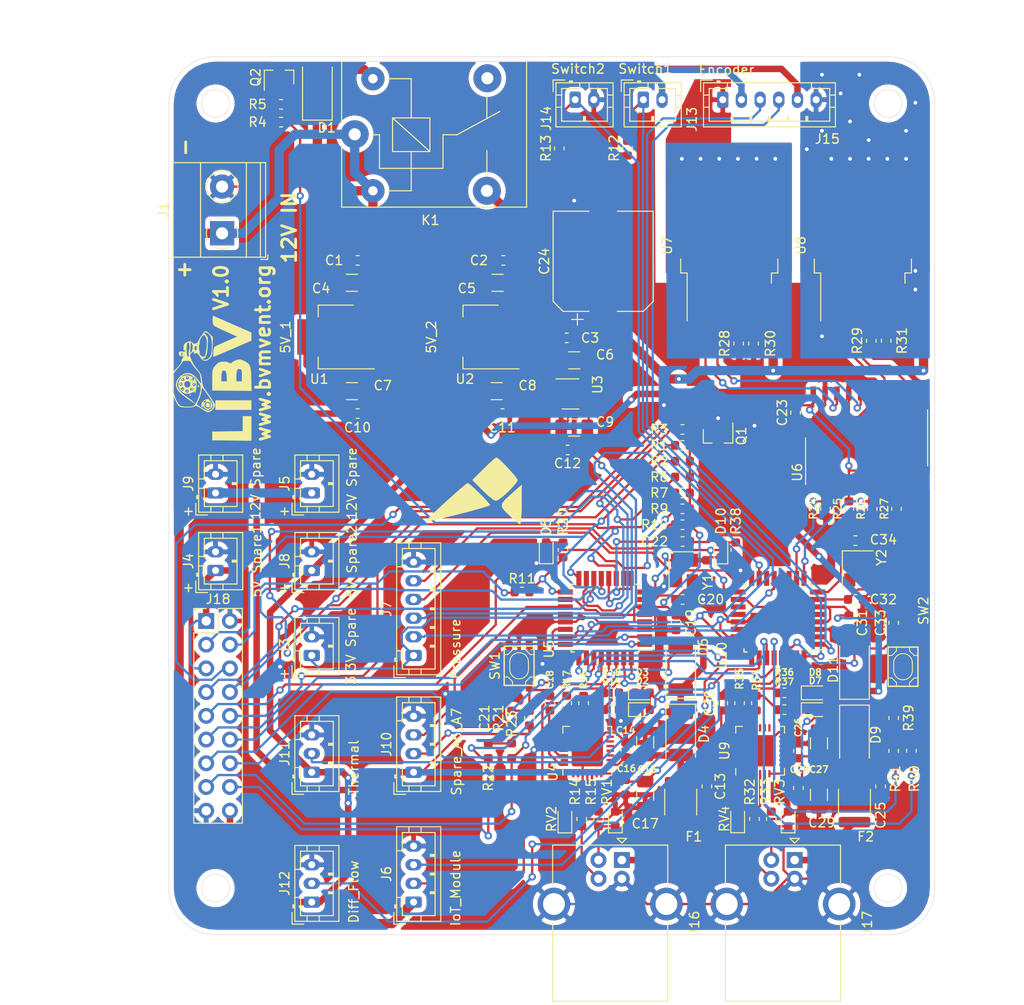
<source format=kicad_pcb>
(kicad_pcb (version 20171130) (host pcbnew "(5.1.5)-3")
  (layers (0 F.Cu signal) (31 B.Cu signal) (34 B.Paste user) (35 F.Paste user) (36 B.SilkS user) (37 F.SilkS user) (38 B.Mask user) (39 F.Mask user) (44 Edge.Cuts user))
  (net 0 "")
  (net 1 GND)
  (net 2 +12V)
  (net 3 /V_Motor)
  (net 4 VCC_2)
  (net 5 VCC_1)
  (net 6 +3V3)
  (net 7 /ArduinoNano1/VBUS)
  (net 8 "Net-(C18-Pad2)")
  (net 9 /ArduinoNano1/Reset)
  (net 10 /ArduinoNano1/XTAL1)
  (net 11 /ArduinoNano1/XTAL2)
  (net 12 /ArduinoNano2/VBUS)
  (net 13 "Net-(C30-Pad2)")
  (net 14 /ArduinoNano2/Reset)
  (net 15 /ArduinoNano2/XTAL1)
  (net 16 /ArduinoNano2/XTAL2)
  (net 17 "Net-(D1-Pad2)")
  (net 18 /ArduinoNano1/+3.3V)
  (net 19 "Net-(D2-Pad1)")
  (net 20 "Net-(D3-Pad1)")
  (net 21 "Net-(D5-Pad2)")
  (net 22 /ArduinoNano2/+3.3V)
  (net 23 "Net-(D7-Pad1)")
  (net 24 "Net-(D8-Pad1)")
  (net 25 "Net-(D10-Pad2)")
  (net 26 "Net-(F1-Pad2)")
  (net 27 "Net-(F2-Pad2)")
  (net 28 /I2C_SDA)
  (net 29 /I2C_SCL)
  (net 30 /CLK_RO)
  (net 31 /DT_RO)
  (net 32 /SW_RO)
  (net 33 /Select)
  (net 34 /ON_OFF)
  (net 35 /Cancel)
  (net 36 /Set)
  (net 37 /Silence)
  (net 38 /Breathe)
  (net 39 /N1_TX0)
  (net 40 /N1_RX0)
  (net 41 /N2_D13)
  (net 42 /N2_D12)
  (net 43 /N2_D11)
  (net 44 /N2_D9)
  (net 45 /N1_A6)
  (net 46 /N1_A7)
  (net 47 /Thermal)
  (net 48 /Diff_Flow)
  (net 49 /Switch1)
  (net 50 /Switch2)
  (net 51 /BTS7960/M-)
  (net 52 /chB)
  (net 53 /chA)
  (net 54 /BTS7960/M+)
  (net 55 "Net-(J16-Pad3)")
  (net 56 "Net-(J16-Pad2)")
  (net 57 "Net-(J17-Pad3)")
  (net 58 "Net-(J17-Pad2)")
  (net 59 "Net-(K1-Pad4)")
  (net 60 "Net-(Q1-Pad1)")
  (net 61 "Net-(Q2-Pad1)")
  (net 62 /Buzzer)
  (net 63 /Relay_Pin)
  (net 64 /LED)
  (net 65 "Net-(R14-Pad1)")
  (net 66 "Net-(R15-Pad1)")
  (net 67 "Net-(R16-Pad2)")
  (net 68 "Net-(R17-Pad2)")
  (net 69 /L_PWM)
  (net 70 /R_PWM)
  (net 71 "Net-(R28-Pad2)")
  (net 72 "Net-(R29-Pad2)")
  (net 73 "Net-(R30-Pad2)")
  (net 74 "Net-(R31-Pad2)")
  (net 75 "Net-(R32-Pad1)")
  (net 76 "Net-(R33-Pad1)")
  (net 77 "Net-(R34-Pad2)")
  (net 78 /ArduinoNano2/TX0)
  (net 79 "Net-(R35-Pad2)")
  (net 80 /ArduinoNano2/RX0)
  (net 81 "Net-(U3-Pad4)")
  (net 82 "Net-(U4-Pad27)")
  (net 83 "Net-(U4-Pad24)")
  (net 84 "Net-(U4-Pad23)")
  (net 85 "Net-(U4-Pad22)")
  (net 86 "Net-(U4-Pad21)")
  (net 87 "Net-(U4-Pad20)")
  (net 88 "Net-(U4-Pad19)")
  (net 89 "Net-(U4-Pad18)")
  (net 90 "Net-(U4-Pad17)")
  (net 91 "Net-(U4-Pad16)")
  (net 92 "Net-(U4-Pad15)")
  (net 93 "Net-(U4-Pad14)")
  (net 94 "Net-(U4-Pad13)")
  (net 95 "Net-(U4-Pad12)")
  (net 96 "Net-(U4-Pad11)")
  (net 97 "Net-(U4-Pad10)")
  (net 98 "Net-(U4-Pad9)")
  (net 99 "Net-(U4-Pad2)")
  (net 100 "Net-(U4-Pad1)")
  (net 101 /ArduinoNano1/A3)
  (net 102 "Net-(U5-Pad20)")
  (net 103 "Net-(U6-Pad18)")
  (net 104 "Net-(U6-Pad16)")
  (net 105 "Net-(U6-Pad14)")
  (net 106 "Net-(U6-Pad12)")
  (net 107 "Net-(U6-Pad9)")
  (net 108 "Net-(U6-Pad7)")
  (net 109 "Net-(U6-Pad3)")
  (net 110 "Net-(U6-Pad5)")
  (net 111 "Net-(U9-Pad27)")
  (net 112 "Net-(U9-Pad24)")
  (net 113 "Net-(U9-Pad23)")
  (net 114 "Net-(U9-Pad22)")
  (net 115 "Net-(U9-Pad21)")
  (net 116 "Net-(U9-Pad20)")
  (net 117 "Net-(U9-Pad19)")
  (net 118 "Net-(U9-Pad18)")
  (net 119 "Net-(U9-Pad17)")
  (net 120 "Net-(U9-Pad16)")
  (net 121 "Net-(U9-Pad15)")
  (net 122 "Net-(U9-Pad14)")
  (net 123 "Net-(U9-Pad13)")
  (net 124 "Net-(U9-Pad12)")
  (net 125 "Net-(U9-Pad11)")
  (net 126 "Net-(U9-Pad10)")
  (net 127 "Net-(U9-Pad9)")
  (net 128 "Net-(U9-Pad2)")
  (net 129 "Net-(U9-Pad1)")
  (net 130 /ArduinoNano2/A7)
  (net 131 "Net-(U10-Pad20)")
  (net 132 /ArduinoNano2/A6)
  (net 133 /ArduinoNano2/D10)
  (net 134 /ArduinoNano2/D8)
  (net 135 /ArduinoNano2/D7)
  (net 136 /ArduinoNano2/D4)
  (net 137 /Buzzer-)
  (net 138 "Net-(J18-Pad4)")
  (module My_Symbol:13mm (layer F.Cu) (at 145.5 94.2 90)
    (fp_text reference G*** hide)
    (fp_text value LOGO hide)
  )
  (module My_Symbol:LIBV4 (layer F.Cu) (at 118 82 90)
    (fp_text reference G*** hide)
    (fp_text value LOGO hide)
  )
  (module Connector_PinHeader_2.54mm:PinHeader_2x09_P2.54mm_Vertical (layer F.Cu) (at 116.8 107.9)
    (fp_text reference J18 (at 1.27 -2.33) (layer F.SilkS))
    (fp_text value To_Pannel)
    (pad 18 thru_hole oval (at 2.54 20.32) (size 1.7 1.7) (drill 1) (layers *.Cu *.Mask) (net 4 VCC_2))
    (pad 17 thru_hole oval (at 0 20.32) (size 1.7 1.7) (drill 1) (layers *.Cu *.Mask) (net 1 GND))
    (pad 16 thru_hole oval (at 2.54 17.78) (size 1.7 1.7) (drill 1) (layers *.Cu *.Mask) (net 28 /I2C_SDA))
    (pad 15 thru_hole oval (at 0 17.78) (size 1.7 1.7) (drill 1) (layers *.Cu *.Mask) (net 29 /I2C_SCL))
    (pad 14 thru_hole oval (at 2.54 15.24) (size 1.7 1.7) (drill 1) (layers *.Cu *.Mask) (net 30 /CLK_RO))
    (pad 13 thru_hole oval (at 0 15.24) (size 1.7 1.7) (drill 1) (layers *.Cu *.Mask) (net 31 /DT_RO))
    (pad 12 thru_hole oval (at 2.54 12.7) (size 1.7 1.7) (drill 1) (layers *.Cu *.Mask) (net 32 /SW_RO))
    (pad 11 thru_hole oval (at 0 12.7) (size 1.7 1.7) (drill 1) (layers *.Cu *.Mask) (net 33 /Select))
    (pad 10 thru_hole oval (at 2.54 10.16) (size 1.7 1.7) (drill 1) (layers *.Cu *.Mask) (net 34 /ON_OFF))
    (pad 9 thru_hole oval (at 0 10.16) (size 1.7 1.7) (drill 1) (layers *.Cu *.Mask) (net 35 /Cancel))
    (pad 8 thru_hole oval (at 2.54 7.62) (size 1.7 1.7) (drill 1) (layers *.Cu *.Mask) (net 36 /Set))
    (pad 7 thru_hole oval (at 0 7.62) (size 1.7 1.7) (drill 1) (layers *.Cu *.Mask) (net 37 /Silence))
    (pad 6 thru_hole oval (at 2.54 5.08) (size 1.7 1.7) (drill 1) (layers *.Cu *.Mask) (net 137 /Buzzer-))
    (pad 5 thru_hole oval (at 0 5.08) (size 1.7 1.7) (drill 1) (layers *.Cu *.Mask) (net 5 VCC_1))
    (pad 4 thru_hole oval (at 2.54 2.54) (size 1.7 1.7) (drill 1) (layers *.Cu *.Mask) (net 138 "Net-(J18-Pad4)"))
    (pad 3 thru_hole oval (at 0 2.54) (size 1.7 1.7) (drill 1) (layers *.Cu *.Mask) (net 38 /Breathe))
    (pad 2 thru_hole oval (at 2.54 0) (size 1.7 1.7) (drill 1) (layers *.Cu *.Mask) (net 1 GND))
    (pad 1 thru_hole rect (at 0 0) (size 1.7 1.7) (drill 1) (layers *.Cu *.Mask) (net 5 VCC_1))
  )
  (module Connector_JST:JST_PH_B2B-PH-K_1x02_P2.00mm_Vertical (layer F.Cu) (at 156.3 52.1)
    (fp_text reference J14 (at -3.1 2 270) (layer F.SilkS))
    (fp_text value Switch2 (at 0.3 -3.3) (layer F.SilkS))
    (pad 1 thru_hole roundrect (at 0 0) (size 1.2 1.75) (drill 0.75) (layers *.Cu *.Mask) (roundrect_rratio 0.208333) (net 50 /Switch2))
    (pad 2 thru_hole oval (at 2 0) (size 1.2 1.75) (drill 0.75) (layers *.Cu *.Mask) (net 1 GND))
  )
  (module Fuse:Fuse_1812_4532Metric (layer F.Cu) (at 186.2 127.3 270)
    (fp_text reference F2 (at 3.7 -1.2 180) (layer F.SilkS))
    (fp_text value Fuse_USB)
    (pad 2 smd roundrect (at 2.1375 0 270) (size 1.125 3.4) (layers F.Cu F.Paste F.Mask) (roundrect_rratio 0.222222) (net 27 "Net-(F2-Pad2)"))
    (pad 1 smd roundrect (at -2.1375 0 270) (size 1.125 3.4) (layers F.Cu F.Paste F.Mask) (roundrect_rratio 0.222222) (net 12 /ArduinoNano2/VBUS))
  )
  (module Fuse:Fuse_1812_4532Metric (layer F.Cu) (at 167.6 127.3 270)
    (fp_text reference F1 (at 3.7 -1.4 180) (layer F.SilkS))
    (fp_text value Fuse_USB)
    (pad 2 smd roundrect (at 2.1375 0 270) (size 1.125 3.4) (layers F.Cu F.Paste F.Mask) (roundrect_rratio 0.222222) (net 26 "Net-(F1-Pad2)"))
    (pad 1 smd roundrect (at -2.1375 0 270) (size 1.125 3.4) (layers F.Cu F.Paste F.Mask) (roundrect_rratio 0.222222) (net 7 /ArduinoNano1/VBUS))
  )
  (module Resistor_SMD:R_0603_1608Metric (layer F.Cu) (at 188.1 95.9 90)
    (fp_text reference R26 (at 0 -1.2 90) (layer F.SilkS) (effects (font (size 0.8 0.8))))
    (fp_text value 1k)
    (pad 1 smd roundrect (at -0.7875 0 90) (size 0.875 0.95) (layers F.Cu F.Paste F.Mask) (net 1 GND))
    (pad 2 smd roundrect (at 0.7875 0 90) (size 0.875 0.95) (layers F.Cu F.Paste F.Mask) (net 70 /R_PWM))
  )
  (module Connector_USB:USB_B_OST_USB-B1HSxx_Horizontal (layer F.Cu) (at 179.8 133.5 270)
    (fp_text reference J17 (at 6.76 -7.77 90) (layer F.SilkS))
    (fp_text value USB_B)
    (pad 1 thru_hole rect (at 0 0 270) (size 1.7 1.7) (drill 0.92) (layers *.Cu *.Mask) (net 27 "Net-(F2-Pad2)"))
    (pad 2 thru_hole circle (at 0 2.5 270) (size 1.7 1.7) (drill 0.92) (layers *.Cu *.Mask) (net 58 "Net-(J17-Pad2)"))
    (pad 3 thru_hole circle (at 2 2.5 270) (size 1.7 1.7) (drill 0.92) (layers *.Cu *.Mask) (net 57 "Net-(J17-Pad3)"))
    (pad 4 thru_hole circle (at 2 0 270) (size 1.7 1.7) (drill 0.92) (layers *.Cu *.Mask) (net 1 GND))
    (pad 5 thru_hole circle (at 4.71 -4.77 270) (size 3.5 3.5) (drill 2.33) (layers *.Cu *.Mask) (net 1 GND))
    (pad 5 thru_hole circle (at 4.71 7.27 270) (size 3.5 3.5) (drill 2.33) (layers *.Cu *.Mask) (net 1 GND))
  )
  (module Connector_USB:USB_B_OST_USB-B1HSxx_Horizontal (layer F.Cu) (at 161.3 133.5 270)
    (fp_text reference J16 (at 6.76 -7.77 90) (layer F.SilkS))
    (fp_text value USB_B)
    (pad 1 thru_hole rect (at 0 0 270) (size 1.7 1.7) (drill 0.92) (layers *.Cu *.Mask) (net 26 "Net-(F1-Pad2)"))
    (pad 2 thru_hole circle (at 0 2.5 270) (size 1.7 1.7) (drill 0.92) (layers *.Cu *.Mask) (net 56 "Net-(J16-Pad2)"))
    (pad 3 thru_hole circle (at 2 2.5 270) (size 1.7 1.7) (drill 0.92) (layers *.Cu *.Mask) (net 55 "Net-(J16-Pad3)"))
    (pad 4 thru_hole circle (at 2 0 270) (size 1.7 1.7) (drill 0.92) (layers *.Cu *.Mask) (net 1 GND))
    (pad 5 thru_hole circle (at 4.71 -4.77 270) (size 3.5 3.5) (drill 2.33) (layers *.Cu *.Mask) (net 1 GND))
    (pad 5 thru_hole circle (at 4.71 7.27 270) (size 3.5 3.5) (drill 2.33) (layers *.Cu *.Mask) (net 1 GND))
  )
  (module Crystal:Crystal_SMD_3225-4Pin_3.2x2.5mm (layer F.Cu) (at 186.55 102.4 270)
    (fp_text reference Y2 (at -1.3 -2.55 90) (layer F.SilkS))
    (fp_text value 16Mz)
    (pad 1 smd rect (at -1.1 0.85 270) (size 1.4 1.2) (layers F.Cu F.Paste F.Mask) (net 16 /ArduinoNano2/XTAL2))
    (pad 2 smd rect (at 1.1 0.85 270) (size 1.4 1.2) (layers F.Cu F.Paste F.Mask) (net 1 GND))
    (pad 3 smd rect (at 1.1 -0.85 270) (size 1.4 1.2) (layers F.Cu F.Paste F.Mask) (net 15 /ArduinoNano2/XTAL1))
    (pad 4 smd rect (at -1.1 -0.85 270) (size 1.4 1.2) (layers F.Cu F.Paste F.Mask) (net 1 GND))
  )
  (module Crystal:Crystal_SMD_3225-4Pin_3.2x2.5mm (layer F.Cu) (at 168 102.5 270)
    (fp_text reference Y1 (at 1.2 -2.5 90) (layer F.SilkS))
    (fp_text value 16Mz)
    (pad 1 smd rect (at -1.1 0.85 270) (size 1.4 1.2) (layers F.Cu F.Paste F.Mask) (net 11 /ArduinoNano1/XTAL2))
    (pad 2 smd rect (at 1.1 0.85 270) (size 1.4 1.2) (layers F.Cu F.Paste F.Mask) (net 1 GND))
    (pad 3 smd rect (at 1.1 -0.85 270) (size 1.4 1.2) (layers F.Cu F.Paste F.Mask) (net 10 /ArduinoNano1/XTAL1))
    (pad 4 smd rect (at -1.1 -0.85 270) (size 1.4 1.2) (layers F.Cu F.Paste F.Mask) (net 1 GND))
  )
  (module Package_QFP:TQFP-32_7x7mm_P0.8mm (layer F.Cu) (at 178 107.6 180)
    (fp_text reference U10 (at 6 -4 90) (layer F.SilkS))
    (fp_text value ATmega328-AU)
    (pad 1 smd rect (at -4.25 -2.8 180) (size 1.6 0.55) (layers F.Cu F.Paste F.Mask) (net 52 /chB))
    (pad 2 smd rect (at -4.25 -2 180) (size 1.6 0.55) (layers F.Cu F.Paste F.Mask) (net 136 /ArduinoNano2/D4))
    (pad 3 smd rect (at -4.25 -1.2 180) (size 1.6 0.55) (layers F.Cu F.Paste F.Mask) (net 1 GND))
    (pad 4 smd rect (at -4.25 -0.4 180) (size 1.6 0.55) (layers F.Cu F.Paste F.Mask) (net 4 VCC_2))
    (pad 5 smd rect (at -4.25 0.4 180) (size 1.6 0.55) (layers F.Cu F.Paste F.Mask) (net 1 GND))
    (pad 6 smd rect (at -4.25 1.2 180) (size 1.6 0.55) (layers F.Cu F.Paste F.Mask) (net 4 VCC_2))
    (pad 7 smd rect (at -4.25 2 180) (size 1.6 0.55) (layers F.Cu F.Paste F.Mask) (net 15 /ArduinoNano2/XTAL1))
    (pad 8 smd rect (at -4.25 2.8 180) (size 1.6 0.55) (layers F.Cu F.Paste F.Mask) (net 16 /ArduinoNano2/XTAL2))
    (pad 9 smd rect (at -2.8 4.25 270) (size 1.6 0.55) (layers F.Cu F.Paste F.Mask) (net 70 /R_PWM))
    (pad 10 smd rect (at -2 4.25 270) (size 1.6 0.55) (layers F.Cu F.Paste F.Mask) (net 69 /L_PWM))
    (pad 11 smd rect (at -1.2 4.25 270) (size 1.6 0.55) (layers F.Cu F.Paste F.Mask) (net 135 /ArduinoNano2/D7))
    (pad 12 smd rect (at -0.4 4.25 270) (size 1.6 0.55) (layers F.Cu F.Paste F.Mask) (net 134 /ArduinoNano2/D8))
    (pad 13 smd rect (at 0.4 4.25 270) (size 1.6 0.55) (layers F.Cu F.Paste F.Mask) (net 44 /N2_D9))
    (pad 14 smd rect (at 1.2 4.25 270) (size 1.6 0.55) (layers F.Cu F.Paste F.Mask) (net 133 /ArduinoNano2/D10))
    (pad 15 smd rect (at 2 4.25 270) (size 1.6 0.55) (layers F.Cu F.Paste F.Mask) (net 43 /N2_D11))
    (pad 16 smd rect (at 2.8 4.25 270) (size 1.6 0.55) (layers F.Cu F.Paste F.Mask) (net 42 /N2_D12))
    (pad 17 smd rect (at 4.25 2.8 180) (size 1.6 0.55) (layers F.Cu F.Paste F.Mask) (net 41 /N2_D13))
    (pad 18 smd rect (at 4.25 2 180) (size 1.6 0.55) (layers F.Cu F.Paste F.Mask) (net 4 VCC_2))
    (pad 19 smd rect (at 4.25 1.2 180) (size 1.6 0.55) (layers F.Cu F.Paste F.Mask) (net 132 /ArduinoNano2/A6))
    (pad 20 smd rect (at 4.25 0.4 180) (size 1.6 0.55) (layers F.Cu F.Paste F.Mask) (net 131 "Net-(U10-Pad20)"))
    (pad 21 smd rect (at 4.25 -0.4 180) (size 1.6 0.55) (layers F.Cu F.Paste F.Mask) (net 1 GND))
    (pad 22 smd rect (at 4.25 -1.2 180) (size 1.6 0.55) (layers F.Cu F.Paste F.Mask) (net 130 /ArduinoNano2/A7))
    (pad 23 smd rect (at 4.25 -2 180) (size 1.6 0.55) (layers F.Cu F.Paste F.Mask) (net 49 /Switch1))
    (pad 24 smd rect (at 4.25 -2.8 180) (size 1.6 0.55) (layers F.Cu F.Paste F.Mask) (net 50 /Switch2))
    (pad 25 smd rect (at 2.8 -4.25 270) (size 1.6 0.55) (layers F.Cu F.Paste F.Mask) (net 48 /Diff_Flow))
    (pad 26 smd rect (at 2 -4.25 270) (size 1.6 0.55) (layers F.Cu F.Paste F.Mask) (net 47 /Thermal))
    (pad 27 smd rect (at 1.2 -4.25 270) (size 1.6 0.55) (layers F.Cu F.Paste F.Mask) (net 28 /I2C_SDA))
    (pad 28 smd rect (at 0.4 -4.25 270) (size 1.6 0.55) (layers F.Cu F.Paste F.Mask) (net 29 /I2C_SCL))
    (pad 29 smd rect (at -0.4 -4.25 270) (size 1.6 0.55) (layers F.Cu F.Paste F.Mask) (net 14 /ArduinoNano2/Reset))
    (pad 30 smd rect (at -1.2 -4.25 270) (size 1.6 0.55) (layers F.Cu F.Paste F.Mask) (net 80 /ArduinoNano2/RX0))
    (pad 31 smd rect (at -2 -4.25 270) (size 1.6 0.55) (layers F.Cu F.Paste F.Mask) (net 78 /ArduinoNano2/TX0))
    (pad 32 smd rect (at -2.8 -4.25 270) (size 1.6 0.55) (layers F.Cu F.Paste F.Mask) (net 53 /chA))
  )
  (module Package_DFN_QFN:QFN-28-1EP_5x5mm_P0.5mm_EP3.35x3.35mm (layer F.Cu) (at 176.1 121.8 90)
    (fp_text reference U9 (at 0 -3.8 90) (layer F.SilkS))
    (fp_text value CP2102N-A01-GQFN28)
    (pad 29 smd roundrect (at 0 0 90) (size 3.35 3.35) (layers F.Cu F.Mask) (roundrect_rratio 0.074627) (net 1 GND))
    (pad 1 smd roundrect (at -2.45 -1.5 90) (size 0.8 0.25) (layers F.Cu F.Paste F.Mask) (net 129 "Net-(U9-Pad1)"))
    (pad 2 smd roundrect (at -2.45 -1 90) (size 0.8 0.25) (layers F.Cu F.Paste F.Mask) (net 128 "Net-(U9-Pad2)"))
    (pad 3 smd roundrect (at -2.45 -0.5 90) (size 0.8 0.25) (layers F.Cu F.Paste F.Mask) (net 1 GND))
    (pad 4 smd roundrect (at -2.45 0 90) (size 0.8 0.25) (layers F.Cu F.Paste F.Mask) (net 75 "Net-(R32-Pad1)"))
    (pad 5 smd roundrect (at -2.45 0.5 90) (size 0.8 0.25) (layers F.Cu F.Paste F.Mask) (net 76 "Net-(R33-Pad1)"))
    (pad 6 smd roundrect (at -2.45 1 90) (size 0.8 0.25) (layers F.Cu F.Paste F.Mask) (net 22 /ArduinoNano2/+3.3V))
    (pad 7 smd roundrect (at -2.45 1.5 90) (size 0.8 0.25) (layers F.Cu F.Paste F.Mask) (net 22 /ArduinoNano2/+3.3V))
    (pad 8 smd roundrect (at -1.5 2.45 90) (size 0.25 0.8) (layers F.Cu F.Paste F.Mask) (net 12 /ArduinoNano2/VBUS))
    (pad 9 smd roundrect (at -1 2.45 90) (size 0.25 0.8) (layers F.Cu F.Paste F.Mask) (net 127 "Net-(U9-Pad9)"))
    (pad 10 smd roundrect (at -0.5 2.45 90) (size 0.25 0.8) (layers F.Cu F.Paste F.Mask) (net 126 "Net-(U9-Pad10)"))
    (pad 11 smd roundrect (at 0 2.45 90) (size 0.25 0.8) (layers F.Cu F.Paste F.Mask) (net 125 "Net-(U9-Pad11)"))
    (pad 12 smd roundrect (at 0.5 2.45 90) (size 0.25 0.8) (layers F.Cu F.Paste F.Mask) (net 124 "Net-(U9-Pad12)"))
    (pad 13 smd roundrect (at 1 2.45 90) (size 0.25 0.8) (layers F.Cu F.Paste F.Mask) (net 123 "Net-(U9-Pad13)"))
    (pad 14 smd roundrect (at 1.5 2.45 90) (size 0.25 0.8) (layers F.Cu F.Paste F.Mask) (net 122 "Net-(U9-Pad14)"))
    (pad 15 smd roundrect (at 2.45 1.5 90) (size 0.8 0.25) (layers F.Cu F.Paste F.Mask) (net 121 "Net-(U9-Pad15)"))
    (pad 16 smd roundrect (at 2.45 1 90) (size 0.8 0.25) (layers F.Cu F.Paste F.Mask) (net 120 "Net-(U9-Pad16)"))
    (pad 17 smd roundrect (at 2.45 0.5 90) (size 0.8 0.25) (layers F.Cu F.Paste F.Mask) (net 119 "Net-(U9-Pad17)"))
    (pad 18 smd roundrect (at 2.45 0 90) (size 0.8 0.25) (layers F.Cu F.Paste F.Mask) (net 118 "Net-(U9-Pad18)"))
    (pad 19 smd roundrect (at 2.45 -0.5 90) (size 0.8 0.25) (layers F.Cu F.Paste F.Mask) (net 117 "Net-(U9-Pad19)"))
    (pad 20 smd roundrect (at 2.45 -1 90) (size 0.8 0.25) (layers F.Cu F.Paste F.Mask) (net 116 "Net-(U9-Pad20)"))
    (pad 21 smd roundrect (at 2.45 -1.5 90) (size 0.8 0.25) (layers F.Cu F.Paste F.Mask) (net 115 "Net-(U9-Pad21)"))
    (pad 22 smd roundrect (at 1.5 -2.45 90) (size 0.25 0.8) (layers F.Cu F.Paste F.Mask) (net 114 "Net-(U9-Pad22)"))
    (pad 23 smd roundrect (at 1 -2.45 90) (size 0.25 0.8) (layers F.Cu F.Paste F.Mask) (net 113 "Net-(U9-Pad23)"))
    (pad 24 smd roundrect (at 0.5 -2.45 90) (size 0.25 0.8) (layers F.Cu F.Paste F.Mask) (net 112 "Net-(U9-Pad24)"))
    (pad 25 smd roundrect (at 0 -2.45 90) (size 0.25 0.8) (layers F.Cu F.Paste F.Mask) (net 77 "Net-(R34-Pad2)"))
    (pad 26 smd roundrect (at -0.5 -2.45 90) (size 0.25 0.8) (layers F.Cu F.Paste F.Mask) (net 79 "Net-(R35-Pad2)"))
    (pad 27 smd roundrect (at -1 -2.45 90) (size 0.25 0.8) (layers F.Cu F.Paste F.Mask) (net 111 "Net-(U9-Pad27)"))
    (pad 28 smd roundrect (at -1.5 -2.45 90) (size 0.25 0.8) (layers F.Cu F.Paste F.Mask) (net 13 "Net-(C30-Pad2)"))
  )
  (module Package_TO_SOT_SMD:TO-263-7_TabPin8 (layer F.Cu) (at 187.1 67.7 90)
    (fp_text reference U8 (at 0 -6.65 90) (layer F.SilkS))
    (fp_text value BTN7970B)
    (pad 1 smd rect (at -5.775 -3.81 90) (size 4.6 0.8) (layers F.Cu F.Paste F.Mask) (net 1 GND))
    (pad 2 smd rect (at -5.775 -2.54 90) (size 4.6 0.8) (layers F.Cu F.Paste F.Mask) (net 105 "Net-(U6-Pad14)"))
    (pad 3 smd rect (at -5.775 -1.27 90) (size 4.6 0.8) (layers F.Cu F.Paste F.Mask) (net 106 "Net-(U6-Pad12)"))
    (pad 4 smd rect (at -5.775 0 90) (size 4.6 0.8) (layers F.Cu F.Paste F.Mask) (net 51 /BTS7960/M-))
    (pad 5 smd rect (at -5.775 1.27 90) (size 4.6 0.8) (layers F.Cu F.Paste F.Mask) (net 72 "Net-(R29-Pad2)"))
    (pad 6 smd rect (at -5.775 2.54 90) (size 4.6 0.8) (layers F.Cu F.Paste F.Mask) (net 74 "Net-(R31-Pad2)"))
    (pad 7 smd rect (at -5.775 3.81 90) (size 4.6 0.8) (layers F.Cu F.Paste F.Mask) (net 3 /V_Motor))
    (pad 8 smd rect (at 3.375 0 90) (size 9.4 10.8) (layers F.Cu F.Mask) (net 51 /BTS7960/M-))
  )
  (module Package_TO_SOT_SMD:TO-263-7_TabPin8 (layer F.Cu) (at 172.8 67.7 90)
    (fp_text reference U7 (at 0 -6.65 90) (layer F.SilkS))
    (fp_text value BTN7970B)
    (pad 1 smd rect (at -5.775 -3.81 90) (size 4.6 0.8) (layers F.Cu F.Paste F.Mask) (net 1 GND))
    (pad 2 smd rect (at -5.775 -2.54 90) (size 4.6 0.8) (layers F.Cu F.Paste F.Mask) (net 103 "Net-(U6-Pad18)"))
    (pad 3 smd rect (at -5.775 -1.27 90) (size 4.6 0.8) (layers F.Cu F.Paste F.Mask) (net 104 "Net-(U6-Pad16)"))
    (pad 4 smd rect (at -5.775 0 90) (size 4.6 0.8) (layers F.Cu F.Paste F.Mask) (net 54 /BTS7960/M+))
    (pad 5 smd rect (at -5.775 1.27 90) (size 4.6 0.8) (layers F.Cu F.Paste F.Mask) (net 71 "Net-(R28-Pad2)"))
    (pad 6 smd rect (at -5.775 2.54 90) (size 4.6 0.8) (layers F.Cu F.Paste F.Mask) (net 73 "Net-(R30-Pad2)"))
    (pad 7 smd rect (at -5.775 3.81 90) (size 4.6 0.8) (layers F.Cu F.Paste F.Mask) (net 3 /V_Motor))
    (pad 8 smd rect (at 3.375 0 90) (size 9.4 10.8) (layers F.Cu F.Mask) (net 54 /BTS7960/M+))
  )
  (module Package_SO:SO-20_12.8x7.5mm_P1.27mm (layer F.Cu) (at 187.5 88.3 90)
    (fp_text reference U6 (at -3.69 -7.42 90) (layer F.SilkS))
    (fp_text value 74HC244)
    (pad 6 smd rect (at -4.75 0.635 90) (size 1.5 0.6) (layers F.Cu F.Paste F.Mask) (net 70 /R_PWM))
    (pad 5 smd rect (at -4.75 -0.635 90) (size 1.5 0.6) (layers F.Cu F.Paste F.Mask) (net 110 "Net-(U6-Pad5)"))
    (pad 4 smd rect (at -4.75 -1.905 90) (size 1.5 0.6) (layers F.Cu F.Paste F.Mask) (net 4 VCC_2))
    (pad 3 smd rect (at -4.75 -3.175 90) (size 1.5 0.6) (layers F.Cu F.Paste F.Mask) (net 109 "Net-(U6-Pad3)"))
    (pad 2 smd rect (at -4.75 -4.445 90) (size 1.5 0.6) (layers F.Cu F.Paste F.Mask) (net 69 /L_PWM))
    (pad 1 smd rect (at -4.75 -5.715 90) (size 1.5 0.6) (layers F.Cu F.Paste F.Mask) (net 1 GND))
    (pad 7 smd rect (at -4.75 1.905 90) (size 1.5 0.6) (layers F.Cu F.Paste F.Mask) (net 108 "Net-(U6-Pad7)"))
    (pad 8 smd rect (at -4.75 3.175 90) (size 1.5 0.6) (layers F.Cu F.Paste F.Mask) (net 4 VCC_2))
    (pad 9 smd rect (at -4.75 4.445 90) (size 1.5 0.6) (layers F.Cu F.Paste F.Mask) (net 107 "Net-(U6-Pad9)"))
    (pad 10 smd rect (at -4.75 5.715 90) (size 1.5 0.6) (layers F.Cu F.Paste F.Mask) (net 1 GND))
    (pad 11 smd rect (at 4.75 5.715 90) (size 1.5 0.6) (layers F.Cu F.Paste F.Mask) (net 1 GND))
    (pad 12 smd rect (at 4.75 4.445 90) (size 1.5 0.6) (layers F.Cu F.Paste F.Mask) (net 106 "Net-(U6-Pad12)"))
    (pad 13 smd rect (at 4.75 3.175 90) (size 1.5 0.6) (layers F.Cu F.Paste F.Mask) (net 1 GND))
    (pad 14 smd rect (at 4.75 1.905 90) (size 1.5 0.6) (layers F.Cu F.Paste F.Mask) (net 105 "Net-(U6-Pad14)"))
    (pad 15 smd rect (at 4.75 0.635 90) (size 1.5 0.6) (layers F.Cu F.Paste F.Mask) (net 1 GND))
    (pad 16 smd rect (at 4.75 -0.635 90) (size 1.5 0.6) (layers F.Cu F.Paste F.Mask) (net 104 "Net-(U6-Pad16)"))
    (pad 17 smd rect (at 4.75 -1.905 90) (size 1.5 0.6) (layers F.Cu F.Paste F.Mask) (net 1 GND))
    (pad 18 smd rect (at 4.75 -3.175 90) (size 1.5 0.6) (layers F.Cu F.Paste F.Mask) (net 103 "Net-(U6-Pad18)"))
    (pad 19 smd rect (at 4.75 -4.445 90) (size 1.5 0.6) (layers F.Cu F.Paste F.Mask) (net 1 GND))
    (pad 20 smd rect (at 4.75 -5.715 90) (size 1.5 0.6) (layers F.Cu F.Paste F.Mask) (net 4 VCC_2))
  )
  (module Package_QFP:TQFP-32_7x7mm_P0.8mm (layer F.Cu) (at 159.5 107.6 180)
    (fp_text reference U5 (at 6 -3.3 90) (layer F.SilkS))
    (fp_text value ATmega328-AU)
    (pad 1 smd rect (at -4.25 -2.8 180) (size 1.6 0.55) (layers F.Cu F.Paste F.Mask) (net 31 /DT_RO))
    (pad 2 smd rect (at -4.25 -2 180) (size 1.6 0.55) (layers F.Cu F.Paste F.Mask) (net 32 /SW_RO))
    (pad 3 smd rect (at -4.25 -1.2 180) (size 1.6 0.55) (layers F.Cu F.Paste F.Mask) (net 1 GND))
    (pad 4 smd rect (at -4.25 -0.4 180) (size 1.6 0.55) (layers F.Cu F.Paste F.Mask) (net 5 VCC_1))
    (pad 5 smd rect (at -4.25 0.4 180) (size 1.6 0.55) (layers F.Cu F.Paste F.Mask) (net 1 GND))
    (pad 6 smd rect (at -4.25 1.2 180) (size 1.6 0.55) (layers F.Cu F.Paste F.Mask) (net 5 VCC_1))
    (pad 7 smd rect (at -4.25 2 180) (size 1.6 0.55) (layers F.Cu F.Paste F.Mask) (net 10 /ArduinoNano1/XTAL1))
    (pad 8 smd rect (at -4.25 2.8 180) (size 1.6 0.55) (layers F.Cu F.Paste F.Mask) (net 11 /ArduinoNano1/XTAL2))
    (pad 9 smd rect (at -2.8 4.25 270) (size 1.6 0.55) (layers F.Cu F.Paste F.Mask) (net 36 /Set))
    (pad 10 smd rect (at -2 4.25 270) (size 1.6 0.55) (layers F.Cu F.Paste F.Mask) (net 35 /Cancel))
    (pad 11 smd rect (at -1.2 4.25 270) (size 1.6 0.55) (layers F.Cu F.Paste F.Mask) (net 33 /Select))
    (pad 12 smd rect (at -0.4 4.25 270) (size 1.6 0.55) (layers F.Cu F.Paste F.Mask) (net 34 /ON_OFF))
    (pad 13 smd rect (at 0.4 4.25 270) (size 1.6 0.55) (layers F.Cu F.Paste F.Mask) (net 38 /Breathe))
    (pad 14 smd rect (at 1.2 4.25 270) (size 1.6 0.55) (layers F.Cu F.Paste F.Mask) (net 37 /Silence))
    (pad 15 smd rect (at 2 4.25 270) (size 1.6 0.55) (layers F.Cu F.Paste F.Mask) (net 63 /Relay_Pin))
    (pad 16 smd rect (at 2.8 4.25 270) (size 1.6 0.55) (layers F.Cu F.Paste F.Mask) (net 62 /Buzzer))
    (pad 17 smd rect (at 4.25 2.8 180) (size 1.6 0.55) (layers F.Cu F.Paste F.Mask) (net 64 /LED))
    (pad 18 smd rect (at 4.25 2 180) (size 1.6 0.55) (layers F.Cu F.Paste F.Mask) (net 5 VCC_1))
    (pad 19 smd rect (at 4.25 1.2 180) (size 1.6 0.55) (layers F.Cu F.Paste F.Mask) (net 45 /N1_A6))
    (pad 20 smd rect (at 4.25 0.4 180) (size 1.6 0.55) (layers F.Cu F.Paste F.Mask) (net 102 "Net-(U5-Pad20)"))
    (pad 21 smd rect (at 4.25 -0.4 180) (size 1.6 0.55) (layers F.Cu F.Paste F.Mask) (net 1 GND))
    (pad 22 smd rect (at 4.25 -1.2 180) (size 1.6 0.55) (layers F.Cu F.Paste F.Mask) (net 46 /N1_A7))
    (pad 23 smd rect (at 4.25 -2 180) (size 1.6 0.55) (layers F.Cu F.Paste F.Mask) (net 49 /Switch1))
    (pad 24 smd rect (at 4.25 -2.8 180) (size 1.6 0.55) (layers F.Cu F.Paste F.Mask) (net 50 /Switch2))
    (pad 25 smd rect (at 2.8 -4.25 270) (size 1.6 0.55) (layers F.Cu F.Paste F.Mask) (net 48 /Diff_Flow))
    (pad 26 smd rect (at 2 -4.25 270) (size 1.6 0.55) (layers F.Cu F.Paste F.Mask) (net 101 /ArduinoNano1/A3))
    (pad 27 smd rect (at 1.2 -4.25 270) (size 1.6 0.55) (layers F.Cu F.Paste F.Mask) (net 28 /I2C_SDA))
    (pad 28 smd rect (at 0.4 -4.25 270) (size 1.6 0.55) (layers F.Cu F.Paste F.Mask) (net 29 /I2C_SCL))
    (pad 29 smd rect (at -0.4 -4.25 270) (size 1.6 0.55) (layers F.Cu F.Paste F.Mask) (net 9 /ArduinoNano1/Reset))
    (pad 30 smd rect (at -1.2 -4.25 270) (size 1.6 0.55) (layers F.Cu F.Paste F.Mask) (net 40 /N1_RX0))
    (pad 31 smd rect (at -2 -4.25 270) (size 1.6 0.55) (layers F.Cu F.Paste F.Mask) (net 39 /N1_TX0))
    (pad 32 smd rect (at -2.8 -4.25 270) (size 1.6 0.55) (layers F.Cu F.Paste F.Mask) (net 30 /CLK_RO))
  )
  (module Package_DFN_QFN:QFN-28-1EP_5x5mm_P0.5mm_EP3.35x3.35mm (layer F.Cu) (at 157.6 121.8 90)
    (fp_text reference U4 (at -2.3 -3.7 90) (layer F.SilkS))
    (fp_text value CP2102N-A01-GQFN28)
    (pad 29 smd roundrect (at 0 0 90) (size 3.35 3.35) (layers F.Cu F.Mask) (roundrect_rratio 0.074627) (net 1 GND))
    (pad 1 smd roundrect (at -2.45 -1.5 90) (size 0.8 0.25) (layers F.Cu F.Paste F.Mask) (net 100 "Net-(U4-Pad1)"))
    (pad 2 smd roundrect (at -2.45 -1 90) (size 0.8 0.25) (layers F.Cu F.Paste F.Mask) (net 99 "Net-(U4-Pad2)"))
    (pad 3 smd roundrect (at -2.45 -0.5 90) (size 0.8 0.25) (layers F.Cu F.Paste F.Mask) (net 1 GND))
    (pad 4 smd roundrect (at -2.45 0 90) (size 0.8 0.25) (layers F.Cu F.Paste F.Mask) (net 65 "Net-(R14-Pad1)"))
    (pad 5 smd roundrect (at -2.45 0.5 90) (size 0.8 0.25) (layers F.Cu F.Paste F.Mask) (net 66 "Net-(R15-Pad1)"))
    (pad 6 smd roundrect (at -2.45 1 90) (size 0.8 0.25) (layers F.Cu F.Paste F.Mask) (net 18 /ArduinoNano1/+3.3V))
    (pad 7 smd roundrect (at -2.45 1.5 90) (size 0.8 0.25) (layers F.Cu F.Paste F.Mask) (net 18 /ArduinoNano1/+3.3V))
    (pad 8 smd roundrect (at -1.5 2.45 90) (size 0.25 0.8) (layers F.Cu F.Paste F.Mask) (net 7 /ArduinoNano1/VBUS))
    (pad 9 smd roundrect (at -1 2.45 90) (size 0.25 0.8) (layers F.Cu F.Paste F.Mask) (net 98 "Net-(U4-Pad9)"))
    (pad 10 smd roundrect (at -0.5 2.45 90) (size 0.25 0.8) (layers F.Cu F.Paste F.Mask) (net 97 "Net-(U4-Pad10)"))
    (pad 11 smd roundrect (at 0 2.45 90) (size 0.25 0.8) (layers F.Cu F.Paste F.Mask) (net 96 "Net-(U4-Pad11)"))
    (pad 12 smd roundrect (at 0.5 2.45 90) (size 0.25 0.8) (layers F.Cu F.Paste F.Mask) (net 95 "Net-(U4-Pad12)"))
    (pad 13 smd roundrect (at 1 2.45 90) (size 0.25 0.8) (layers F.Cu F.Paste F.Mask) (net 94 "Net-(U4-Pad13)"))
    (pad 14 smd roundrect (at 1.5 2.45 90) (size 0.25 0.8) (layers F.Cu F.Paste F.Mask) (net 93 "Net-(U4-Pad14)"))
    (pad 15 smd roundrect (at 2.45 1.5 90) (size 0.8 0.25) (layers F.Cu F.Paste F.Mask) (net 92 "Net-(U4-Pad15)"))
    (pad 16 smd roundrect (at 2.45 1 90) (size 0.8 0.25) (layers F.Cu F.Paste F.Mask) (net 91 "Net-(U4-Pad16)"))
    (pad 17 smd roundrect (at 2.45 0.5 90) (size 0.8 0.25) (layers F.Cu F.Paste F.Mask) (net 90 "Net-(U4-Pad17)"))
    (pad 18 smd roundrect (at 2.45 0 90) (size 0.8 0.25) (layers F.Cu F.Paste F.Mask) (net 89 "Net-(U4-Pad18)"))
    (pad 19 smd roundrect (at 2.45 -0.5 90) (size 0.8 0.25) (layers F.Cu F.Paste F.Mask) (net 88 "Net-(U4-Pad19)"))
    (pad 20 smd roundrect (at 2.45 -1 90) (size 0.8 0.25) (layers F.Cu F.Paste F.Mask) (net 87 "Net-(U4-Pad20)"))
    (pad 21 smd roundrect (at 2.45 -1.5 90) (size 0.8 0.25) (layers F.Cu F.Paste F.Mask) (net 86 "Net-(U4-Pad21)"))
    (pad 22 smd roundrect (at 1.5 -2.45 90) (size 0.25 0.8) (layers F.Cu F.Paste F.Mask) (net 85 "Net-(U4-Pad22)"))
    (pad 23 smd roundrect (at 1 -2.45 90) (size 0.25 0.8) (layers F.Cu F.Paste F.Mask) (net 84 "Net-(U4-Pad23)"))
    (pad 24 smd roundrect (at 0.5 -2.45 90) (size 0.25 0.8) (layers F.Cu F.Paste F.Mask) (net 83 "Net-(U4-Pad24)"))
    (pad 25 smd roundrect (at 0 -2.45 90) (size 0.25 0.8) (layers F.Cu F.Paste F.Mask) (net 67 "Net-(R16-Pad2)"))
    (pad 26 smd roundrect (at -0.5 -2.45 90) (size 0.25 0.8) (layers F.Cu F.Paste F.Mask) (net 68 "Net-(R17-Pad2)"))
    (pad 27 smd roundrect (at -1 -2.45 90) (size 0.25 0.8) (layers F.Cu F.Paste F.Mask) (net 82 "Net-(U4-Pad27)"))
    (pad 28 smd roundrect (at -1.5 -2.45 90) (size 0.25 0.8) (layers F.Cu F.Paste F.Mask) (net 8 "Net-(C18-Pad2)"))
  )
  (module Package_TO_SOT_SMD:SOT-23-5 (layer F.Cu) (at 155.8 83.6)
    (fp_text reference U3 (at 2.9 -1 90) (layer F.SilkS))
    (fp_text value LP2985-3.3)
    (pad 1 smd rect (at -1.1 -0.95) (size 1.06 0.65) (layers F.Cu F.Paste F.Mask) (net 4 VCC_2))
    (pad 2 smd rect (at -1.1 0) (size 1.06 0.65) (layers F.Cu F.Paste F.Mask) (net 1 GND))
    (pad 3 smd rect (at -1.1 0.95) (size 1.06 0.65) (layers F.Cu F.Paste F.Mask) (net 4 VCC_2))
    (pad 4 smd rect (at 1.1 0.95) (size 1.06 0.65) (layers F.Cu F.Paste F.Mask) (net 81 "Net-(U3-Pad4)"))
    (pad 5 smd rect (at 1.1 -0.95) (size 1.06 0.65) (layers F.Cu F.Paste F.Mask) (net 6 +3V3))
  )
  (module Package_TO_SOT_SMD:SOT-223-3_TabPin2 (layer F.Cu) (at 146.2 77.5 180)
    (fp_text reference U2 (at 1.7 -4.5) (layer F.SilkS))
    (fp_text value AMS1117-5.0)
    (pad 2 smd rect (at 3.15 0 180) (size 2 3.8) (layers F.Cu F.Paste F.Mask) (net 4 VCC_2))
    (pad 2 smd rect (at -3.15 0 180) (size 2 1.5) (layers F.Cu F.Paste F.Mask) (net 4 VCC_2))
    (pad 3 smd rect (at -3.15 2.3 180) (size 2 1.5) (layers F.Cu F.Paste F.Mask) (net 3 /V_Motor))
    (pad 1 smd rect (at -3.15 -2.3 180) (size 2 1.5) (layers F.Cu F.Paste F.Mask) (net 1 GND))
  )
  (module Package_TO_SOT_SMD:SOT-223-3_TabPin2 (layer F.Cu) (at 130.7 77.5 180)
    (fp_text reference U1 (at 1.8 -4.5) (layer F.SilkS))
    (fp_text value AMS1117-5.0)
    (pad 2 smd rect (at 3.15 0 180) (size 2 3.8) (layers F.Cu F.Paste F.Mask) (net 5 VCC_1))
    (pad 2 smd rect (at -3.15 0 180) (size 2 1.5) (layers F.Cu F.Paste F.Mask) (net 5 VCC_1))
    (pad 3 smd rect (at -3.15 2.3 180) (size 2 1.5) (layers F.Cu F.Paste F.Mask) (net 2 +12V))
    (pad 1 smd rect (at -3.15 -2.3 180) (size 2 1.5) (layers F.Cu F.Paste F.Mask) (net 1 GND))
  )
  (module Kicad_My_Symbol:Button_Switch_3.2x4.2 (layer F.Cu) (at 191.4 112.8 270)
    (fp_text reference SW2 (at -6 -2.2 270) (layer F.SilkS))
    (fp_text value RST)
    (pad 1 smd rect (at -2.25 1.075 270) (size 1 0.75) (layers F.Cu F.Paste F.Mask) (net 14 /ArduinoNano2/Reset))
    (pad 1 smd rect (at 2.25 1.075 270) (size 1 0.75) (layers F.Cu F.Paste F.Mask) (net 14 /ArduinoNano2/Reset))
    (pad 2 smd rect (at -2.25 -1.075 270) (size 1 0.75) (layers F.Cu F.Paste F.Mask) (net 1 GND))
    (pad 2 smd rect (at 2.25 -1.075 270) (size 1 0.75) (layers F.Cu F.Paste F.Mask) (net 1 GND))
  )
  (module Kicad_My_Symbol:Button_Switch_3.2x4.2 (layer F.Cu) (at 150.3 112.7 90)
    (fp_text reference SW1 (at 0 -2.6 90) (layer F.SilkS))
    (fp_text value RST)
    (pad 1 smd rect (at -2.25 1.075 90) (size 1 0.75) (layers F.Cu F.Paste F.Mask) (net 9 /ArduinoNano1/Reset))
    (pad 1 smd rect (at 2.25 1.075 90) (size 1 0.75) (layers F.Cu F.Paste F.Mask) (net 9 /ArduinoNano1/Reset))
    (pad 2 smd rect (at -2.25 -1.075 90) (size 1 0.75) (layers F.Cu F.Paste F.Mask) (net 1 GND))
    (pad 2 smd rect (at 2.25 -1.075 90) (size 1 0.75) (layers F.Cu F.Paste F.Mask) (net 1 GND))
  )
  (module Diode_SMD:D_0603_1608Metric (layer F.Cu) (at 173.7 129.088 90)
    (fp_text reference RV4 (at 0 -1.43 90) (layer F.SilkS))
    (fp_text value ESD)
    (pad 1 smd roundrect (at -0.7875 0 90) (size 0.875 0.95) (layers F.Cu F.Paste F.Mask) (net 57 "Net-(J17-Pad3)"))
    (pad 2 smd roundrect (at 0.7875 0 90) (size 0.875 0.95) (layers F.Cu F.Paste F.Mask) (net 1 GND))
  )
  (module Diode_SMD:D_0603_1608Metric (layer F.Cu) (at 179.1 129.1 90)
    (fp_text reference RV3 (at 2.9 -0.9 90) (layer F.SilkS))
    (fp_text value ESD)
    (pad 1 smd roundrect (at -0.7875 0 90) (size 0.875 0.95) (layers F.Cu F.Paste F.Mask) (net 58 "Net-(J17-Pad2)"))
    (pad 2 smd roundrect (at 0.7875 0 90) (size 0.875 0.95) (layers F.Cu F.Paste F.Mask) (net 1 GND))
  )
  (module Diode_SMD:D_0603_1608Metric (layer F.Cu) (at 155.2 129.1 90)
    (fp_text reference RV2 (at 0 -1.43 90) (layer F.SilkS))
    (fp_text value ESD)
    (pad 1 smd roundrect (at -0.7875 0 90) (size 0.875 0.95) (layers F.Cu F.Paste F.Mask) (net 55 "Net-(J16-Pad3)"))
    (pad 2 smd roundrect (at 0.7875 0 90) (size 0.875 0.95) (layers F.Cu F.Paste F.Mask) (net 1 GND))
  )
  (module Diode_SMD:D_0603_1608Metric (layer F.Cu) (at 160.6 129.1 90)
    (fp_text reference RV1 (at 2.9 -0.9 90) (layer F.SilkS))
    (fp_text value ESD)
    (pad 1 smd roundrect (at -0.7875 0 90) (size 0.875 0.95) (layers F.Cu F.Paste F.Mask) (net 56 "Net-(J16-Pad2)"))
    (pad 2 smd roundrect (at 0.7875 0 90) (size 0.875 0.95) (layers F.Cu F.Paste F.Mask) (net 1 GND))
  )
  (module Resistor_SMD:R_0603_1608Metric (layer F.Cu) (at 190.4 121.812 270)
    (fp_text reference R41 (at 2.988 -0.2 90) (layer F.SilkS))
    (fp_text value 10k)
    (pad 1 smd roundrect (at -0.7875 0 270) (size 0.875 0.95) (layers F.Cu F.Paste F.Mask) (net 4 VCC_2))
    (pad 2 smd roundrect (at 0.7875 0 270) (size 0.875 0.95) (layers F.Cu F.Paste F.Mask) (net 29 /I2C_SCL))
  )
  (module Resistor_SMD:R_0603_1608Metric (layer F.Cu) (at 192.3 121.8 270)
    (fp_text reference R40 (at 2.988 -0.3 90) (layer F.SilkS))
    (fp_text value 10k)
    (pad 1 smd roundrect (at -0.7875 0 270) (size 0.875 0.95) (layers F.Cu F.Paste F.Mask) (net 4 VCC_2))
    (pad 2 smd roundrect (at 0.7875 0 270) (size 0.875 0.95) (layers F.Cu F.Paste F.Mask) (net 28 /I2C_SDA))
  )
  (module Resistor_SMD:R_0603_1608Metric (layer F.Cu) (at 190.4 118.288 90)
    (fp_text reference R39 (at 0 1.6 90) (layer F.SilkS))
    (fp_text value 10k)
    (pad 1 smd roundrect (at -0.7875 0 90) (size 0.875 0.95) (layers F.Cu F.Paste F.Mask) (net 4 VCC_2))
    (pad 2 smd roundrect (at 0.7875 0 90) (size 0.875 0.95) (layers F.Cu F.Paste F.Mask) (net 14 /ArduinoNano2/Reset))
  )
  (module Resistor_SMD:R_0603_1608Metric (layer F.Cu) (at 173.5 100.288 90)
    (fp_text reference R38 (at 3.088 0 90) (layer F.SilkS))
    (fp_text value 470)
    (pad 1 smd roundrect (at -0.7875 0 90) (size 0.875 0.95) (layers F.Cu F.Paste F.Mask) (net 41 /N2_D13))
    (pad 2 smd roundrect (at 0.7875 0 90) (size 0.875 0.95) (layers F.Cu F.Paste F.Mask) (net 25 "Net-(D10-Pad2)"))
  )
  (module Resistor_SMD:R_0603_1608Metric (layer F.Cu) (at 178.712 117.4)
    (fp_text reference R37 (at -0.012 -3) (layer F.SilkS) (effects (font (size 0.7 0.7))))
    (fp_text value 1k)
    (pad 1 smd roundrect (at -0.7875 0) (size 0.875 0.95) (layers F.Cu F.Paste F.Mask) (net 78 /ArduinoNano2/TX0))
    (pad 2 smd roundrect (at 0.7875 0) (size 0.875 0.95) (layers F.Cu F.Paste F.Mask) (net 23 "Net-(D7-Pad1)"))
  )
  (module Resistor_SMD:R_0603_1608Metric (layer F.Cu) (at 178.7 115.6)
    (fp_text reference R36 (at 0 -2.2) (layer F.SilkS) (effects (font (size 0.7 0.7))))
    (fp_text value 1k)
    (pad 1 smd roundrect (at -0.7875 0) (size 0.875 0.95) (layers F.Cu F.Paste F.Mask) (net 80 /ArduinoNano2/RX0))
    (pad 2 smd roundrect (at 0.7875 0) (size 0.875 0.95) (layers F.Cu F.Paste F.Mask) (net 24 "Net-(D8-Pad1)"))
  )
  (module Resistor_SMD:R_0603_1608Metric (layer F.Cu) (at 173.9 116.7 270)
    (fp_text reference R35 (at -2.6 0 90) (layer F.SilkS) (effects (font (size 0.8 0.8))))
    (fp_text value 1k)
    (pad 1 smd roundrect (at -0.7875 0 270) (size 0.875 0.95) (layers F.Cu F.Paste F.Mask) (net 80 /ArduinoNano2/RX0))
    (pad 2 smd roundrect (at 0.7875 0 270) (size 0.875 0.95) (layers F.Cu F.Paste F.Mask) (net 79 "Net-(R35-Pad2)"))
  )
  (module Resistor_SMD:R_0603_1608Metric (layer F.Cu) (at 175.7 116.7 270)
    (fp_text reference R34 (at -2.5 0 90) (layer F.SilkS) (effects (font (size 0.8 0.8))))
    (fp_text value 1k)
    (pad 1 smd roundrect (at -0.7875 0 270) (size 0.875 0.95) (layers F.Cu F.Paste F.Mask) (net 78 /ArduinoNano2/TX0))
    (pad 2 smd roundrect (at 0.7875 0 270) (size 0.875 0.95) (layers F.Cu F.Paste F.Mask) (net 77 "Net-(R34-Pad2)"))
  )
  (module Resistor_SMD:R_0603_1608Metric (layer F.Cu) (at 177.3 129.1 270)
    (fp_text reference R33 (at -2.9 0.6 90) (layer F.SilkS))
    (fp_text value 22)
    (pad 1 smd roundrect (at -0.7875 0 270) (size 0.875 0.95) (layers F.Cu F.Paste F.Mask) (net 76 "Net-(R33-Pad1)"))
    (pad 2 smd roundrect (at 0.7875 0 270) (size 0.875 0.95) (layers F.Cu F.Paste F.Mask) (net 58 "Net-(J17-Pad2)"))
  )
  (module Resistor_SMD:R_0603_1608Metric (layer F.Cu) (at 175.5 129.1 270)
    (fp_text reference R32 (at -2.9 0.5 90) (layer F.SilkS))
    (fp_text value 22)
    (pad 1 smd roundrect (at -0.7875 0 270) (size 0.875 0.95) (layers F.Cu F.Paste F.Mask) (net 75 "Net-(R32-Pad1)"))
    (pad 2 smd roundrect (at 0.7875 0 270) (size 0.875 0.95) (layers F.Cu F.Paste F.Mask) (net 57 "Net-(J17-Pad3)"))
  )
  (module Resistor_SMD:R_0603_1608Metric (layer F.Cu) (at 189.6 77.9 90)
    (fp_text reference R31 (at 0 1.7 90) (layer F.SilkS))
    (fp_text value 1k)
    (pad 1 smd roundrect (at -0.7875 0 90) (size 0.875 0.95) (layers F.Cu F.Paste F.Mask) (net 1 GND))
    (pad 2 smd roundrect (at 0.7875 0 90) (size 0.875 0.95) (layers F.Cu F.Paste F.Mask) (net 74 "Net-(R31-Pad2)"))
  )
  (module Resistor_SMD:R_0603_1608Metric (layer F.Cu) (at 175.4 78.2 90)
    (fp_text reference R30 (at 0 1.8 90) (layer F.SilkS))
    (fp_text value 1k)
    (pad 1 smd roundrect (at -0.7875 0 90) (size 0.875 0.95) (layers F.Cu F.Paste F.Mask) (net 1 GND))
    (pad 2 smd roundrect (at 0.7875 0 90) (size 0.875 0.95) (layers F.Cu F.Paste F.Mask) (net 73 "Net-(R30-Pad2)"))
  )
  (module Resistor_SMD:R_0603_1608Metric (layer F.Cu) (at 188 77.9 90)
    (fp_text reference R29 (at 0 -1.5 90) (layer F.SilkS))
    (fp_text value 1k)
    (pad 1 smd roundrect (at -0.7875 0 90) (size 0.875 0.95) (layers F.Cu F.Paste F.Mask) (net 1 GND))
    (pad 2 smd roundrect (at 0.7875 0 90) (size 0.875 0.95) (layers F.Cu F.Paste F.Mask) (net 72 "Net-(R29-Pad2)"))
  )
  (module Resistor_SMD:R_0603_1608Metric (layer F.Cu) (at 173.8 78.2 90)
    (fp_text reference R28 (at 0 -1.5 90) (layer F.SilkS))
    (fp_text value 1k)
    (pad 1 smd roundrect (at -0.7875 0 90) (size 0.875 0.95) (layers F.Cu F.Paste F.Mask) (net 1 GND))
    (pad 2 smd roundrect (at 0.7875 0 90) (size 0.875 0.95) (layers F.Cu F.Paste F.Mask) (net 71 "Net-(R28-Pad2)"))
  )
  (module Resistor_SMD:R_0603_1608Metric (layer F.Cu) (at 190.7 95.9 90)
    (fp_text reference R27 (at 0 -1.3 90) (layer F.SilkS) (effects (font (size 0.8 0.8))))
    (fp_text value 1k)
    (pad 1 smd roundrect (at -0.7875 0 90) (size 0.875 0.95) (layers F.Cu F.Paste F.Mask) (net 1 GND))
    (pad 2 smd roundrect (at 0.7875 0 90) (size 0.875 0.95) (layers F.Cu F.Paste F.Mask) (net 4 VCC_2))
  )
  (module Resistor_SMD:R_0603_1608Metric (layer F.Cu) (at 185.6 95.8875 90)
    (fp_text reference R25 (at 0 -1.2 90) (layer F.SilkS) (effects (font (size 0.8 0.8))))
    (fp_text value 1k)
    (pad 1 smd roundrect (at -0.7875 0 90) (size 0.875 0.95) (layers F.Cu F.Paste F.Mask) (net 1 GND))
    (pad 2 smd roundrect (at 0.7875 0 90) (size 0.875 0.95) (layers F.Cu F.Paste F.Mask) (net 4 VCC_2))
  )
  (module Resistor_SMD:R_0603_1608Metric (layer F.Cu) (at 183.1 95.8875 90)
    (fp_text reference R24 (at 0 -1.3 90) (layer F.SilkS) (effects (font (size 0.8 0.8))))
    (fp_text value 1k)
    (pad 1 smd roundrect (at -0.7875 0 90) (size 0.875 0.95) (layers F.Cu F.Paste F.Mask) (net 1 GND))
    (pad 2 smd roundrect (at 0.7875 0 90) (size 0.875 0.95) (layers F.Cu F.Paste F.Mask) (net 69 /L_PWM))
  )
  (module Resistor_SMD:R_0603_1608Metric (layer F.Cu) (at 149.5 121.8 270)
    (fp_text reference R23 (at -2.9 0 90) (layer F.SilkS))
    (fp_text value 10k)
    (pad 1 smd roundrect (at -0.7875 0 270) (size 0.875 0.95) (layers F.Cu F.Paste F.Mask) (net 5 VCC_1))
    (pad 2 smd roundrect (at 0.7875 0 270) (size 0.875 0.95) (layers F.Cu F.Paste F.Mask) (net 29 /I2C_SCL))
  )
  (module Resistor_SMD:R_0603_1608Metric (layer F.Cu) (at 147 121.8 270)
    (fp_text reference R22 (at 2.9 0 90) (layer F.SilkS))
    (fp_text value 10k)
    (pad 1 smd roundrect (at -0.7875 0 270) (size 0.875 0.95) (layers F.Cu F.Paste F.Mask) (net 5 VCC_1))
    (pad 2 smd roundrect (at 0.7875 0 270) (size 0.875 0.95) (layers F.Cu F.Paste F.Mask) (net 28 /I2C_SDA))
  )
  (module Resistor_SMD:R_0603_1608Metric (layer F.Cu) (at 151.4 118.3 90)
    (fp_text reference R21 (at 0 -3.3 90) (layer F.SilkS))
    (fp_text value 10k)
    (pad 1 smd roundrect (at -0.7875 0 90) (size 0.875 0.95) (layers F.Cu F.Paste F.Mask) (net 5 VCC_1))
    (pad 2 smd roundrect (at 0.7875 0 90) (size 0.875 0.95) (layers F.Cu F.Paste F.Mask) (net 9 /ArduinoNano1/Reset))
  )
  (module Resistor_SMD:R_0603_1608Metric (layer F.Cu) (at 155 100.3 90)
    (fp_text reference R20 (at 3 0 90) (layer F.SilkS))
    (fp_text value 470)
    (pad 1 smd roundrect (at -0.7875 0 90) (size 0.875 0.95) (layers F.Cu F.Paste F.Mask) (net 64 /LED))
    (pad 2 smd roundrect (at 0.7875 0 90) (size 0.875 0.95) (layers F.Cu F.Paste F.Mask) (net 21 "Net-(D5-Pad2)"))
  )
  (module Resistor_SMD:R_0603_1608Metric (layer F.Cu) (at 160.2 117.4)
    (fp_text reference R19 (at 0 -3) (layer F.SilkS) (effects (font (size 0.7 0.7))))
    (fp_text value 1k)
    (pad 1 smd roundrect (at -0.7875 0) (size 0.875 0.95) (layers F.Cu F.Paste F.Mask) (net 39 /N1_TX0))
    (pad 2 smd roundrect (at 0.7875 0) (size 0.875 0.95) (layers F.Cu F.Paste F.Mask) (net 19 "Net-(D2-Pad1)"))
  )
  (module Resistor_SMD:R_0603_1608Metric (layer F.Cu) (at 160.2 115.6)
    (fp_text reference R18 (at 0 -2.2) (layer F.SilkS) (effects (font (size 0.7 0.7))))
    (fp_text value 1k)
    (pad 1 smd roundrect (at -0.7875 0) (size 0.875 0.95) (layers F.Cu F.Paste F.Mask) (net 40 /N1_RX0))
    (pad 2 smd roundrect (at 0.7875 0) (size 0.875 0.95) (layers F.Cu F.Paste F.Mask) (net 20 "Net-(D3-Pad1)"))
  )
  (module Resistor_SMD:R_0603_1608Metric (layer F.Cu) (at 155.4 116.7 270)
    (fp_text reference R17 (at -2.5 0 90) (layer F.SilkS) (effects (font (size 0.7 0.7))))
    (fp_text value 1k)
    (pad 1 smd roundrect (at -0.7875 0 270) (size 0.875 0.95) (layers F.Cu F.Paste F.Mask) (net 40 /N1_RX0))
    (pad 2 smd roundrect (at 0.7875 0 270) (size 0.875 0.95) (layers F.Cu F.Paste F.Mask) (net 68 "Net-(R17-Pad2)"))
  )
  (module Resistor_SMD:R_0603_1608Metric (layer F.Cu) (at 157.2 116.7 270)
    (fp_text reference R16 (at -2.5 0 90) (layer F.SilkS) (effects (font (size 0.7 0.7))))
    (fp_text value 1k)
    (pad 1 smd roundrect (at -0.7875 0 270) (size 0.875 0.95) (layers F.Cu F.Paste F.Mask) (net 39 /N1_TX0))
    (pad 2 smd roundrect (at 0.7875 0 270) (size 0.875 0.95) (layers F.Cu F.Paste F.Mask) (net 67 "Net-(R16-Pad2)"))
  )
  (module Resistor_SMD:R_0603_1608Metric (layer F.Cu) (at 158.8 129.1 270)
    (fp_text reference R15 (at -2.9 0.8 90) (layer F.SilkS))
    (fp_text value 22)
    (pad 1 smd roundrect (at -0.7875 0 270) (size 0.875 0.95) (layers F.Cu F.Paste F.Mask) (net 66 "Net-(R15-Pad1)"))
    (pad 2 smd roundrect (at 0.7875 0 270) (size 0.875 0.95) (layers F.Cu F.Paste F.Mask) (net 56 "Net-(J16-Pad2)"))
  )
  (module Resistor_SMD:R_0603_1608Metric (layer F.Cu) (at 157 129.1 270)
    (fp_text reference R14 (at -2.9 0.7 90) (layer F.SilkS))
    (fp_text value 22)
    (pad 1 smd roundrect (at -0.7875 0 270) (size 0.875 0.95) (layers F.Cu F.Paste F.Mask) (net 65 "Net-(R14-Pad1)"))
    (pad 2 smd roundrect (at 0.7875 0 270) (size 0.875 0.95) (layers F.Cu F.Paste F.Mask) (net 55 "Net-(J16-Pad3)"))
  )
  (module Resistor_SMD:R_0603_1608Metric (layer F.Cu) (at 154.6 57.3 90)
    (fp_text reference R13 (at 0 -1.43 90) (layer F.SilkS))
    (fp_text value 10k)
    (pad 1 smd roundrect (at -0.7875 0 90) (size 0.875 0.95) (layers F.Cu F.Paste F.Mask) (net 4 VCC_2))
    (pad 2 smd roundrect (at 0.7875 0 90) (size 0.875 0.95) (layers F.Cu F.Paste F.Mask) (net 50 /Switch2))
  )
  (module Resistor_SMD:R_0603_1608Metric (layer F.Cu) (at 161.9 57.2875 90)
    (fp_text reference R12 (at 0 -1.43 90) (layer F.SilkS))
    (fp_text value 10k)
    (pad 1 smd roundrect (at -0.7875 0 90) (size 0.875 0.95) (layers F.Cu F.Paste F.Mask) (net 4 VCC_2))
    (pad 2 smd roundrect (at 0.7875 0 90) (size 0.875 0.95) (layers F.Cu F.Paste F.Mask) (net 49 /Switch1))
  )
  (module Resistor_SMD:R_0603_1608Metric (layer F.Cu) (at 150.612 104.8)
    (fp_text reference R11 (at 0 -1.43) (layer F.SilkS))
    (fp_text value 1k)
    (pad 1 smd roundrect (at -0.7875 0) (size 0.875 0.95) (layers F.Cu F.Paste F.Mask) (net 138 "Net-(J18-Pad4)"))
    (pad 2 smd roundrect (at 0.7875 0) (size 0.875 0.95) (layers F.Cu F.Paste F.Mask) (net 64 /LED))
  )
  (module Resistor_SMD:R_0603_1608Metric (layer F.Cu) (at 167.788 97.6 180)
    (fp_text reference R10 (at 2.988 0) (layer F.SilkS))
    (fp_text value 10k)
    (pad 1 smd roundrect (at -0.7875 0 180) (size 0.875 0.95) (layers F.Cu F.Paste F.Mask) (net 5 VCC_1))
    (pad 2 smd roundrect (at 0.7875 0 180) (size 0.875 0.95) (layers F.Cu F.Paste F.Mask) (net 36 /Set))
  )
  (module Resistor_SMD:R_0603_1608Metric (layer F.Cu) (at 167.788 95.9 180)
    (fp_text reference R9 (at 2.488 0) (layer F.SilkS))
    (fp_text value 10k)
    (pad 1 smd roundrect (at -0.7875 0 180) (size 0.875 0.95) (layers F.Cu F.Paste F.Mask) (net 5 VCC_1))
    (pad 2 smd roundrect (at 0.7875 0 180) (size 0.875 0.95) (layers F.Cu F.Paste F.Mask) (net 35 /Cancel))
  )
  (module Resistor_SMD:R_0603_1608Metric (layer F.Cu) (at 167.788 94.2 180)
    (fp_text reference R7 (at 2.488 0) (layer F.SilkS))
    (fp_text value 10k)
    (pad 1 smd roundrect (at -0.7875 0 180) (size 0.875 0.95) (layers F.Cu F.Paste F.Mask) (net 5 VCC_1))
    (pad 2 smd roundrect (at 0.7875 0 180) (size 0.875 0.95) (layers F.Cu F.Paste F.Mask) (net 33 /Select))
  )
  (module Resistor_SMD:R_0603_1608Metric (layer F.Cu) (at 167.788 92.5 180)
    (fp_text reference R6 (at 2.488 0) (layer F.SilkS))
    (fp_text value 10k)
    (pad 1 smd roundrect (at -0.7875 0 180) (size 0.875 0.95) (layers F.Cu F.Paste F.Mask) (net 5 VCC_1))
    (pad 2 smd roundrect (at 0.7875 0 180) (size 0.875 0.95) (layers F.Cu F.Paste F.Mask) (net 34 /ON_OFF))
  )
  (module Resistor_SMD:R_0603_1608Metric (layer F.Cu) (at 124.812 52.6)
    (fp_text reference R5 (at -2.512 0) (layer F.SilkS))
    (fp_text value 10k)
    (pad 1 smd roundrect (at -0.7875 0) (size 0.875 0.95) (layers F.Cu F.Paste F.Mask) (net 61 "Net-(Q2-Pad1)"))
    (pad 2 smd roundrect (at 0.7875 0) (size 0.875 0.95) (layers F.Cu F.Paste F.Mask) (net 1 GND))
  )
  (module Resistor_SMD:R_0603_1608Metric (layer F.Cu) (at 124.812 54.5)
    (fp_text reference R4 (at -2.512 0) (layer F.SilkS))
    (fp_text value 1k)
    (pad 1 smd roundrect (at -0.7875 0) (size 0.875 0.95) (layers F.Cu F.Paste F.Mask) (net 61 "Net-(Q2-Pad1)"))
    (pad 2 smd roundrect (at 0.7875 0) (size 0.875 0.95) (layers F.Cu F.Paste F.Mask) (net 63 /Relay_Pin))
  )
  (module Resistor_SMD:R_0603_1608Metric (layer F.Cu) (at 167.788 87.4 180)
    (fp_text reference R3 (at 2.488 0) (layer F.SilkS))
    (fp_text value 1k)
    (pad 1 smd roundrect (at -0.7875 0 180) (size 0.875 0.95) (layers F.Cu F.Paste F.Mask) (net 60 "Net-(Q1-Pad1)"))
    (pad 2 smd roundrect (at 0.7875 0 180) (size 0.875 0.95) (layers F.Cu F.Paste F.Mask) (net 62 /Buzzer))
  )
  (module Resistor_SMD:R_0603_1608Metric (layer F.Cu) (at 167.788 90.8 180)
    (fp_text reference R2 (at 2.488 0) (layer F.SilkS))
    (fp_text value 10k)
    (pad 1 smd roundrect (at -0.7875 0 180) (size 0.875 0.95) (layers F.Cu F.Paste F.Mask) (net 5 VCC_1))
    (pad 2 smd roundrect (at 0.7875 0 180) (size 0.875 0.95) (layers F.Cu F.Paste F.Mask) (net 38 /Breathe))
  )
  (module Resistor_SMD:R_0603_1608Metric (layer F.Cu) (at 167.788 89.1 180)
    (fp_text reference R1 (at 2.488 0) (layer F.SilkS))
    (fp_text value 10k)
    (pad 1 smd roundrect (at -0.7875 0 180) (size 0.875 0.95) (layers F.Cu F.Paste F.Mask) (net 5 VCC_1))
    (pad 2 smd roundrect (at 0.7875 0 180) (size 0.875 0.95) (layers F.Cu F.Paste F.Mask) (net 37 /Silence))
  )
  (module Package_TO_SOT_SMD:SOT-23 (layer F.Cu) (at 124.6 49.7 90)
    (fp_text reference Q2 (at 0 -2.5 90) (layer F.SilkS))
    (fp_text value 1P)
    (pad 1 smd rect (at -1 -0.95 90) (size 0.9 0.8) (layers F.Cu F.Paste F.Mask) (net 61 "Net-(Q2-Pad1)"))
    (pad 2 smd rect (at -1 0.95 90) (size 0.9 0.8) (layers F.Cu F.Paste F.Mask) (net 1 GND))
    (pad 3 smd rect (at 1 0 90) (size 0.9 0.8) (layers F.Cu F.Paste F.Mask) (net 17 "Net-(D1-Pad2)"))
  )
  (module Package_TO_SOT_SMD:SOT-23 (layer F.Cu) (at 171.6 88.1 270)
    (fp_text reference Q1 (at 0 -2.5 90) (layer F.SilkS))
    (fp_text value 1P)
    (pad 1 smd rect (at -1 -0.95 270) (size 0.9 0.8) (layers F.Cu F.Paste F.Mask) (net 60 "Net-(Q1-Pad1)"))
    (pad 2 smd rect (at -1 0.95 270) (size 0.9 0.8) (layers F.Cu F.Paste F.Mask) (net 1 GND))
    (pad 3 smd rect (at 1 0 270) (size 0.9 0.8) (layers F.Cu F.Paste F.Mask) (net 137 /Buzzer-))
  )
  (module Relay_THT:Relay_SPDT_SANYOU_SRD_Series_Form_C (layer F.Cu) (at 132.7 55.8)
    (fp_text reference K1 (at 8.1 9.2) (layer F.SilkS))
    (fp_text value SANYOU_SRD_Form_C)
    (pad 2 thru_hole circle (at 1.95 6.05 90) (size 2.5 2.5) (drill 1) (layers *.Cu *.Mask) (net 2 +12V))
    (pad 3 thru_hole circle (at 14.15 6.05 90) (size 3 3) (drill 1.3) (layers *.Cu *.Mask) (net 3 /V_Motor))
    (pad 4 thru_hole circle (at 14.2 -6 90) (size 3 3) (drill 1.3) (layers *.Cu *.Mask) (net 59 "Net-(K1-Pad4)"))
    (pad 5 thru_hole circle (at 1.95 -5.95 90) (size 2.5 2.5) (drill 1) (layers *.Cu *.Mask) (net 17 "Net-(D1-Pad2)"))
    (pad 1 thru_hole circle (at 0 0 90) (size 3 3) (drill 1.3) (layers *.Cu *.Mask) (net 2 +12V))
  )
  (module Connector_JST:JST_PH_B6B-PH-K_1x06_P2.00mm_Vertical (layer F.Cu) (at 172.1 52.1)
    (fp_text reference J15 (at 11.2 4.2) (layer F.SilkS))
    (fp_text value Encoder (at 0.4 -3.2) (layer F.SilkS))
    (pad 1 thru_hole roundrect (at 0 0) (size 1.2 1.75) (drill 0.75) (layers *.Cu *.Mask) (roundrect_rratio 0.208333) (net 54 /BTS7960/M+))
    (pad 2 thru_hole oval (at 2 0) (size 1.2 1.75) (drill 0.75) (layers *.Cu *.Mask) (net 1 GND))
    (pad 3 thru_hole oval (at 4 0) (size 1.2 1.75) (drill 0.75) (layers *.Cu *.Mask) (net 53 /chA))
    (pad 4 thru_hole oval (at 6 0) (size 1.2 1.75) (drill 0.75) (layers *.Cu *.Mask) (net 52 /chB))
    (pad 5 thru_hole oval (at 8 0) (size 1.2 1.75) (drill 0.75) (layers *.Cu *.Mask) (net 4 VCC_2))
    (pad 6 thru_hole oval (at 10 0) (size 1.2 1.75) (drill 0.75) (layers *.Cu *.Mask) (net 51 /BTS7960/M-))
  )
  (module Connector_JST:JST_PH_B2B-PH-K_1x02_P2.00mm_Vertical (layer F.Cu) (at 163.6 52.1)
    (fp_text reference J13 (at 5.2 2.1 270) (layer F.SilkS))
    (fp_text value Switch1 (at 0.2 -3.3) (layer F.SilkS))
    (pad 1 thru_hole roundrect (at 0 0) (size 1.2 1.75) (drill 0.75) (layers *.Cu *.Mask) (roundrect_rratio 0.208333) (net 49 /Switch1))
    (pad 2 thru_hole oval (at 2 0) (size 1.2 1.75) (drill 0.75) (layers *.Cu *.Mask) (net 1 GND))
  )
  (module Connector_JST:JST_PH_B3B-PH-K_1x03_P2.00mm_Vertical (layer F.Cu) (at 128.1 138 90)
    (fp_text reference J12 (at 2 -2.9 90) (layer F.SilkS))
    (fp_text value Diff_Flow (at 1.1 4.5 90) (layer F.SilkS))
    (pad 1 thru_hole roundrect (at 0 0 90) (size 1.2 1.75) (drill 0.75) (layers *.Cu *.Mask) (roundrect_rratio 0.208333) (net 4 VCC_2))
    (pad 2 thru_hole oval (at 2 0 90) (size 1.2 1.75) (drill 0.75) (layers *.Cu *.Mask) (net 48 /Diff_Flow))
    (pad 3 thru_hole oval (at 4 0 90) (size 1.2 1.75) (drill 0.75) (layers *.Cu *.Mask) (net 1 GND))
  )
  (module Connector_JST:JST_PH_B3B-PH-K_1x03_P2.00mm_Vertical (layer F.Cu) (at 128.1 124.1 90)
    (fp_text reference J11 (at 2 -2.9 90) (layer F.SilkS))
    (fp_text value Thermal (at 0.5 4.5 90) (layer F.SilkS))
    (pad 1 thru_hole roundrect (at 0 0 90) (size 1.2 1.75) (drill 0.75) (layers *.Cu *.Mask) (roundrect_rratio 0.208333) (net 4 VCC_2))
    (pad 2 thru_hole oval (at 2 0 90) (size 1.2 1.75) (drill 0.75) (layers *.Cu *.Mask) (net 47 /Thermal))
    (pad 3 thru_hole oval (at 4 0 90) (size 1.2 1.75) (drill 0.75) (layers *.Cu *.Mask) (net 1 GND))
  )
  (module Connector_JST:JST_PH_B4B-PH-K_1x04_P2.00mm_Vertical (layer F.Cu) (at 139 124.1 90)
    (fp_text reference J10 (at 3 -2.9 90) (layer F.SilkS))
    (fp_text value Spare_A6_A7 (at 2.2 4.6 90) (layer F.SilkS))
    (pad 1 thru_hole roundrect (at 0 0 90) (size 1.2 1.75) (drill 0.75) (layers *.Cu *.Mask) (roundrect_rratio 0.208333) (net 5 VCC_1))
    (pad 2 thru_hole oval (at 2 0 90) (size 1.2 1.75) (drill 0.75) (layers *.Cu *.Mask) (net 46 /N1_A7))
    (pad 3 thru_hole oval (at 4 0 90) (size 1.2 1.75) (drill 0.75) (layers *.Cu *.Mask) (net 45 /N1_A6))
    (pad 4 thru_hole oval (at 6 0 90) (size 1.2 1.75) (drill 0.75) (layers *.Cu *.Mask) (net 1 GND))
  )
  (module Connector_JST:JST_PH_B2B-PH-K_1x02_P2.00mm_Vertical (layer F.Cu) (at 117.8 94.2 90)
    (fp_text reference J9 (at 1 -2.9 90) (layer F.SilkS))
    (fp_text value "12V Spare" (at 1 4.3 90) (layer F.SilkS))
    (pad 1 thru_hole roundrect (at 0 0 90) (size 1.2 1.75) (drill 0.75) (layers *.Cu *.Mask) (roundrect_rratio 0.208333) (net 2 +12V))
    (pad 2 thru_hole oval (at 2 0 90) (size 1.2 1.75) (drill 0.75) (layers *.Cu *.Mask) (net 1 GND))
  )
  (module Connector_JST:JST_PH_B2B-PH-K_1x02_P2.00mm_Vertical (layer F.Cu) (at 128.1 102.5 90)
    (fp_text reference J8 (at 1 -2.9 90) (layer F.SilkS))
    (fp_text value "5V Spare2" (at 1 4.3 90) (layer F.SilkS))
    (pad 1 thru_hole roundrect (at 0 0 90) (size 1.2 1.75) (drill 0.75) (layers *.Cu *.Mask) (roundrect_rratio 0.208333) (net 4 VCC_2))
    (pad 2 thru_hole oval (at 2 0 90) (size 1.2 1.75) (drill 0.75) (layers *.Cu *.Mask) (net 1 GND))
  )
  (module Connector_JST:JST_PH_B6B-PH-K_1x06_P2.00mm_Vertical (layer F.Cu) (at 139 111.6 90)
    (fp_text reference J7 (at 5 -2.9 90) (layer F.SilkS))
    (fp_text value Pressure (at 0.7 4.5 90) (layer F.SilkS))
    (pad 1 thru_hole roundrect (at 0 0 90) (size 1.2 1.75) (drill 0.75) (layers *.Cu *.Mask) (roundrect_rratio 0.208333) (net 6 +3V3))
    (pad 2 thru_hole oval (at 2 0 90) (size 1.2 1.75) (drill 0.75) (layers *.Cu *.Mask) (net 44 /N2_D9))
    (pad 3 thru_hole oval (at 4 0 90) (size 1.2 1.75) (drill 0.75) (layers *.Cu *.Mask) (net 43 /N2_D11))
    (pad 4 thru_hole oval (at 6 0 90) (size 1.2 1.75) (drill 0.75) (layers *.Cu *.Mask) (net 42 /N2_D12))
    (pad 5 thru_hole oval (at 8 0 90) (size 1.2 1.75) (drill 0.75) (layers *.Cu *.Mask) (net 41 /N2_D13))
    (pad 6 thru_hole oval (at 10 0 90) (size 1.2 1.75) (drill 0.75) (layers *.Cu *.Mask) (net 1 GND))
  )
  (module Connector_JST:JST_PH_B4B-PH-K_1x04_P2.00mm_Vertical (layer F.Cu) (at 139 138 90)
    (fp_text reference J6 (at 3 -2.9 90) (layer F.SilkS))
    (fp_text value IoT_Module (at 1.5 4.5 90) (layer F.SilkS))
    (pad 1 thru_hole roundrect (at 0 0 90) (size 1.2 1.75) (drill 0.75) (layers *.Cu *.Mask) (roundrect_rratio 0.208333) (net 2 +12V))
    (pad 2 thru_hole oval (at 2 0 90) (size 1.2 1.75) (drill 0.75) (layers *.Cu *.Mask) (net 40 /N1_RX0))
    (pad 3 thru_hole oval (at 4 0 90) (size 1.2 1.75) (drill 0.75) (layers *.Cu *.Mask) (net 39 /N1_TX0))
    (pad 4 thru_hole oval (at 6 0 90) (size 1.2 1.75) (drill 0.75) (layers *.Cu *.Mask) (net 1 GND))
  )
  (module Connector_JST:JST_PH_B2B-PH-K_1x02_P2.00mm_Vertical (layer F.Cu) (at 128.1 94.2 90)
    (fp_text reference J5 (at 1 -2.9 90) (layer F.SilkS))
    (fp_text value "12V Spare" (at 1 4.3 90) (layer F.SilkS))
    (pad 1 thru_hole roundrect (at 0 0 90) (size 1.2 1.75) (drill 0.75) (layers *.Cu *.Mask) (roundrect_rratio 0.208333) (net 2 +12V))
    (pad 2 thru_hole oval (at 2 0 90) (size 1.2 1.75) (drill 0.75) (layers *.Cu *.Mask) (net 1 GND))
  )
  (module Connector_JST:JST_PH_B2B-PH-K_1x02_P2.00mm_Vertical (layer F.Cu) (at 117.8 102.5 90)
    (fp_text reference J4 (at 1 -2.9 90) (layer F.SilkS))
    (fp_text value "5V Spare1" (at 1 4.4 90) (layer F.SilkS))
    (pad 1 thru_hole roundrect (at 0 0 90) (size 1.2 1.75) (drill 0.75) (layers *.Cu *.Mask) (roundrect_rratio 0.208333) (net 5 VCC_1))
    (pad 2 thru_hole oval (at 2 0 90) (size 1.2 1.75) (drill 0.75) (layers *.Cu *.Mask) (net 1 GND))
  )
  (module Connector_JST:JST_PH_B2B-PH-K_1x02_P2.00mm_Vertical (layer F.Cu) (at 128.1 111.6 90)
    (fp_text reference J3 (at 1 -2.9 90) (layer F.SilkS))
    (fp_text value "3.3V Spare" (at 1 4.2 90) (layer F.SilkS))
    (pad 1 thru_hole roundrect (at 0 0 90) (size 1.2 1.75) (drill 0.75) (layers *.Cu *.Mask) (roundrect_rratio 0.208333) (net 6 +3V3))
    (pad 2 thru_hole oval (at 2 0 90) (size 1.2 1.75) (drill 0.75) (layers *.Cu *.Mask) (net 1 GND))
  )
  (module TerminalBlock_Phoenix:TerminalBlock_Phoenix_MKDS-1,5-2_1x02_P5.00mm_Horizontal (layer F.Cu) (at 118.5 66.4 90)
    (fp_text reference J1 (at 2.5 -6.26 90) (layer F.SilkS))
    (fp_text value "Power Input")
    (pad 1 thru_hole rect (at 0 0 90) (size 2.6 2.6) (drill 1.3) (layers *.Cu *.Mask) (net 2 +12V))
    (pad 2 thru_hole circle (at 5 0 90) (size 2.6 2.6) (drill 1.3) (layers *.Cu *.Mask) (net 1 GND))
  )
  (module Diode_SMD:D_2010_5025Metric (layer F.Cu) (at 186.2 113.1 90)
    (fp_text reference D11 (at 0 -2.28 90) (layer F.SilkS))
    (fp_text value D)
    (pad 1 smd roundrect (at -2.25 0 90) (size 1.35 2.65) (layers F.Cu F.Paste F.Mask) (roundrect_rratio 0.185185) (net 4 VCC_2))
    (pad 2 smd roundrect (at 2.25 0 90) (size 1.35 2.65) (layers F.Cu F.Paste F.Mask) (roundrect_rratio 0.185185) (net 14 /ArduinoNano2/Reset))
  )
  (module LED_SMD:LED_0603_1608Metric (layer F.Cu) (at 171.9 100.3 90)
    (fp_text reference D10 (at 3.1 0 90) (layer F.SilkS))
    (fp_text value LED)
    (pad 1 smd roundrect (at -0.7875 0 90) (size 0.875 0.95) (layers F.Cu F.Paste F.Mask) (net 1 GND))
    (pad 2 smd roundrect (at 0.7875 0 90) (size 0.875 0.95) (layers F.Cu F.Paste F.Mask) (net 25 "Net-(D10-Pad2)"))
  )
  (module Diode_SMD:D_2010_5025Metric (layer F.Cu) (at 186.2 120.1 270)
    (fp_text reference D9 (at 0 -2.28 90) (layer F.SilkS))
    (fp_text value SS34)
    (pad 1 smd roundrect (at -2.25 0 270) (size 1.35 2.65) (layers F.Cu F.Paste F.Mask) (roundrect_rratio 0.185185) (net 4 VCC_2))
    (pad 2 smd roundrect (at 2.25 0 270) (size 1.35 2.65) (layers F.Cu F.Paste F.Mask) (roundrect_rratio 0.185185) (net 12 /ArduinoNano2/VBUS))
  )
  (module LED_SMD:LED_0603_1608Metric (layer F.Cu) (at 182 115.6)
    (fp_text reference D8 (at 0 -2.2) (layer F.SilkS) (effects (font (size 0.7 0.7))))
    (fp_text value RX0)
    (pad 1 smd roundrect (at -0.7875 0) (size 0.875 0.95) (layers F.Cu F.Paste F.Mask) (net 24 "Net-(D8-Pad1)"))
    (pad 2 smd roundrect (at 0.7875 0) (size 0.875 0.95) (layers F.Cu F.Paste F.Mask) (net 22 /ArduinoNano2/+3.3V))
  )
  (module LED_SMD:LED_0603_1608Metric (layer F.Cu) (at 182 117.4)
    (fp_text reference D7 (at 0 -3.1) (layer F.SilkS) (effects (font (size 0.7 0.7))))
    (fp_text value TX0)
    (pad 1 smd roundrect (at -0.7875 0) (size 0.875 0.95) (layers F.Cu F.Paste F.Mask) (net 23 "Net-(D7-Pad1)"))
    (pad 2 smd roundrect (at 0.7875 0) (size 0.875 0.95) (layers F.Cu F.Paste F.Mask) (net 22 /ArduinoNano2/+3.3V))
  )
  (module Diode_SMD:D_2010_5025Metric (layer F.Cu) (at 167.6 113 90)
    (fp_text reference D6 (at 2.3 2.4 90) (layer F.SilkS))
    (fp_text value D)
    (pad 1 smd roundrect (at -2.25 0 90) (size 1.35 2.65) (layers F.Cu F.Paste F.Mask) (roundrect_rratio 0.185185) (net 5 VCC_1))
    (pad 2 smd roundrect (at 2.25 0 90) (size 1.35 2.65) (layers F.Cu F.Paste F.Mask) (roundrect_rratio 0.185185) (net 9 /ArduinoNano1/Reset))
  )
  (module LED_SMD:LED_0603_1608Metric (layer F.Cu) (at 153.2 100.288 90)
    (fp_text reference D5 (at 2.488 0 90) (layer F.SilkS))
    (fp_text value LED)
    (pad 1 smd roundrect (at -0.7875 0 90) (size 0.875 0.95) (layers F.Cu F.Paste F.Mask) (net 1 GND))
    (pad 2 smd roundrect (at 0.7875 0 90) (size 0.875 0.95) (layers F.Cu F.Paste F.Mask) (net 21 "Net-(D5-Pad2)"))
  )
  (module Diode_SMD:D_2010_5025Metric (layer F.Cu) (at 167.6 120 270)
    (fp_text reference D4 (at 0 -2.5 90) (layer F.SilkS))
    (fp_text value SS34)
    (pad 1 smd roundrect (at -2.25 0 270) (size 1.35 2.65) (layers F.Cu F.Paste F.Mask) (roundrect_rratio 0.185185) (net 5 VCC_1))
    (pad 2 smd roundrect (at 2.25 0 270) (size 1.35 2.65) (layers F.Cu F.Paste F.Mask) (roundrect_rratio 0.185185) (net 7 /ArduinoNano1/VBUS))
  )
  (module LED_SMD:LED_0603_1608Metric (layer F.Cu) (at 163.5 115.6)
    (fp_text reference D3 (at 0 -2.2) (layer F.SilkS) (effects (font (size 0.7 0.7))))
    (fp_text value RX0)
    (pad 1 smd roundrect (at -0.7875 0) (size 0.875 0.95) (layers F.Cu F.Paste F.Mask) (net 20 "Net-(D3-Pad1)"))
    (pad 2 smd roundrect (at 0.7875 0) (size 0.875 0.95) (layers F.Cu F.Paste F.Mask) (net 18 /ArduinoNano1/+3.3V))
  )
  (module LED_SMD:LED_0603_1608Metric (layer F.Cu) (at 163.5 117.4)
    (fp_text reference D2 (at 0 -3.1) (layer F.SilkS) (effects (font (size 0.7 0.7))))
    (fp_text value TX0)
    (pad 1 smd roundrect (at -0.7875 0) (size 0.875 0.95) (layers F.Cu F.Paste F.Mask) (net 19 "Net-(D2-Pad1)"))
    (pad 2 smd roundrect (at 0.7875 0) (size 0.875 0.95) (layers F.Cu F.Paste F.Mask) (net 18 /ArduinoNano1/+3.3V))
  )
  (module Diode_SMD:D_2010_5025Metric (layer F.Cu) (at 128.7 51.1 90)
    (fp_text reference D1 (at -4 1 180) (layer F.SilkS))
    (fp_text value D)
    (pad 1 smd roundrect (at -2.25 0 90) (size 1.35 2.65) (layers F.Cu F.Paste F.Mask) (roundrect_rratio 0.185185) (net 2 +12V))
    (pad 2 smd roundrect (at 2.25 0 90) (size 1.35 2.65) (layers F.Cu F.Paste F.Mask) (roundrect_rratio 0.185185) (net 17 "Net-(D1-Pad2)"))
  )
  (module Capacitor_SMD:C_0603_1608Metric (layer F.Cu) (at 186.3 99.3)
    (fp_text reference C34 (at 3 -0.1) (layer F.SilkS))
    (fp_text value 22p)
    (pad 1 smd roundrect (at -0.7875 0) (size 0.875 0.95) (layers F.Cu F.Paste F.Mask) (net 16 /ArduinoNano2/XTAL2))
    (pad 2 smd roundrect (at 0.7875 0) (size 0.875 0.95) (layers F.Cu F.Paste F.Mask) (net 1 GND))
  )
  (module Capacitor_SMD:C_0603_1608Metric (layer F.Cu) (at 190.4 108.1 90)
    (fp_text reference C33 (at 0 -1.43 90) (layer F.SilkS))
    (fp_text value 22p)
    (pad 1 smd roundrect (at -0.7875 0 90) (size 0.875 0.95) (layers F.Cu F.Paste F.Mask) (net 14 /ArduinoNano2/Reset))
    (pad 2 smd roundrect (at 0.7875 0 90) (size 0.875 0.95) (layers F.Cu F.Paste F.Mask) (net 1 GND))
  )
  (module Capacitor_SMD:C_0603_1608Metric (layer F.Cu) (at 186.3 105.6)
    (fp_text reference C32 (at 3 0) (layer F.SilkS))
    (fp_text value 22p)
    (pad 1 smd roundrect (at -0.7875 0) (size 0.875 0.95) (layers F.Cu F.Paste F.Mask) (net 15 /ArduinoNano2/XTAL1))
    (pad 2 smd roundrect (at 0.7875 0) (size 0.875 0.95) (layers F.Cu F.Paste F.Mask) (net 1 GND))
  )
  (module Capacitor_SMD:C_0603_1608Metric (layer F.Cu) (at 185.6 108.1 270)
    (fp_text reference C31 (at 0 -1.43 90) (layer F.SilkS))
    (fp_text value 100n)
    (pad 1 smd roundrect (at -0.7875 0 270) (size 0.875 0.95) (layers F.Cu F.Paste F.Mask) (net 4 VCC_2))
    (pad 2 smd roundrect (at 0.7875 0 270) (size 0.875 0.95) (layers F.Cu F.Paste F.Mask) (net 1 GND))
  )
  (module Capacitor_SMD:C_0603_1608Metric (layer F.Cu) (at 172.1 116.7 270)
    (fp_text reference C30 (at 0 1.4 90) (layer F.SilkS))
    (fp_text value 100n)
    (pad 1 smd roundrect (at -0.7875 0 270) (size 0.875 0.95) (layers F.Cu F.Paste F.Mask) (net 14 /ArduinoNano2/Reset))
    (pad 2 smd roundrect (at 0.7875 0 270) (size 0.875 0.95) (layers F.Cu F.Paste F.Mask) (net 13 "Net-(C30-Pad2)"))
  )
  (module Capacitor_SMD:C_1206_3216Metric (layer F.Cu) (at 182.4 126.5 270)
    (fp_text reference C29 (at 3 -0.3 180) (layer F.SilkS))
    (fp_text value 10u)
    (pad 1 smd roundrect (at -1.4 0 270) (size 1.25 1.75) (layers F.Cu F.Paste F.Mask) (roundrect_rratio 0.2) (net 22 /ArduinoNano2/+3.3V))
    (pad 2 smd roundrect (at 1.4 0 270) (size 1.25 1.75) (layers F.Cu F.Paste F.Mask) (roundrect_rratio 0.2) (net 1 GND))
  )
  (module Capacitor_SMD:C_0603_1608Metric (layer F.Cu) (at 180.2 125.788 270)
    (fp_text reference C28 (at -1.988 -0.1 180) (layer F.SilkS) (effects (font (size 0.7 0.7))))
    (fp_text value 100n)
    (pad 1 smd roundrect (at -0.7875 0 270) (size 0.875 0.95) (layers F.Cu F.Paste F.Mask) (net 22 /ArduinoNano2/+3.3V))
    (pad 2 smd roundrect (at 0.7875 0 270) (size 0.875 0.95) (layers F.Cu F.Paste F.Mask) (net 1 GND))
  )
  (module Capacitor_SMD:C_1206_3216Metric (layer F.Cu) (at 182.4 121 90)
    (fp_text reference C27 (at -2.8 0 180) (layer F.SilkS) (effects (font (size 0.7 0.7))))
    (fp_text value 10u)
    (pad 1 smd roundrect (at -1.4 0 90) (size 1.25 1.75) (layers F.Cu F.Paste F.Mask) (roundrect_rratio 0.2) (net 12 /ArduinoNano2/VBUS))
    (pad 2 smd roundrect (at 1.4 0 90) (size 1.25 1.75) (layers F.Cu F.Paste F.Mask) (roundrect_rratio 0.2) (net 1 GND))
  )
  (module Capacitor_SMD:C_0603_1608Metric (layer F.Cu) (at 180.2 121.812 90)
    (fp_text reference C26 (at 2.512 0 90) (layer F.SilkS) (effects (font (size 0.7 0.7))))
    (fp_text value 100n)
    (pad 1 smd roundrect (at -0.7875 0 90) (size 0.875 0.95) (layers F.Cu F.Paste F.Mask) (net 12 /ArduinoNano2/VBUS))
    (pad 2 smd roundrect (at 0.7875 0 90) (size 0.875 0.95) (layers F.Cu F.Paste F.Mask) (net 1 GND))
  )
  (module Capacitor_SMD:C_0603_1608Metric (layer F.Cu) (at 189 125.612 270)
    (fp_text reference C25 (at 3.088 0 90) (layer F.SilkS))
    (fp_text value 100n)
    (pad 1 smd roundrect (at -0.7875 0 270) (size 0.875 0.95) (layers F.Cu F.Paste F.Mask) (net 12 /ArduinoNano2/VBUS))
    (pad 2 smd roundrect (at 0.7875 0 270) (size 0.875 0.95) (layers F.Cu F.Paste F.Mask) (net 1 GND))
  )
  (module Capacitor_SMD:CP_Elec_10x10.5 (layer F.Cu) (at 159.3 69.4 90)
    (fp_text reference C24 (at 0 -6.3 90) (layer F.SilkS))
    (fp_text value 470u)
    (pad 1 smd roundrect (at -4.2 0 90) (size 4.4 2.5) (layers F.Cu F.Paste F.Mask) (roundrect_rratio 0.1) (net 3 /V_Motor))
    (pad 2 smd roundrect (at 4.2 0 90) (size 4.4 2.5) (layers F.Cu F.Paste F.Mask) (roundrect_rratio 0.1) (net 1 GND))
  )
  (module Capacitor_SMD:C_0603_1608Metric (layer F.Cu) (at 179.9 85.6 90)
    (fp_text reference C23 (at 0 -1.43 90) (layer F.SilkS))
    (fp_text value 100p)
    (pad 1 smd roundrect (at -0.7875 0 90) (size 0.875 0.95) (layers F.Cu F.Paste F.Mask) (net 1 GND))
    (pad 2 smd roundrect (at 0.7875 0 90) (size 0.875 0.95) (layers F.Cu F.Paste F.Mask) (net 4 VCC_2))
  )
  (module Capacitor_SMD:C_0603_1608Metric (layer F.Cu) (at 167.8 99.4)
    (fp_text reference C22 (at -3 0) (layer F.SilkS))
    (fp_text value 22p)
    (pad 1 smd roundrect (at -0.7875 0) (size 0.875 0.95) (layers F.Cu F.Paste F.Mask) (net 11 /ArduinoNano1/XTAL2))
    (pad 2 smd roundrect (at 0.7875 0) (size 0.875 0.95) (layers F.Cu F.Paste F.Mask) (net 1 GND))
  )
  (module Capacitor_SMD:C_0603_1608Metric (layer F.Cu) (at 149.5 118.3 270)
    (fp_text reference C21 (at 0 2.9 90) (layer F.SilkS))
    (fp_text value 22p)
    (pad 1 smd roundrect (at -0.7875 0 270) (size 0.875 0.95) (layers F.Cu F.Paste F.Mask) (net 9 /ArduinoNano1/Reset))
    (pad 2 smd roundrect (at 0.7875 0 270) (size 0.875 0.95) (layers F.Cu F.Paste F.Mask) (net 1 GND))
  )
  (module Capacitor_SMD:C_0603_1608Metric (layer F.Cu) (at 167.8 105.6)
    (fp_text reference C20 (at 3 0) (layer F.SilkS))
    (fp_text value 22p)
    (pad 1 smd roundrect (at -0.7875 0) (size 0.875 0.95) (layers F.Cu F.Paste F.Mask) (net 10 /ArduinoNano1/XTAL1))
    (pad 2 smd roundrect (at 0.7875 0) (size 0.875 0.95) (layers F.Cu F.Paste F.Mask) (net 1 GND))
  )
  (module Capacitor_SMD:C_0603_1608Metric (layer F.Cu) (at 167.1 108.1 270)
    (fp_text reference C19 (at 0 -1.6 90) (layer F.SilkS))
    (fp_text value 100n)
    (pad 1 smd roundrect (at -0.7875 0 270) (size 0.875 0.95) (layers F.Cu F.Paste F.Mask) (net 5 VCC_1))
    (pad 2 smd roundrect (at 0.7875 0 270) (size 0.875 0.95) (layers F.Cu F.Paste F.Mask) (net 1 GND))
  )
  (module Capacitor_SMD:C_0603_1608Metric (layer F.Cu) (at 153.6 116.7 270)
    (fp_text reference C18 (at -2.5 0 90) (layer F.SilkS) (effects (font (size 0.7 0.7))))
    (fp_text value 100n)
    (pad 1 smd roundrect (at -0.7875 0 270) (size 0.875 0.95) (layers F.Cu F.Paste F.Mask) (net 9 /ArduinoNano1/Reset))
    (pad 2 smd roundrect (at 0.7875 0 270) (size 0.875 0.95) (layers F.Cu F.Paste F.Mask) (net 8 "Net-(C18-Pad2)"))
  )
  (module Capacitor_SMD:C_1206_3216Metric (layer F.Cu) (at 163.8 126.5 270)
    (fp_text reference C17 (at 3.1 0 180) (layer F.SilkS))
    (fp_text value 10u)
    (pad 1 smd roundrect (at -1.4 0 270) (size 1.25 1.75) (layers F.Cu F.Paste F.Mask) (roundrect_rratio 0.2) (net 18 /ArduinoNano1/+3.3V))
    (pad 2 smd roundrect (at 1.4 0 270) (size 1.25 1.75) (layers F.Cu F.Paste F.Mask) (roundrect_rratio 0.2) (net 1 GND))
  )
  (module Capacitor_SMD:C_0603_1608Metric (layer F.Cu) (at 161.7 125.712 270)
    (fp_text reference C16 (at -2.012 -0.1 180) (layer F.SilkS) (effects (font (size 0.7 0.7))))
    (fp_text value 100n)
    (pad 1 smd roundrect (at -0.7875 0 270) (size 0.875 0.95) (layers F.Cu F.Paste F.Mask) (net 18 /ArduinoNano1/+3.3V))
    (pad 2 smd roundrect (at 0.7875 0 270) (size 0.875 0.95) (layers F.Cu F.Paste F.Mask) (net 1 GND))
  )
  (module Capacitor_SMD:C_1206_3216Metric (layer F.Cu) (at 163.8 120.9 90)
    (fp_text reference C15 (at -2.9 0.2 180) (layer F.SilkS) (effects (font (size 0.7 0.7))))
    (fp_text value 10u)
    (pad 1 smd roundrect (at -1.4 0 90) (size 1.25 1.75) (layers F.Cu F.Paste F.Mask) (roundrect_rratio 0.2) (net 7 /ArduinoNano1/VBUS))
    (pad 2 smd roundrect (at 1.4 0 90) (size 1.25 1.75) (layers F.Cu F.Paste F.Mask) (roundrect_rratio 0.2) (net 1 GND))
  )
  (module Capacitor_SMD:C_0603_1608Metric (layer F.Cu) (at 161.7 121.688 90)
    (fp_text reference C14 (at 2.088 0) (layer F.SilkS) (effects (font (size 0.7 0.7))))
    (fp_text value 100n)
    (pad 1 smd roundrect (at -0.7875 0 90) (size 0.875 0.95) (layers F.Cu F.Paste F.Mask) (net 7 /ArduinoNano1/VBUS))
    (pad 2 smd roundrect (at 0.7875 0 90) (size 0.875 0.95) (layers F.Cu F.Paste F.Mask) (net 1 GND))
  )
  (module Capacitor_SMD:C_0603_1608Metric (layer F.Cu) (at 170.4 125.612 270)
    (fp_text reference C13 (at 0 -1.43 90) (layer F.SilkS))
    (fp_text value 100n)
    (pad 1 smd roundrect (at -0.7875 0 270) (size 0.875 0.95) (layers F.Cu F.Paste F.Mask) (net 7 /ArduinoNano1/VBUS))
    (pad 2 smd roundrect (at 0.7875 0 270) (size 0.875 0.95) (layers F.Cu F.Paste F.Mask) (net 1 GND))
  )
  (module Capacitor_SMD:C_0603_1608Metric (layer F.Cu) (at 155.488 89.6 180)
    (fp_text reference C12 (at 0 -1.43) (layer F.SilkS))
    (fp_text value 100n)
    (pad 1 smd roundrect (at -0.7875 0 180) (size 0.875 0.95) (layers F.Cu F.Paste F.Mask) (net 6 +3V3))
    (pad 2 smd roundrect (at 0.7875 0 180) (size 0.875 0.95) (layers F.Cu F.Paste F.Mask) (net 1 GND))
  )
  (module Capacitor_SMD:C_0603_1608Metric (layer F.Cu) (at 148.512 85.7)
    (fp_text reference C11 (at -0.012 1.5) (layer F.SilkS))
    (fp_text value 100n)
    (pad 1 smd roundrect (at -0.7875 0) (size 0.875 0.95) (layers F.Cu F.Paste F.Mask) (net 4 VCC_2))
    (pad 2 smd roundrect (at 0.7875 0) (size 0.875 0.95) (layers F.Cu F.Paste F.Mask) (net 1 GND))
  )
  (module Capacitor_SMD:C_0603_1608Metric (layer F.Cu) (at 133.012 85.7)
    (fp_text reference C10 (at -0.012 1.5) (layer F.SilkS))
    (fp_text value 100n)
    (pad 1 smd roundrect (at -0.7875 0) (size 0.875 0.95) (layers F.Cu F.Paste F.Mask) (net 5 VCC_1))
    (pad 2 smd roundrect (at 0.7875 0) (size 0.875 0.95) (layers F.Cu F.Paste F.Mask) (net 1 GND))
  )
  (module Capacitor_SMD:C_1206_3216Metric (layer F.Cu) (at 156.2 87.2 180)
    (fp_text reference C9 (at -3.3 0.6) (layer F.SilkS))
    (fp_text value 10u)
    (pad 1 smd roundrect (at -1.4 0 180) (size 1.25 1.75) (layers F.Cu F.Paste F.Mask) (roundrect_rratio 0.2) (net 6 +3V3))
    (pad 2 smd roundrect (at 1.4 0 180) (size 1.25 1.75) (layers F.Cu F.Paste F.Mask) (roundrect_rratio 0.2) (net 1 GND))
  )
  (module Capacitor_SMD:C_1206_3216Metric (layer F.Cu) (at 147.9 83.3)
    (fp_text reference C8 (at 3.3 -0.6) (layer F.SilkS))
    (fp_text value 10u)
    (pad 1 smd roundrect (at -1.4 0) (size 1.25 1.75) (layers F.Cu F.Paste F.Mask) (roundrect_rratio 0.2) (net 4 VCC_2))
    (pad 2 smd roundrect (at 1.4 0) (size 1.25 1.75) (layers F.Cu F.Paste F.Mask) (roundrect_rratio 0.2) (net 1 GND))
  )
  (module Capacitor_SMD:C_1206_3216Metric (layer F.Cu) (at 132.4 83.3)
    (fp_text reference C7 (at 3.3 -0.6) (layer F.SilkS))
    (fp_text value 10u)
    (pad 1 smd roundrect (at -1.4 0) (size 1.25 1.75) (layers F.Cu F.Paste F.Mask) (roundrect_rratio 0.2) (net 5 VCC_1))
    (pad 2 smd roundrect (at 1.4 0) (size 1.25 1.75) (layers F.Cu F.Paste F.Mask) (roundrect_rratio 0.2) (net 1 GND))
  )
  (module Capacitor_SMD:C_1206_3216Metric (layer F.Cu) (at 156.2 80)
    (fp_text reference C6 (at 3.3 -0.6) (layer F.SilkS))
    (fp_text value 10u)
    (pad 1 smd roundrect (at -1.4 0) (size 1.25 1.75) (layers F.Cu F.Paste F.Mask) (roundrect_rratio 0.2) (net 4 VCC_2))
    (pad 2 smd roundrect (at 1.4 0) (size 1.25 1.75) (layers F.Cu F.Paste F.Mask) (roundrect_rratio 0.2) (net 1 GND))
  )
  (module Capacitor_SMD:C_1206_3216Metric (layer F.Cu) (at 148 71.7 180)
    (fp_text reference C5 (at 3.3 -0.6) (layer F.SilkS))
    (fp_text value 10u)
    (pad 1 smd roundrect (at -1.4 0 180) (size 1.25 1.75) (layers F.Cu F.Paste F.Mask) (roundrect_rratio 0.2) (net 3 /V_Motor))
    (pad 2 smd roundrect (at 1.4 0 180) (size 1.25 1.75) (layers F.Cu F.Paste F.Mask) (roundrect_rratio 0.2) (net 1 GND))
  )
  (module Capacitor_SMD:C_1206_3216Metric (layer F.Cu) (at 132.4 71.7 180)
    (fp_text reference C4 (at 3.3 -0.6) (layer F.SilkS))
    (fp_text value 10u)
    (pad 1 smd roundrect (at -1.4 0 180) (size 1.25 1.75) (layers F.Cu F.Paste F.Mask) (roundrect_rratio 0.2) (net 2 +12V))
    (pad 2 smd roundrect (at 1.4 0 180) (size 1.25 1.75) (layers F.Cu F.Paste F.Mask) (roundrect_rratio 0.2) (net 1 GND))
  )
  (module Capacitor_SMD:C_0603_1608Metric (layer F.Cu) (at 155.4 77.6)
    (fp_text reference C3 (at 2.5 0) (layer F.SilkS))
    (fp_text value 100n)
    (pad 1 smd roundrect (at -0.7875 0) (size 0.875 0.95) (layers F.Cu F.Paste F.Mask) (net 4 VCC_2))
    (pad 2 smd roundrect (at 0.7875 0) (size 0.875 0.95) (layers F.Cu F.Paste F.Mask) (net 1 GND))
  )
  (module Capacitor_SMD:C_0603_1608Metric (layer F.Cu) (at 148.612 69.3 180)
    (fp_text reference C2 (at 2.612 0) (layer F.SilkS))
    (fp_text value 100n)
    (pad 1 smd roundrect (at -0.7875 0 180) (size 0.875 0.95) (layers F.Cu F.Paste F.Mask) (net 3 /V_Motor))
    (pad 2 smd roundrect (at 0.7875 0 180) (size 0.875 0.95) (layers F.Cu F.Paste F.Mask) (net 1 GND))
  )
  (module Capacitor_SMD:C_0603_1608Metric (layer F.Cu) (at 133.012 69.3 180)
    (fp_text reference C1 (at 2.512 0) (layer F.SilkS))
    (fp_text value 100n)
    (pad 1 smd roundrect (at -0.7875 0 180) (size 0.875 0.95) (layers F.Cu F.Paste F.Mask) (net 2 +12V))
    (pad 2 smd roundrect (at 0.7875 0 180) (size 0.875 0.95) (layers F.Cu F.Paste F.Mask) (net 1 GND))
  )
  (gr_text www.bvmvent.org (at 122.9 79.2 90) (layer F.SilkS) (effects (font (size 1.5 1.5) (thickness 0.3))))
  (gr_text V1.0 (at 118.4 72.2 90) (layer F.SilkS) (effects (font (size 1.5 1.5) (thickness 0.3))))
  (gr_text 5V_2 (at 140.9 77.5 90) (layer F.SilkS) (effects (font (size 1 1))))
  (gr_text 5V_1 (at 125.3 77.5 90) (layer F.SilkS) (effects (font (size 1 1))))
  (gr_text - (at 114.5 57.2 90) (layer F.SilkS) (effects (font (size 1.5 1.5) (thickness 0.3))))
  (gr_text + (at 114.4 70.3 90) (layer F.SilkS) (effects (font (size 1.5 1.5) (thickness 0.3))))
  (gr_text "12V IN" (at 125.7 65.8 90) (layer F.SilkS) (effects (font (size 1.5 1.5) (thickness 0.3))))
  (gr_text + (at 125.2 113.5) (layer F.SilkS) (effects (font (size 1 1))))
  (gr_text + (at 114.9 104.3) (layer F.SilkS) (effects (font (size 1 1))))
  (gr_text + (at 125.2 104.3) (layer F.SilkS) (effects (font (size 1 1))))
  (gr_text + (at 114.9 96.1) (layer F.SilkS) (effects (font (size 1 1))))
  (gr_text + (at 125.2 96.1) (layer F.SilkS) (effects (font (size 1 1))))
  (gr_line (start 117.8 47.5) (end 189.8 47.5) (layer Edge.Cuts) (width 0.05))
  (gr_line (start 112.8 136.5) (end 112.8 52.5) (layer Edge.Cuts) (width 0.05))
  (gr_line (start 117.8 141.5) (end 189.8 141.5) (layer Edge.Cuts) (width 0.05))
  (gr_circle (center 117.8 136.5) (end 117.8 138) (layer Edge.Cuts) (width 0.05))
  (gr_arc (start 117.8 136.5) (end 112.8 136.5) (angle -90) (layer Edge.Cuts) (width 0.05))
  (gr_circle (center 117.8 52.5) (end 116.3 52.5) (layer Edge.Cuts) (width 0.05))
  (gr_arc (start 117.8 52.5) (end 117.8 47.5) (angle -90) (layer Edge.Cuts) (width 0.05))
  (gr_line (start 194.8 52.5) (end 194.8 136.5) (layer Edge.Cuts) (width 0.05))
  (gr_circle (center 189.8 52.5) (end 189.8 51) (layer Edge.Cuts) (width 0.05))
  (gr_arc (start 189.8 52.5) (end 194.8 52.5) (angle -90) (layer Edge.Cuts) (width 0.05))
  (gr_arc (start 189.8 136.5) (end 189.8 141.5) (angle -90) (layer Edge.Cuts) (width 0.05))
  (gr_circle (center 189.8 136.5) (end 191.3 136.5) (layer Edge.Cuts) (width 0.05))
  (via (at 151.9 121.7) (size 0.8) (drill 0.4) (layers F.Cu B.Cu) (net 1))
  (via (at 127.3 107.6) (size 0.8) (drill 0.4) (layers F.Cu B.Cu) (net 1))
  (segment (start 184.5314 109.5248) (end 183.8066 108.8) (width 0.25) (layer F.Cu) (net 1))
  (segment (start 183.8066 108.8) (end 182.25 108.8) (width 0.25) (layer F.Cu) (net 1))
  (segment (start 182.4 119.6) (end 184.5314 117.4686) (width 0.25) (layer F.Cu) (net 1))
  (segment (start 184.5314 117.4686) (end 184.5314 109.5248) (width 0.25) (layer F.Cu) (net 1))
  (segment (start 184.5314 109.5248) (end 184.9627 109.5248) (width 0.25) (layer F.Cu) (net 1))
  (segment (start 184.9627 109.5248) (end 185.6 108.8875) (width 0.25) (layer F.Cu) (net 1))
  (segment (start 128.1 109.6) (end 128.1 109.8649) (width 0.25) (layer F.Cu) (net 1))
  (segment (start 181.6874 108.8) (end 182.25 108.8) (width 0.25) (layer F.Cu) (net 1))
  (segment (start 180.2 120.9822) (end 181.0178 120.9822) (width 0.25) (layer F.Cu) (net 1))
  (segment (start 181.0178 120.9822) (end 182.4 119.6) (width 0.25) (layer F.Cu) (net 1))
  (segment (start 180.2 120.9822) (end 179.0207 119.8029) (width 0.25) (layer F.Cu) (net 1))
  (segment (start 179.0207 119.8029) (end 178.0971 119.8029) (width 0.25) (layer F.Cu) (net 1))
  (segment (start 178.0971 119.8029) (end 176.1 121.8) (width 0.25) (layer F.Cu) (net 1))
  (segment (start 180.2 120.9822) (end 180.2 121.0245) (width 0.25) (layer F.Cu) (net 1))
  (segment (start 175.6 124.25) (end 175.6 122.3) (width 0.25) (layer F.Cu) (net 1))
  (segment (start 175.6 122.3) (end 176.1 121.8) (width 0.25) (layer F.Cu) (net 1))
  (segment (start 187.0875 107.3125) (end 187.0875 105.6) (width 0.25) (layer F.Cu) (net 1))
  (segment (start 185.6 108.8875) (end 187.0875 107.4) (width 0.25) (layer F.Cu) (net 1))
  (segment (start 187.0875 107.4) (end 187.0875 107.3125) (width 0.25) (layer F.Cu) (net 1))
  (segment (start 187.0875 107.3125) (end 190.4 107.3125) (width 0.25) (layer F.Cu) (net 1))
  (segment (start 185.6125 96.6875) (end 185.6 96.675) (width 0.25) (layer F.Cu) (net 1))
  (segment (start 163.75 108.8) (end 159.5661 108.8) (width 0.25) (layer F.Cu) (net 1))
  (segment (start 159.5661 108.8) (end 158.3273 107.5612) (width 0.25) (layer F.Cu) (net 1))
  (segment (start 158.3273 107.5612) (end 156.8141 107.5612) (width 0.25) (layer F.Cu) (net 1))
  (segment (start 156.8141 107.5612) (end 156.3753 108) (width 0.25) (layer F.Cu) (net 1))
  (segment (start 172.6247 108) (end 172.6247 107.4979) (width 0.25) (layer F.Cu) (net 1))
  (segment (start 172.6247 107.4979) (end 170.7268 105.6) (width 0.25) (layer F.Cu) (net 1))
  (segment (start 170.7268 105.6) (end 170 105.6) (width 0.25) (layer F.Cu) (net 1))
  (segment (start 168.5875 99.4) (end 168.6403 99.4528) (width 0.25) (layer F.Cu) (net 1))
  (segment (start 168.6403 99.4528) (end 170.6094 99.4528) (width 0.25) (layer F.Cu) (net 1))
  (segment (start 170.6094 99.4528) (end 171.3332 98.729) (width 0.25) (layer F.Cu) (net 1))
  (segment (start 171.3332 98.729) (end 173.9912 98.729) (width 0.25) (layer F.Cu) (net 1))
  (segment (start 173.9912 98.729) (end 174.3495 99.0873) (width 0.25) (layer F.Cu) (net 1))
  (segment (start 172.53 138.21) (end 166.07 138.21) (width 0.25) (layer F.Cu) (net 1))
  (segment (start 179.2688 135.2328) (end 176.2916 138.21) (width 0.25) (layer F.Cu) (net 1))
  (segment (start 176.2916 138.21) (end 172.53 138.21) (width 0.25) (layer F.Cu) (net 1))
  (segment (start 154.8 89.6) (end 154.8 87.2) (width 0.25) (layer F.Cu) (net 1))
  (segment (start 154.8 89.6) (end 154.7005 89.6) (width 0.25) (layer F.Cu) (net 1))
  (segment (start 155.5553 83.6) (end 155.5553 86.4447) (width 0.25) (layer F.Cu) (net 1))
  (segment (start 155.5553 86.4447) (end 154.8 87.2) (width 0.25) (layer F.Cu) (net 1))
  (segment (start 148.6877 118.2752) (end 149.5 119.0875) (width 0.25) (layer F.Cu) (net 1))
  (segment (start 149.225 115.7753) (end 148.6877 116.3126) (width 0.25) (layer F.Cu) (net 1))
  (segment (start 148.6877 116.3126) (end 148.6877 118.2752) (width 0.25) (layer F.Cu) (net 1))
  (segment (start 170.4 126.3995) (end 168.8995 127.9) (width 0.25) (layer F.Cu) (net 1))
  (segment (start 168.8995 127.9) (end 163.8 127.9) (width 0.25) (layer F.Cu) (net 1))
  (segment (start 170.4 126.3995) (end 171.799 126.3995) (width 0.25) (layer F.Cu) (net 1))
  (segment (start 171.799 126.3995) (end 172.8535 127.454) (width 0.25) (layer F.Cu) (net 1))
  (segment (start 158.3 64.2) (end 159.3 65.2) (width 0.25) (layer F.Cu) (net 1))
  (segment (start 190.7 96.6875) (end 190.075 96.6875) (width 0.25) (layer F.Cu) (net 1))
  (segment (start 187.0875 99.3) (end 187.4 99.6125) (width 0.25) (layer F.Cu) (net 1))
  (segment (start 187.4 99.6125) (end 187.4 101.3) (width 0.25) (layer F.Cu) (net 1))
  (segment (start 166.07 138.21) (end 164.01 138.21) (width 0.25) (layer F.Cu) (net 1))
  (segment (start 164.01 138.21) (end 161.3 135.5) (width 0.25) (layer F.Cu) (net 1))
  (segment (start 152.1575 101.7094) (end 152.5661 101.7094) (width 0.25) (layer F.Cu) (net 1))
  (segment (start 152.5661 101.7094) (end 153.2 101.0755) (width 0.25) (layer F.Cu) (net 1))
  (segment (start 139 101.6) (end 152.0481 101.6) (width 0.25) (layer B.Cu) (net 1))
  (segment (start 152.0481 101.6) (end 152.1575 101.7094) (width 0.25) (layer B.Cu) (net 1))
  (segment (start 180.4989 127.9) (end 179.9126 128.4863) (width 0.25) (layer F.Cu) (net 1))
  (segment (start 182.4 127.9) (end 180.4989 127.9) (width 0.25) (layer F.Cu) (net 1))
  (segment (start 180.4989 127.9) (end 180.4989 126.8744) (width 0.25) (layer F.Cu) (net 1))
  (segment (start 180.4989 126.8744) (end 180.2 126.5755) (width 0.25) (layer F.Cu) (net 1))
  (segment (start 179.9126 128.4863) (end 179.9126 130.3287) (width 0.25) (layer F.Cu) (net 1))
  (segment (start 179.9126 130.3287) (end 178.6073 131.634) (width 0.25) (layer F.Cu) (net 1))
  (segment (start 178.6073 131.634) (end 178.6073 134.5713) (width 0.25) (layer F.Cu) (net 1))
  (segment (start 178.6073 134.5713) (end 179.2688 135.2328) (width 0.25) (layer F.Cu) (net 1))
  (segment (start 178.9378 128.4747) (end 179.901 128.4747) (width 0.25) (layer F.Cu) (net 1))
  (segment (start 179.901 128.4747) (end 179.9126 128.4863) (width 0.25) (layer F.Cu) (net 1))
  (segment (start 189 126.3995) (end 187.4995 127.9) (width 0.25) (layer F.Cu) (net 1))
  (segment (start 187.4995 127.9) (end 182.4 127.9) (width 0.25) (layer F.Cu) (net 1))
  (segment (start 164.8753 108.8) (end 164.8753 107.2) (width 0.25) (layer F.Cu) (net 1))
  (segment (start 163.75 108.8) (end 164.8753 108.8) (width 0.25) (layer F.Cu) (net 1))
  (segment (start 164.9628 108.8875) (end 164.8753 108.8) (width 0.25) (layer F.Cu) (net 1))
  (segment (start 155.25 108) (end 156.3753 108) (width 0.25) (layer F.Cu) (net 1))
  (segment (start 190.675 84.6253) (end 193.215 87.1653) (width 0.25) (layer F.Cu) (net 1))
  (segment (start 193.215 87.1653) (end 193.215 93.05) (width 0.25) (layer F.Cu) (net 1))
  (segment (start 161.3 135.5) (end 158.59 138.21) (width 0.25) (layer B.Cu) (net 1))
  (segment (start 158.59 138.21) (end 154.03 138.21) (width 0.25) (layer B.Cu) (net 1))
  (segment (start 187.0875 105.6) (end 188.3254 104.3621) (width 0.25) (layer F.Cu) (net 1))
  (segment (start 188.3254 104.3621) (end 188.3254 102.6062) (width 0.25) (layer F.Cu) (net 1))
  (segment (start 188.3254 102.6062) (end 187.5318 101.8126) (width 0.25) (layer F.Cu) (net 1))
  (segment (start 187.5318 101.8126) (end 187.4 101.8126) (width 0.25) (layer F.Cu) (net 1))
  (segment (start 179.2688 135.2328) (end 179.536 135.5) (width 0.25) (layer F.Cu) (net 1))
  (segment (start 179.536 135.5) (end 179.8 135.5) (width 0.25) (layer F.Cu) (net 1))
  (segment (start 155.4707 128.0418) (end 155.2 128.3125) (width 0.25) (layer F.Cu) (net 1))
  (segment (start 157.1 124.25) (end 157.1 126.4125) (width 0.25) (layer F.Cu) (net 1))
  (segment (start 157.1 126.4125) (end 155.4707 128.0418) (width 0.25) (layer F.Cu) (net 1))
  (segment (start 155.4707 128.0418) (end 156.5527 129.1238) (width 0.25) (layer F.Cu) (net 1))
  (segment (start 156.5527 129.1238) (end 159.7887 129.1238) (width 0.25) (layer F.Cu) (net 1))
  (segment (start 159.7887 129.1238) (end 160.6 128.3125) (width 0.25) (layer F.Cu) (net 1))
  (segment (start 157.6 80) (end 156.1875 78.5875) (width 0.25) (layer F.Cu) (net 1))
  (segment (start 156.1875 78.5875) (end 156.1875 77.6) (width 0.25) (layer F.Cu) (net 1))
  (segment (start 149.225 114.95) (end 149.225 115.7753) (width 0.25) (layer F.Cu) (net 1))
  (segment (start 149.225 110.45) (end 149.225 114.95) (width 0.25) (layer F.Cu) (net 1))
  (segment (start 146.6 71.7) (end 147.8245 70.4755) (width 0.25) (layer F.Cu) (net 1))
  (segment (start 147.8245 70.4755) (end 147.8245 69.3) (width 0.25) (layer F.Cu) (net 1))
  (segment (start 124.812 61.4) (end 124.812 53.3875) (width 0.25) (layer F.Cu) (net 1))
  (segment (start 124.812 53.3875) (end 125.5995 52.6) (width 0.25) (layer F.Cu) (net 1))
  (segment (start 132.2245 69.3) (end 124.812 61.8875) (width 0.25) (layer F.Cu) (net 1))
  (segment (start 124.812 61.8875) (end 124.812 61.4) (width 0.25) (layer F.Cu) (net 1))
  (segment (start 124.812 61.4) (end 118.5 61.4) (width 0.25) (layer F.Cu) (net 1))
  (segment (start 132.2245 69.3) (end 132.2245 71.0878) (width 0.25) (layer F.Cu) (net 1))
  (segment (start 132.2245 71.0878) (end 131.6123 71.7) (width 0.25) (layer F.Cu) (net 1))
  (segment (start 185.7 103.5) (end 185.7 102.4747) (width 0.25) (layer F.Cu) (net 1))
  (segment (start 187.4 101.8126) (end 186.7379 102.4747) (width 0.25) (layer F.Cu) (net 1))
  (segment (start 186.7379 102.4747) (end 185.7 102.4747) (width 0.25) (layer F.Cu) (net 1))
  (segment (start 174.3495 99.0873) (end 174.3495 101.4919) (width 0.25) (layer F.Cu) (net 1))
  (segment (start 174.3495 101.4919) (end 173.9872 101.8542) (width 0.25) (layer F.Cu) (net 1))
  (segment (start 173.9872 101.8542) (end 172.6667 101.8542) (width 0.25) (layer F.Cu) (net 1))
  (segment (start 172.6667 101.8542) (end 171.9 101.0875) (width 0.25) (layer F.Cu) (net 1))
  (segment (start 174.3495 99.0873) (end 174.823 99.0873) (width 0.25) (layer F.Cu) (net 1))
  (segment (start 181.785 86.0755) (end 181.785 93.05) (width 0.25) (layer F.Cu) (net 1))
  (segment (start 178.9378 128.4747) (end 178.3125 129.1) (width 0.25) (layer F.Cu) (net 1))
  (segment (start 178.3125 129.1) (end 174.4995 129.1) (width 0.25) (layer F.Cu) (net 1))
  (segment (start 174.4995 129.1) (end 173.7 128.3005) (width 0.25) (layer F.Cu) (net 1))
  (segment (start 179.1 128.3125) (end 178.9378 128.4747) (width 0.25) (layer F.Cu) (net 1))
  (segment (start 187.4 101.3) (end 187.4 101.8126) (width 0.25) (layer F.Cu) (net 1))
  (segment (start 173.8 78.9875) (end 175.4 78.9875) (width 0.25) (layer F.Cu) (net 1))
  (segment (start 172.8535 127.454) (end 173.7 128.3005) (width 0.25) (layer F.Cu) (net 1))
  (segment (start 172.8535 127.454) (end 175.6 124.7075) (width 0.25) (layer F.Cu) (net 1))
  (segment (start 175.6 124.7075) (end 175.6 124.25) (width 0.25) (layer F.Cu) (net 1))
  (segment (start 173.75 108) (end 172.6247 108) (width 0.25) (layer F.Cu) (net 1))
  (segment (start 168.85 101.4) (end 169.7753 101.4) (width 0.25) (layer F.Cu) (net 1))
  (segment (start 169.7753 101.4) (end 170.0878 101.0875) (width 0.25) (layer F.Cu) (net 1))
  (segment (start 170.0878 101.0875) (end 171.9 101.0875) (width 0.25) (layer F.Cu) (net 1))
  (segment (start 163.5 119.2) (end 163.8 119.5) (width 0.25) (layer F.Cu) (net 1))
  (segment (start 168.99 78.9875) (end 168.99 73.475) (width 0.25) (layer F.Cu) (net 1))
  (segment (start 163.75 107.2) (end 164.8753 107.2) (width 0.25) (layer F.Cu) (net 1))
  (segment (start 167.1 108.8875) (end 164.9628 108.8875) (width 0.25) (layer F.Cu) (net 1))
  (segment (start 164.9628 108.8875) (end 164.9628 113.6226) (width 0.25) (layer F.Cu) (net 1))
  (segment (start 164.9628 113.6226) (end 163.5 115.0854) (width 0.25) (layer F.Cu) (net 1))
  (segment (start 163.5 115.0854) (end 163.5 119.2) (width 0.25) (layer F.Cu) (net 1))
  (segment (start 157.6 121.8) (end 159.5509 119.8491) (width 0.25) (layer F.Cu) (net 1))
  (segment (start 159.5509 119.8491) (end 160.6486 119.8491) (width 0.25) (layer F.Cu) (net 1))
  (segment (start 160.6486 119.8491) (end 161.7 120.9005) (width 0.25) (layer F.Cu) (net 1))
  (segment (start 157.1 124.25) (end 157.1 122.3) (width 0.25) (layer F.Cu) (net 1))
  (segment (start 157.1 122.3) (end 157.6 121.8) (width 0.25) (layer F.Cu) (net 1))
  (segment (start 149.225 110.0373) (end 149.225 110.45) (width 0.25) (layer F.Cu) (net 1))
  (segment (start 149.225 110.0373) (end 149.225 109.6247) (width 0.25) (layer F.Cu) (net 1))
  (segment (start 131 71.7) (end 131.6123 71.7) (width 0.25) (layer F.Cu) (net 1))
  (segment (start 133.7995 85.7) (end 133.7995 83.3005) (width 0.25) (layer F.Cu) (net 1))
  (segment (start 133.7995 83.3005) (end 133.8 83.3) (width 0.25) (layer F.Cu) (net 1))
  (segment (start 190.675 83.55) (end 190.675 84.6253) (width 0.25) (layer F.Cu) (net 1))
  (segment (start 188 78.6875) (end 189.6 78.6875) (width 0.25) (layer F.Cu) (net 1))
  (segment (start 179.8 135.5) (end 181.86 135.5) (width 0.25) (layer F.Cu) (net 1))
  (segment (start 181.86 135.5) (end 184.57 138.21) (width 0.25) (layer F.Cu) (net 1))
  (segment (start 182.25 107.2) (end 181.1247 107.2) (width 0.25) (layer F.Cu) (net 1))
  (segment (start 155.5553 83.6) (end 156.0057 83.1496) (width 0.25) (layer F.Cu) (net 1))
  (segment (start 156.0057 83.1496) (end 156.0057 81.5943) (width 0.25) (layer F.Cu) (net 1))
  (segment (start 156.0057 81.5943) (end 157.6 80) (width 0.25) (layer F.Cu) (net 1))
  (segment (start 154.7 83.6) (end 155.5553 83.6) (width 0.25) (layer F.Cu) (net 1))
  (segment (start 161.7 127.2125) (end 160.6 128.3125) (width 0.25) (layer F.Cu) (net 1))
  (segment (start 149.225 109.6247) (end 150.8497 108) (width 0.25) (layer F.Cu) (net 1))
  (segment (start 150.8497 108) (end 155.25 108) (width 0.25) (layer F.Cu) (net 1))
  (segment (start 163.8 127.9) (end 162.3875 127.9) (width 0.25) (layer F.Cu) (net 1))
  (segment (start 162.3875 127.9) (end 161.7 127.2125) (width 0.25) (layer F.Cu) (net 1))
  (segment (start 139 132) (end 139 132.3674) (width 0.25) (layer B.Cu) (net 1))
  (segment (start 125.55 51.4753) (end 125.5995 51.5248) (width 0.25) (layer F.Cu) (net 1))
  (segment (start 125.5995 51.5248) (end 125.5995 52.6) (width 0.25) (layer F.Cu) (net 1))
  (segment (start 125.55 50.7) (end 125.55 51.4753) (width 0.25) (layer F.Cu) (net 1))
  (segment (start 163.5 119.2) (end 161.7995 120.9005) (width 0.25) (layer F.Cu) (net 1))
  (segment (start 161.7995 120.9005) (end 161.7 120.9005) (width 0.25) (layer F.Cu) (net 1))
  (segment (start 161.7 127.2125) (end 161.7 126.4995) (width 0.25) (layer F.Cu) (net 1))
  (segment (start 190.4 107.3125) (end 192.475 109.3875) (width 0.25) (layer F.Cu) (net 1))
  (segment (start 192.475 109.3875) (end 192.475 110.55) (width 0.25) (layer F.Cu) (net 1))
  (segment (start 192.475 115.05) (end 192.475 110.55) (width 0.25) (layer F.Cu) (net 1))
  (via (at 152.1575 101.7094) (size 0.8) (layers F.Cu B.Cu) (net 1))
  (segment (start 160.55 65.2) (end 162.9 67.55) (width 0.7) (layer F.Cu) (net 1))
  (segment (start 159.3 65.2) (end 160.55 65.2) (width 0.7) (layer F.Cu) (net 1))
  (segment (start 162.9 67.55) (end 162.9 74.8) (width 0.7) (layer F.Cu) (net 1))
  (segment (start 181.89 73.475) (end 180.6 74.765) (width 0.7) (layer F.Cu) (net 1))
  (segment (start 183.29 73.475) (end 181.89 73.475) (width 0.7) (layer F.Cu) (net 1))
  (segment (start 183.1 96.675) (end 185.6 96.675) (width 0.25) (layer F.Cu) (net 1))
  (segment (start 188.0875 96.675) (end 188.1 96.6875) (width 0.25) (layer F.Cu) (net 1))
  (segment (start 185.6 96.675) (end 188.0875 96.675) (width 0.25) (layer F.Cu) (net 1))
  (segment (start 188.1 96.6875) (end 190.7 96.6875) (width 0.25) (layer F.Cu) (net 1))
  (segment (start 193.215 94.6475) (end 193.215 93.05) (width 0.25) (layer F.Cu) (net 1))
  (segment (start 191.175 96.6875) (end 193.215 94.6475) (width 0.25) (layer F.Cu) (net 1))
  (segment (start 190.7 96.6875) (end 191.175 96.6875) (width 0.25) (layer F.Cu) (net 1))
  (segment (start 193.215 96.1253) (end 193.215 93.05) (width 0.25) (layer F.Cu) (net 1))
  (segment (start 193.6416 96.5519) (end 193.215 96.1253) (width 0.25) (layer F.Cu) (net 1))
  (segment (start 187.525 99.3) (end 187.0875 99.3) (width 0.25) (layer F.Cu) (net 1))
  (segment (start 188.1 98.725) (end 187.525 99.3) (width 0.25) (layer F.Cu) (net 1))
  (segment (start 188.1 96.6875) (end 188.1 98.725) (width 0.25) (layer F.Cu) (net 1))
  (segment (start 180.6 74.765) (end 180.6 81.2) (width 0.7) (layer F.Cu) (net 1))
  (segment (start 168.99 73.475) (end 168.99 80.89) (width 0.7) (layer F.Cu) (net 1))
  (segment (start 193.215 82.74) (end 193.215 83.55) (width 0.25) (layer F.Cu) (net 1))
  (segment (start 189.6 79.125) (end 193.215 82.74) (width 0.25) (layer F.Cu) (net 1))
  (segment (start 189.6 78.6875) (end 189.6 79.125) (width 0.25) (layer F.Cu) (net 1))
  (segment (start 133.85 83.25) (end 133.8 83.3) (width 0.7) (layer F.Cu) (net 1))
  (segment (start 133.85 79.8) (end 133.85 83.25) (width 0.7) (layer F.Cu) (net 1))
  (via (at 165.8 104.2) (size 0.8) (drill 0.4) (layers F.Cu B.Cu) (net 1))
  (segment (start 149.35 83.25) (end 149.3 83.3) (width 0.7) (layer F.Cu) (net 1))
  (segment (start 149.35 79.8) (end 149.35 83.25) (width 0.7) (layer F.Cu) (net 1))
  (segment (start 149.3 85.6995) (end 149.2995 85.7) (width 0.7) (layer F.Cu) (net 1))
  (segment (start 149.3 83.3) (end 149.3 85.6995) (width 0.7) (layer F.Cu) (net 1))
  (segment (start 174.610002 108) (end 173.75 108) (width 0.25) (layer F.Cu) (net 1))
  (segment (start 175.410002 107.2) (end 174.610002 108) (width 0.25) (layer F.Cu) (net 1))
  (segment (start 182.25 107.2) (end 175.410002 107.2) (width 0.25) (layer F.Cu) (net 1))
  (segment (start 181.2 108.8) (end 182.25 108.8) (width 0.25) (layer F.Cu) (net 1))
  (segment (start 175.6 108.8) (end 181.2 108.8) (width 0.25) (layer F.Cu) (net 1))
  (segment (start 174.8 108) (end 175.6 108.8) (width 0.25) (layer F.Cu) (net 1))
  (segment (start 173.75 108) (end 174.8 108) (width 0.25) (layer F.Cu) (net 1))
  (segment (start 180.6 81.2) (end 180.6 81.3) (width 0.7) (layer F.Cu) (net 1))
  (segment (start 180.6 81.3) (end 178.5 83.4) (width 0.7) (layer F.Cu) (net 1))
  (segment (start 171.5 83.4) (end 168.99 80.89) (width 0.7) (layer F.Cu) (net 1))
  (segment (start 162.9 74.8) (end 168.99 80.89) (width 0.7) (layer F.Cu) (net 1))
  (segment (start 174 83.4) (end 171.5 83.4) (width 0.7) (layer F.Cu) (net 1))
  (segment (start 178.5 83.4) (end 174 83.4) (width 0.7) (layer F.Cu) (net 1))
  (segment (start 173.8 78.9875) (end 173.8 79.425) (width 0.25) (layer F.Cu) (net 1))
  (segment (start 174.1 83.3) (end 174 83.4) (width 0.25) (layer F.Cu) (net 1))
  (segment (start 173.8 79.425) (end 174.1 79.725) (width 0.25) (layer F.Cu) (net 1))
  (segment (start 174.1 79.725) (end 174.1 83.3) (width 0.25) (layer F.Cu) (net 1))
  (segment (start 193.215 84.55) (end 193.215 87.1653) (width 0.25) (layer F.Cu) (net 1))
  (segment (start 193.215 83.55) (end 193.215 84.55) (width 0.25) (layer F.Cu) (net 1))
  (segment (start 183.055 84.8055) (end 183.055 83.55) (width 0.25) (layer F.Cu) (net 1))
  (segment (start 181.785 86.0755) (end 183.055 84.8055) (width 0.25) (layer F.Cu) (net 1))
  (segment (start 181.785 86.0755) (end 185.2245 86.0755) (width 0.25) (layer F.Cu) (net 1))
  (segment (start 185.595 85.705) (end 185.595 83.55) (width 0.25) (layer F.Cu) (net 1))
  (segment (start 185.2245 86.0755) (end 185.595 85.705) (width 0.25) (layer F.Cu) (net 1))
  (segment (start 188.135 84.55) (end 188.135 83.55) (width 0.25) (layer F.Cu) (net 1))
  (segment (start 186.6095 86.0755) (end 188.135 84.55) (width 0.25) (layer F.Cu) (net 1))
  (segment (start 185.2245 86.0755) (end 186.6095 86.0755) (width 0.25) (layer F.Cu) (net 1))
  (segment (start 174.1 50.525) (end 172.475 48.9) (width 0.7) (layer B.Cu) (net 1))
  (segment (start 174.1 52.1) (end 174.1 50.525) (width 0.7) (layer B.Cu) (net 1))
  (segment (start 158.3 50.525) (end 158.3 52.1) (width 0.7) (layer B.Cu) (net 1))
  (segment (start 159.925 48.9) (end 158.3 50.525) (width 0.7) (layer B.Cu) (net 1))
  (segment (start 163.975 48.9) (end 162.3 48.9) (width 0.7) (layer B.Cu) (net 1))
  (segment (start 165.6 50.525) (end 163.975 48.9) (width 0.7) (layer B.Cu) (net 1))
  (segment (start 165.6 52.1) (end 165.6 50.525) (width 0.7) (layer B.Cu) (net 1))
  (segment (start 172.475 48.9) (end 162.3 48.9) (width 0.7) (layer B.Cu) (net 1))
  (segment (start 162.3 48.9) (end 159.925 48.9) (width 0.7) (layer B.Cu) (net 1))
  (via (at 174 102.5) (size 0.8) (drill 0.4) (layers F.Cu B.Cu) (net 1))
  (segment (start 170 105.6) (end 168.5875 105.6) (width 0.25) (layer F.Cu) (net 1))
  (via (at 170 105.6) (size 0.8) (drill 0.4) (layers F.Cu B.Cu) (net 1))
  (via (at 175.5 87) (size 0.8) (drill 0.4) (layers F.Cu B.Cu) (net 1))
  (via (at 165.8 84.8) (size 0.8) (drill 0.4) (layers F.Cu B.Cu) (net 1))
  (via (at 152.8 112.5) (size 0.8) (drill 0.4) (layers F.Cu B.Cu) (net 1))
  (via (at 124.7 112.8) (size 0.8) (drill 0.4) (layers F.Cu B.Cu) (net 1))
  (segment (start 158.625789 94.650011) (end 164.4198 88.856) (width 0.25) (layer F.Cu) (net 1))
  (segment (start 164.4198 88.7209) (end 166.7407 86.4) (width 0.25) (layer F.Cu) (net 1))
  (segment (start 124.7 110.4) (end 138.949989 96.150011) (width 0.25) (layer F.Cu) (net 1))
  (segment (start 164.4198 88.856) (end 164.4198 88.7209) (width 0.25) (layer F.Cu) (net 1))
  (segment (start 170.65 87.05) (end 170.65 87.1) (width 0.25) (layer F.Cu) (net 1))
  (segment (start 158.3864 94.650011) (end 158.625789 94.650011) (width 0.25) (layer F.Cu) (net 1))
  (segment (start 170 86.4) (end 170.65 87.05) (width 0.25) (layer F.Cu) (net 1))
  (segment (start 156.8864 96.150011) (end 158.3864 94.650011) (width 0.25) (layer F.Cu) (net 1))
  (segment (start 166.7407 86.4) (end 170 86.4) (width 0.25) (layer F.Cu) (net 1))
  (segment (start 138.949989 96.150011) (end 156.8864 96.150011) (width 0.25) (layer F.Cu) (net 1))
  (segment (start 124.7 112.8) (end 124.7 110.4) (width 0.25) (layer F.Cu) (net 1))
  (via (at 171.6 86.2) (size 0.8) (drill 0.4) (layers F.Cu B.Cu) (net 1))
  (segment (start 170.7 87.1) (end 171.6 86.2) (width 0.25) (layer F.Cu) (net 1))
  (segment (start 170.65 87.1) (end 170.7 87.1) (width 0.25) (layer F.Cu) (net 1))
  (segment (start 189.475 126.3995) (end 189.4755 126.4) (width 0.25) (layer F.Cu) (net 1))
  (segment (start 189 126.3995) (end 189.475 126.3995) (width 0.25) (layer F.Cu) (net 1))
  (segment (start 189.4755 126.4) (end 192.9 126.4) (width 0.25) (layer F.Cu) (net 1))
  (segment (start 193.6 125.7) (end 193.6 122.3) (width 0.25) (layer F.Cu) (net 1))
  (segment (start 192.9 126.4) (end 193.6 125.7) (width 0.25) (layer F.Cu) (net 1))
  (segment (start 193.6416 96.5519) (end 193.6 122.3) (width 0.25) (layer F.Cu) (net 1))
  (via (at 161.2 118.6) (size 0.8) (drill 0.4) (layers F.Cu B.Cu) (net 1))
  (via (at 156.2 62.9) (size 0.8) (drill 0.4) (layers F.Cu B.Cu) (net 1))
  (via (at 142.4 115.7) (size 0.8) (drill 0.4) (layers F.Cu B.Cu) (net 1))
  (segment (start 128.3886 94.2) (end 128.1 94.2) (width 0.25) (layer F.Cu) (net 2))
  (segment (start 120.8 66.4) (end 124.6 62.6) (width 1) (layer B.Cu) (net 2))
  (segment (start 118.5 66.4) (end 120.8 66.4) (width 1) (layer B.Cu) (net 2))
  (segment (start 124.6 62.6) (end 124.6 57.5) (width 1) (layer B.Cu) (net 2))
  (segment (start 126.3 55.8) (end 132.7 55.8) (width 1) (layer B.Cu) (net 2))
  (segment (start 124.6 57.5) (end 126.3 55.8) (width 1) (layer B.Cu) (net 2))
  (segment (start 132.7 59.9) (end 134.65 61.85) (width 1) (layer B.Cu) (net 2))
  (segment (start 132.7 55.8) (end 132.7 59.9) (width 1) (layer B.Cu) (net 2))
  (segment (start 128.7 53.35) (end 128.7 59.7) (width 1) (layer F.Cu) (net 2))
  (segment (start 130.85 61.85) (end 134.65 61.85) (width 1) (layer F.Cu) (net 2))
  (segment (start 128.7 59.7) (end 130.85 61.85) (width 1) (layer F.Cu) (net 2))
  (segment (start 134.65 68.4495) (end 133.7995 69.3) (width 1) (layer F.Cu) (net 2))
  (segment (start 134.65 61.85) (end 134.65 68.4495) (width 1) (layer F.Cu) (net 2))
  (segment (start 133.7995 71.6995) (end 133.8 71.7) (width 1) (layer F.Cu) (net 2))
  (segment (start 133.7995 69.3) (end 133.7995 71.6995) (width 1) (layer F.Cu) (net 2))
  (segment (start 133.8 75.15) (end 133.85 75.2) (width 1) (layer F.Cu) (net 2))
  (segment (start 133.8 71.7) (end 133.8 75.15) (width 1) (layer F.Cu) (net 2))
  (segment (start 117.8 94.2) (end 128.1 94.2) (width 1) (layer B.Cu) (net 2))
  (segment (start 117.8 94.2) (end 115.8 94.2) (width 1) (layer F.Cu) (net 2))
  (segment (start 115.8 94.2) (end 115 93.4) (width 1) (layer F.Cu) (net 2))
  (segment (start 116.2 66.4) (end 118.5 66.4) (width 1) (layer F.Cu) (net 2))
  (segment (start 115 67.6) (end 116.2 66.4) (width 1) (layer F.Cu) (net 2))
  (segment (start 115 93.4) (end 115 67.6) (width 1) (layer F.Cu) (net 2))
  (segment (start 115 93.4) (end 115 96.1) (width 1) (layer F.Cu) (net 2))
  (segment (start 115 96.1) (end 113.9 97.2) (width 1) (layer F.Cu) (net 2))
  (segment (start 113.9 97.2) (end 113.9 128.9) (width 1) (layer F.Cu) (net 2))
  (segment (start 136.7 140.3) (end 139 138) (width 1) (layer F.Cu) (net 2))
  (segment (start 125.3 140.3) (end 136.7 140.3) (width 1) (layer F.Cu) (net 2))
  (segment (start 113.9 128.9) (end 125.3 140.3) (width 1) (layer F.Cu) (net 2))
  (segment (start 149.8747 72.1747) (end 149.4 71.7) (width 0.25) (layer F.Cu) (net 3))
  (segment (start 149.35 75.2) (end 149.35 74.1247) (width 0.25) (layer F.Cu) (net 3))
  (segment (start 146.85 61.85) (end 149.3995 64.3995) (width 1) (layer F.Cu) (net 3))
  (segment (start 149.3995 71.6995) (end 149.4 71.7) (width 1) (layer F.Cu) (net 3))
  (segment (start 149.3995 69.3) (end 149.3995 71.6995) (width 1) (layer F.Cu) (net 3))
  (segment (start 149.4 75.15) (end 149.35 75.2) (width 1) (layer F.Cu) (net 3))
  (segment (start 149.4 71.7) (end 149.4 75.15) (width 1) (layer F.Cu) (net 3))
  (segment (start 155.999 73.6) (end 159.3 73.6) (width 1) (layer F.Cu) (net 3))
  (segment (start 149.3995 67.0005) (end 155.999 73.6) (width 1) (layer F.Cu) (net 3))
  (segment (start 149.3995 64.3995) (end 149.3995 67.0005) (width 1) (layer F.Cu) (net 3))
  (segment (start 149.3995 67.0005) (end 149.3995 69.3) (width 1) (layer F.Cu) (net 3))
  (segment (start 176.61 73.475) (end 176.61 75.71) (width 1) (layer F.Cu) (net 3))
  (via (at 177.5 81.1) (size 0.8) (drill 0.4) (layers F.Cu B.Cu) (net 3))
  (segment (start 176.61 75.71) (end 177.5 76.6) (width 1) (layer F.Cu) (net 3))
  (segment (start 177.5 76.6) (end 177.5 81.1) (width 1) (layer F.Cu) (net 3))
  (segment (start 190.91 74.51) (end 193.6 77.2) (width 1) (layer F.Cu) (net 3))
  (segment (start 190.91 73.475) (end 190.91 74.51) (width 1) (layer F.Cu) (net 3))
  (via (at 193.6 81.1) (size 0.8) (drill 0.4) (layers F.Cu B.Cu) (net 3))
  (segment (start 193.6 77.2) (end 193.6 81.1) (width 1) (layer F.Cu) (net 3))
  (segment (start 177.5 81.1) (end 193.6 81.1) (width 1) (layer B.Cu) (net 3))
  (segment (start 159.3 75.2) (end 164.9 80.8) (width 1) (layer F.Cu) (net 3))
  (segment (start 159.3 73.6) (end 159.3 75.2) (width 1) (layer F.Cu) (net 3))
  (segment (start 164.9 80.8) (end 166 81.9) (width 1) (layer F.Cu) (net 3))
  (via (at 167.4 82) (size 0.8) (drill 0.4) (layers F.Cu B.Cu) (net 3))
  (segment (start 166 81.9) (end 166.1 82) (width 1) (layer F.Cu) (net 3))
  (segment (start 166.1 82) (end 167.4 82) (width 1) (layer F.Cu) (net 3))
  (segment (start 167.4 82) (end 168.5 82) (width 1) (layer B.Cu) (net 3))
  (segment (start 169.4 81.1) (end 177.5 81.1) (width 1) (layer B.Cu) (net 3))
  (segment (start 168.5 82) (end 169.4 81.1) (width 1) (layer B.Cu) (net 3))
  (segment (start 128.1 102.5) (end 128.1 102.6164) (width 0.25) (layer F.Cu) (net 4))
  (segment (start 185.595 95.095) (end 185.6 95.1) (width 0.25) (layer F.Cu) (net 4))
  (segment (start 185.595 93.05) (end 185.595 95.095) (width 0.25) (layer F.Cu) (net 4))
  (segment (start 190.675 95.0875) (end 190.7 95.1125) (width 0.25) (layer F.Cu) (net 4))
  (segment (start 190.675 93.05) (end 190.675 95.0875) (width 0.25) (layer F.Cu) (net 4))
  (segment (start 149.35 77.5) (end 143.05 77.5) (width 0.7) (layer F.Cu) (net 4))
  (segment (start 143.05 80.475) (end 143.05 77.5) (width 0.7) (layer F.Cu) (net 4))
  (segment (start 145.875 83.3) (end 143.05 80.475) (width 0.7) (layer F.Cu) (net 4))
  (segment (start 146.5 83.3) (end 145.875 83.3) (width 0.7) (layer F.Cu) (net 4))
  (segment (start 146.5 83.3) (end 146.5 84.4755) (width 0.7) (layer F.Cu) (net 4))
  (segment (start 147.7245 85.7) (end 146.5 85.7) (width 0.7) (layer F.Cu) (net 4))
  (segment (start 146.5 83.3) (end 146.5 85.7) (width 0.7) (layer F.Cu) (net 4))
  (segment (start 161.8875 58.0875) (end 161.9 58.075) (width 0.7) (layer F.Cu) (net 4))
  (segment (start 154.6 58.0875) (end 161.8875 58.0875) (width 0.7) (layer F.Cu) (net 4))
  (segment (start 154.125 58.0875) (end 154.1125 58.1) (width 0.7) (layer F.Cu) (net 4))
  (segment (start 154.6 58.0875) (end 154.125 58.0875) (width 0.7) (layer F.Cu) (net 4))
  (segment (start 154.1125 58.1) (end 144.8 58.1) (width 0.7) (layer F.Cu) (net 4))
  (segment (start 143.05 59.85) (end 143.05 77.5) (width 0.7) (layer F.Cu) (net 4))
  (segment (start 144.8 58.1) (end 143.05 59.85) (width 0.7) (layer F.Cu) (net 4))
  (via (at 132 124.7) (size 0.8) (drill 0.4) (layers F.Cu B.Cu) (net 4))
  (segment (start 128.1 124.1) (end 131.4 124.1) (width 0.7) (layer F.Cu) (net 4))
  (segment (start 131.4 124.1) (end 132 124.7) (width 0.7) (layer F.Cu) (net 4))
  (via (at 132 127.4) (size 0.8) (drill 0.4) (layers F.Cu B.Cu) (net 4))
  (segment (start 154.5125 77.5) (end 154.6125 77.6) (width 0.7) (layer F.Cu) (net 4))
  (segment (start 149.35 77.5) (end 154.5125 77.5) (width 0.7) (layer F.Cu) (net 4))
  (segment (start 154.6125 79.8125) (end 154.8 80) (width 0.7) (layer F.Cu) (net 4))
  (segment (start 154.6125 77.6) (end 154.6125 79.8125) (width 0.7) (layer F.Cu) (net 4))
  (segment (start 154.8 82.55) (end 154.7 82.65) (width 0.7) (layer F.Cu) (net 4))
  (segment (start 154.8 80) (end 154.8 82.55) (width 0.7) (layer F.Cu) (net 4))
  (segment (start 146.5 86.2) (end 146.5 83.3) (width 0.7) (layer F.Cu) (net 4))
  (segment (start 153.65 84.55) (end 154.7 84.55) (width 0.25) (layer F.Cu) (net 4))
  (segment (start 153.3 84.2) (end 153.65 84.55) (width 0.25) (layer F.Cu) (net 4))
  (segment (start 154.7 82.65) (end 153.55 82.65) (width 0.25) (layer F.Cu) (net 4))
  (segment (start 153.3 82.9) (end 153.3 84.2) (width 0.25) (layer F.Cu) (net 4))
  (segment (start 153.55 82.65) (end 153.3 82.9) (width 0.25) (layer F.Cu) (net 4))
  (via (at 162.3 84.2) (size 0.8) (drill 0.4) (layers F.Cu B.Cu) (net 4))
  (segment (start 176.5125 84.8125) (end 176.5125 85.0125) (width 0.7) (layer F.Cu) (net 4))
  (segment (start 176.5125 84.8125) (end 179.9 84.8125) (width 0.7) (layer F.Cu) (net 4))
  (segment (start 176.5125 85.0125) (end 177.9 86.4) (width 0.7) (layer F.Cu) (net 4))
  (segment (start 177.9 86.4) (end 177.9 96.5) (width 0.7) (layer F.Cu) (net 4))
  (via (at 182.4 101) (size 0.8) (drill 0.4) (layers F.Cu B.Cu) (net 4))
  (segment (start 177.9 96.5) (end 182.4 101) (width 0.7) (layer F.Cu) (net 4))
  (via (at 188.8 115.4) (size 0.8) (drill 0.4) (layers F.Cu B.Cu) (net 4))
  (segment (start 182.4 101) (end 188.8 107.4) (width 0.7) (layer B.Cu) (net 4))
  (segment (start 188.8 107.4) (end 188.8 115.4) (width 0.7) (layer B.Cu) (net 4))
  (segment (start 186.25 115.4) (end 186.2 115.35) (width 0.7) (layer F.Cu) (net 4))
  (segment (start 188.8 115.4) (end 186.25 115.4) (width 0.7) (layer F.Cu) (net 4))
  (segment (start 186.2 117.85) (end 186.2 115.35) (width 0.7) (layer F.Cu) (net 4))
  (segment (start 187.4255 119.0755) (end 186.2 117.85) (width 0.7) (layer F.Cu) (net 4))
  (segment (start 190.4 119.0755) (end 187.4255 119.0755) (width 0.7) (layer F.Cu) (net 4))
  (segment (start 185.6 107.3125) (end 185.125 107.3125) (width 0.25) (layer F.Cu) (net 4))
  (segment (start 174.610002 105.6) (end 173.75 105.6) (width 0.25) (layer F.Cu) (net 4))
  (segment (start 175.410002 106.4) (end 174.610002 105.6) (width 0.25) (layer F.Cu) (net 4))
  (segment (start 182.25 106.4) (end 175.410002 106.4) (width 0.25) (layer F.Cu) (net 4))
  (segment (start 183.3 106.4) (end 183.6 106.7) (width 0.25) (layer F.Cu) (net 4))
  (segment (start 182.25 106.4) (end 183.3 106.4) (width 0.25) (layer F.Cu) (net 4))
  (segment (start 183.3 108) (end 182.25 108) (width 0.25) (layer F.Cu) (net 4))
  (segment (start 183.6 107.7) (end 183.3 108) (width 0.25) (layer F.Cu) (net 4))
  (segment (start 183.6 106.7) (end 183.6 107.7) (width 0.25) (layer F.Cu) (net 4))
  (segment (start 185.125 106.4) (end 185.6 106.875) (width 0.25) (layer F.Cu) (net 4))
  (segment (start 185.6 106.875) (end 185.6 107.3125) (width 0.25) (layer F.Cu) (net 4))
  (segment (start 182.25 106.4) (end 185.125 106.4) (width 0.25) (layer F.Cu) (net 4))
  (via (at 184.4 107.6) (size 0.8) (drill 0.4) (layers F.Cu B.Cu) (net 4))
  (segment (start 185.6 107.3125) (end 184.6875 107.3125) (width 0.25) (layer F.Cu) (net 4))
  (segment (start 184.6875 107.3125) (end 184.4 107.6) (width 0.25) (layer F.Cu) (net 4))
  (segment (start 188.6 107.6) (end 184.4 107.6) (width 0.25) (layer B.Cu) (net 4))
  (segment (start 188.8 107.4) (end 188.6 107.6) (width 0.25) (layer B.Cu) (net 4))
  (segment (start 179.9 84.8125) (end 181.5225 84.8125) (width 0.25) (layer F.Cu) (net 4))
  (segment (start 181.785 84.55) (end 181.785 83.55) (width 0.25) (layer F.Cu) (net 4))
  (segment (start 181.5225 84.8125) (end 181.785 84.55) (width 0.25) (layer F.Cu) (net 4))
  (via (at 181.4 85.3) (size 0.8) (drill 0.4) (layers F.Cu B.Cu) (net 4))
  (segment (start 181.785 83.55) (end 181.785 84.915) (width 0.25) (layer F.Cu) (net 4))
  (segment (start 181.785 84.915) (end 181.4 85.3) (width 0.25) (layer F.Cu) (net 4))
  (via (at 185.6 91.3) (size 0.8) (drill 0.4) (layers F.Cu B.Cu) (net 4))
  (segment (start 181.4 85.3) (end 185.6 89.5) (width 0.25) (layer B.Cu) (net 4))
  (segment (start 185.6 89.5) (end 185.6 91.3) (width 0.25) (layer B.Cu) (net 4))
  (segment (start 185.6 93.045) (end 185.595 93.05) (width 0.25) (layer F.Cu) (net 4))
  (segment (start 190.675 92.05) (end 190.675 93.05) (width 0.25) (layer F.Cu) (net 4))
  (segment (start 190.425 91.8) (end 190.675 92.05) (width 0.25) (layer F.Cu) (net 4))
  (segment (start 185.6 91.8) (end 190.425 91.8) (width 0.25) (layer F.Cu) (net 4))
  (segment (start 185.6 91.3) (end 185.6 91.8) (width 0.25) (layer F.Cu) (net 4))
  (segment (start 185.6 91.8) (end 185.6 93.045) (width 0.25) (layer F.Cu) (net 4))
  (segment (start 178.375 48.8) (end 154.1 48.8) (width 0.7) (layer F.Cu) (net 4))
  (segment (start 180.1 50.525) (end 178.375 48.8) (width 0.7) (layer F.Cu) (net 4))
  (segment (start 154.1 48.8) (end 144.8 58.1) (width 0.7) (layer F.Cu) (net 4))
  (segment (start 180.1 52.1) (end 180.1 50.525) (width 0.7) (layer F.Cu) (net 4))
  (segment (start 148.3 87) (end 147.3 88) (width 0.7) (layer B.Cu) (net 4))
  (segment (start 159.5 87) (end 148.3 87) (width 0.7) (layer B.Cu) (net 4))
  (via (at 147.3 88) (size 0.8) (drill 0.4) (layers F.Cu B.Cu) (net 4))
  (segment (start 159.5 87) (end 162.3 84.2) (width 0.7) (layer B.Cu) (net 4))
  (segment (start 146.5 87.2) (end 146.5 86.2) (width 0.7) (layer F.Cu) (net 4))
  (segment (start 147.3 88) (end 146.5 87.2) (width 0.7) (layer F.Cu) (net 4))
  (segment (start 126.6 138) (end 128.1 138) (width 0.7) (layer F.Cu) (net 4))
  (segment (start 119.34 130.74) (end 126.6 138) (width 0.7) (layer F.Cu) (net 4))
  (segment (start 119.34 128.22) (end 119.34 130.74) (width 0.7) (layer F.Cu) (net 4))
  (segment (start 123.643194 119.643194) (end 123.643194 106.956806) (width 0.7) (layer F.Cu) (net 4))
  (segment (start 128.1 124.1) (end 123.643194 119.643194) (width 0.7) (layer F.Cu) (net 4))
  (segment (start 127.5 103.1) (end 128.1 102.5) (width 0.7) (layer F.Cu) (net 4))
  (segment (start 123.643194 106.956806) (end 127.5 103.1) (width 0.7) (layer F.Cu) (net 4))
  (segment (start 144.4 86.2) (end 128.7 101.9) (width 0.7) (layer F.Cu) (net 4))
  (segment (start 128.7 101.9) (end 128.1 102.5) (width 0.7) (layer F.Cu) (net 4))
  (segment (start 146.5 86.2) (end 144.4 86.2) (width 0.7) (layer F.Cu) (net 4))
  (segment (start 176.499987 84.799987) (end 176.5125 84.8125) (width 0.7) (layer F.Cu) (net 4))
  (segment (start 162.3 84.2) (end 162.9 83.6) (width 0.7) (layer F.Cu) (net 4))
  (segment (start 169.772413 83.6) (end 170.9724 84.799987) (width 0.7) (layer F.Cu) (net 4))
  (segment (start 170.9724 84.799987) (end 176.499987 84.799987) (width 0.7) (layer F.Cu) (net 4))
  (segment (start 162.9 83.6) (end 169.772413 83.6) (width 0.7) (layer F.Cu) (net 4))
  (segment (start 190.4 119.0755) (end 190.4 121.0245) (width 0.25) (layer F.Cu) (net 4))
  (segment (start 192.288 121.0245) (end 192.3 121.0125) (width 0.25) (layer F.Cu) (net 4))
  (segment (start 190.4 121.0245) (end 192.288 121.0245) (width 0.25) (layer F.Cu) (net 4))
  (segment (start 128.975 138) (end 128.1 138) (width 0.7) (layer F.Cu) (net 4))
  (segment (start 132 134.975) (end 128.975 138) (width 0.7) (layer F.Cu) (net 4))
  (segment (start 132 124.7) (end 132 127.4) (width 0.7) (layer B.Cu) (net 4))
  (segment (start 132 127.4) (end 132 134.975) (width 0.7) (layer F.Cu) (net 4))
  (segment (start 165.7873 106.4) (end 166.1875 106.4) (width 0.25) (layer F.Cu) (net 5))
  (segment (start 166.1875 106.4) (end 167.1 107.3125) (width 0.25) (layer F.Cu) (net 5))
  (segment (start 164.0718 106.4) (end 165.7873 106.4) (width 0.25) (layer F.Cu) (net 5))
  (segment (start 165.7873 106.4) (end 165.7873 105.9116) (width 0.25) (layer F.Cu) (net 5))
  (segment (start 168.5755 97.6) (end 169.6219 98.6464) (width 0.25) (layer F.Cu) (net 5))
  (segment (start 169.6219 98.6464) (end 169.6219 98.7231) (width 0.25) (layer F.Cu) (net 5))
  (segment (start 165.7873 105.9116) (end 169.6219 102.077) (width 0.25) (layer B.Cu) (net 5))
  (segment (start 169.6219 102.077) (end 169.6219 98.7231) (width 0.25) (layer B.Cu) (net 5))
  (segment (start 162.6247 107.2546) (end 162.6247 108) (width 0.25) (layer F.Cu) (net 5))
  (segment (start 162.6247 106.4) (end 162.6247 107.2546) (width 0.25) (layer F.Cu) (net 5))
  (segment (start 156.3753 105.6) (end 156.3753 105.6813) (width 0.25) (layer F.Cu) (net 5))
  (segment (start 156.3753 105.6813) (end 157.4303 106.7363) (width 0.25) (layer F.Cu) (net 5))
  (segment (start 157.4303 106.7363) (end 158.5259 106.7363) (width 0.25) (layer F.Cu) (net 5))
  (segment (start 158.5259 106.7363) (end 159.0442 107.2546) (width 0.25) (layer F.Cu) (net 5))
  (segment (start 159.0442 107.2546) (end 162.6247 107.2546) (width 0.25) (layer F.Cu) (net 5))
  (segment (start 167.4864 117.6364) (end 167.4864 115.3636) (width 0.25) (layer F.Cu) (net 5))
  (segment (start 167.4864 115.3636) (end 167.6 115.25) (width 0.25) (layer F.Cu) (net 5))
  (segment (start 168.5755 95.9) (end 168.5755 97.6) (width 0.25) (layer F.Cu) (net 5))
  (segment (start 168.5755 94.2) (end 168.5755 95.9) (width 0.25) (layer F.Cu) (net 5))
  (segment (start 155.25 105.6) (end 156.3753 105.6) (width 0.25) (layer F.Cu) (net 5))
  (segment (start 163.75 108) (end 162.6247 108) (width 0.25) (layer F.Cu) (net 5))
  (segment (start 163.75 106.4) (end 162.6247 106.4) (width 0.25) (layer F.Cu) (net 5))
  (segment (start 164.0718 106.4) (end 163.75 106.4) (width 0.25) (layer F.Cu) (net 5))
  (segment (start 149.1763 124.1) (end 159.2057 124.1) (width 0.7) (layer B.Cu) (net 5))
  (segment (start 159.2057 124.1) (end 165.6693 117.6364) (width 0.7) (layer B.Cu) (net 5))
  (segment (start 167.4864 117.6364) (end 167.6 117.75) (width 0.25) (layer F.Cu) (net 5))
  (segment (start 165.6693 117.6364) (end 167.4864 117.6364) (width 0.7) (layer F.Cu) (net 5))
  (segment (start 168.5755 89.1) (end 168.5755 90.8) (width 0.25) (layer F.Cu) (net 5))
  (segment (start 139 124.1) (end 149.1763 124.1) (width 0.7) (layer B.Cu) (net 5))
  (segment (start 168.5755 92.5) (end 168.5755 94.2) (width 0.25) (layer F.Cu) (net 5))
  (segment (start 168.5755 90.8) (end 168.5755 92.5) (width 0.25) (layer F.Cu) (net 5))
  (via (at 169.6219 98.7231) (size 0.8) (layers F.Cu B.Cu) (net 5))
  (via (at 165.7873 105.9116) (size 0.8) (layers F.Cu B.Cu) (net 5))
  (via (at 165.6693 117.6364) (size 0.8) (layers F.Cu B.Cu) (net 5))
  (segment (start 127.55 77.5) (end 133.85 77.5) (width 0.7) (layer F.Cu) (net 5))
  (segment (start 127.55 80.475) (end 127.55 77.5) (width 0.7) (layer F.Cu) (net 5))
  (segment (start 130.375 83.3) (end 127.55 80.475) (width 0.7) (layer F.Cu) (net 5))
  (segment (start 131 83.3) (end 130.375 83.3) (width 0.7) (layer F.Cu) (net 5))
  (segment (start 131 84.4755) (end 132.2245 85.7) (width 0.7) (layer F.Cu) (net 5))
  (segment (start 131 83.3) (end 131 84.4755) (width 0.7) (layer F.Cu) (net 5))
  (segment (start 117.8 102.5) (end 119.5 102.5) (width 0.7) (layer F.Cu) (net 5))
  (segment (start 122.2 91.475) (end 127.975 85.7) (width 0.7) (layer F.Cu) (net 5))
  (segment (start 131.787 85.7) (end 132.2245 85.7) (width 0.7) (layer F.Cu) (net 5))
  (segment (start 127.975 85.7) (end 131.787 85.7) (width 0.7) (layer F.Cu) (net 5))
  (segment (start 122.2 99.9) (end 122.2 91.475) (width 0.7) (layer F.Cu) (net 5))
  (segment (start 119.5 102.5) (end 122.2 99.9) (width 0.7) (layer F.Cu) (net 5))
  (segment (start 139 124.1) (end 134.493998 124.1) (width 0.7) (layer F.Cu) (net 5))
  (segment (start 122.2 121.8) (end 122.2 99.9) (width 0.7) (layer F.Cu) (net 5))
  (segment (start 167.6 115.25) (end 167.6 117.75) (width 0.7) (layer F.Cu) (net 5))
  (segment (start 167.575 107.3125) (end 167.1 107.3125) (width 0.7) (layer F.Cu) (net 5))
  (segment (start 170.025 110.025) (end 169.8 109.8) (width 0.7) (layer F.Cu) (net 5))
  (segment (start 170.025 112.825) (end 170.025 110.025) (width 0.7) (layer F.Cu) (net 5))
  (segment (start 167.6 115.25) (end 170.025 112.825) (width 0.7) (layer F.Cu) (net 5))
  (segment (start 169.8 109.8) (end 167.575 107.3125) (width 0.7) (layer F.Cu) (net 5))
  (segment (start 116.8 103.5) (end 117.8 102.5) (width 0.7) (layer F.Cu) (net 5))
  (segment (start 116.8 107.9) (end 116.8 103.5) (width 0.7) (layer F.Cu) (net 5))
  (segment (start 115.597919 112.98) (end 115.1 112.482081) (width 0.25) (layer B.Cu) (net 5))
  (segment (start 116.8 112.98) (end 115.597919 112.98) (width 0.25) (layer B.Cu) (net 5))
  (segment (start 115.7 107.9) (end 116.8 107.9) (width 0.25) (layer B.Cu) (net 5))
  (segment (start 115.1 108.5) (end 115.7 107.9) (width 0.25) (layer B.Cu) (net 5))
  (segment (start 115.1 112.482081) (end 115.1 108.5) (width 0.25) (layer B.Cu) (net 5))
  (segment (start 151.4 120) (end 151.4 119.0875) (width 0.25) (layer F.Cu) (net 5))
  (segment (start 139.875 124.1) (end 143.975 120) (width 0.25) (layer F.Cu) (net 5))
  (segment (start 139 124.1) (end 139.875 124.1) (width 0.25) (layer F.Cu) (net 5))
  (segment (start 143.975 120) (end 144.2 120) (width 0.25) (layer F.Cu) (net 5))
  (segment (start 151.4 120) (end 144.2 120) (width 0.25) (layer F.Cu) (net 5))
  (segment (start 147 121.0125) (end 149.5 121.0125) (width 0.25) (layer F.Cu) (net 5))
  (segment (start 150.075 120) (end 151.4 120) (width 0.25) (layer F.Cu) (net 5))
  (segment (start 149.5 120.575) (end 150.075 120) (width 0.25) (layer F.Cu) (net 5))
  (segment (start 149.5 121.0125) (end 149.5 120.575) (width 0.25) (layer F.Cu) (net 5))
  (segment (start 132.4 126) (end 132.5 125.9) (width 0.7) (layer F.Cu) (net 5))
  (segment (start 126.4 126) (end 132.4 126) (width 0.7) (layer F.Cu) (net 5))
  (segment (start 126.4 126) (end 122.2 121.8) (width 0.7) (layer F.Cu) (net 5))
  (segment (start 134.493998 124.1) (end 132.5 125.9) (width 0.7) (layer F.Cu) (net 5))
  (segment (start 137.7463 110.3463) (end 139 111.6) (width 0.25) (layer B.Cu) (net 6))
  (segment (start 159.1368 91.2743) (end 162.8073 94.9448) (width 0.25) (layer B.Cu) (net 6))
  (segment (start 162.8073 94.9448) (end 162.8073 106.1822) (width 0.25) (layer B.Cu) (net 6))
  (segment (start 162.8073 106.1822) (end 161.4331 107.5564) (width 0.25) (layer B.Cu) (net 6))
  (segment (start 161.4331 107.5564) (end 140.9441 107.5564) (width 0.25) (layer B.Cu) (net 6))
  (segment (start 140.9441 107.5564) (end 139.9005 108.6) (width 0.25) (layer B.Cu) (net 6))
  (segment (start 139.9005 108.6) (end 138.3951 108.6) (width 0.25) (layer B.Cu) (net 6))
  (segment (start 138.3951 108.6) (end 137.7463 109.2488) (width 0.25) (layer B.Cu) (net 6))
  (segment (start 137.7463 109.2488) (end 137.7463 110.3463) (width 0.25) (layer B.Cu) (net 6))
  (segment (start 157.6 89.6) (end 156.2755 89.6) (width 0.25) (layer F.Cu) (net 6))
  (segment (start 157.6 87.2) (end 157.6 89.6) (width 0.25) (layer F.Cu) (net 6))
  (segment (start 157.6 89.6) (end 159.1368 91.1368) (width 0.25) (layer F.Cu) (net 6))
  (segment (start 159.1368 91.1368) (end 159.1368 91.2743) (width 0.25) (layer F.Cu) (net 6))
  (segment (start 157.7553 82.65) (end 157.7553 87.0447) (width 0.25) (layer F.Cu) (net 6))
  (segment (start 157.7553 87.0447) (end 157.6 87.2) (width 0.25) (layer F.Cu) (net 6))
  (segment (start 156.9 82.65) (end 157.7553 82.65) (width 0.25) (layer F.Cu) (net 6))
  (via (at 159.1368 91.2743) (size 0.8) (layers F.Cu B.Cu) (net 6))
  (segment (start 128.1 112.2) (end 128.9 113) (width 0.25) (layer B.Cu) (net 6))
  (segment (start 128.1 111.6) (end 128.1 112.2) (width 0.25) (layer B.Cu) (net 6))
  (segment (start 137.6 113) (end 139 111.6) (width 0.25) (layer B.Cu) (net 6))
  (segment (start 128.9 113) (end 137.6 113) (width 0.25) (layer B.Cu) (net 6))
  (segment (start 167.55 122.3) (end 167.55 124.7745) (width 0.25) (layer F.Cu) (net 7))
  (segment (start 167.55 124.7745) (end 167.6 124.8245) (width 0.25) (layer F.Cu) (net 7))
  (segment (start 167.6 124.8245) (end 167.6 125.05) (width 0.25) (layer F.Cu) (net 7))
  (segment (start 170.4 124.8245) (end 167.6 124.8245) (width 0.25) (layer F.Cu) (net 7))
  (segment (start 161.7 122.4755) (end 160.8755 123.3) (width 0.25) (layer F.Cu) (net 7))
  (segment (start 160.8755 123.3) (end 160.05 123.3) (width 0.25) (layer F.Cu) (net 7))
  (segment (start 167.6 125.1625) (end 167.6 122.25) (width 0.7) (layer F.Cu) (net 7))
  (segment (start 167.55 122.3) (end 167.6 122.25) (width 0.7) (layer F.Cu) (net 7))
  (segment (start 163.8 122.3) (end 167.55 122.3) (width 0.7) (layer F.Cu) (net 7))
  (segment (start 163.6245 122.4755) (end 163.8 122.3) (width 0.7) (layer F.Cu) (net 7))
  (segment (start 161.7 122.4755) (end 163.6245 122.4755) (width 0.7) (layer F.Cu) (net 7))
  (segment (start 153.6 117.4875) (end 153.5212 117.5663) (width 0.25) (layer F.Cu) (net 8))
  (segment (start 153.5212 117.5663) (end 153.5212 122.1341) (width 0.25) (layer F.Cu) (net 8))
  (segment (start 153.5212 122.1341) (end 154.6871 123.3) (width 0.25) (layer F.Cu) (net 8))
  (segment (start 154.6871 123.3) (end 155.15 123.3) (width 0.25) (layer F.Cu) (net 8))
  (segment (start 167.6 110.75) (end 166.294 112.056) (width 0.25) (layer F.Cu) (net 9))
  (segment (start 166.294 112.056) (end 166.294 113.411) (width 0.25) (layer F.Cu) (net 9))
  (segment (start 159.9811 113.5725) (end 160.4275 113.1261) (width 0.25) (layer B.Cu) (net 9))
  (segment (start 160.4275 113.1261) (end 166.0091 113.1261) (width 0.25) (layer B.Cu) (net 9))
  (segment (start 166.0091 113.1261) (end 166.294 113.411) (width 0.25) (layer B.Cu) (net 9))
  (segment (start 159.9 113.5725) (end 159.9 113.8387) (width 0.25) (layer F.Cu) (net 9))
  (segment (start 159.9 113.8387) (end 159.0628 114.6759) (width 0.25) (layer F.Cu) (net 9))
  (segment (start 159.0628 114.6759) (end 154.2245 114.6759) (width 0.25) (layer F.Cu) (net 9))
  (segment (start 154.2245 114.6759) (end 153.6 115.3004) (width 0.25) (layer F.Cu) (net 9))
  (segment (start 159.9 111.85) (end 159.9 113.5725) (width 0.25) (layer F.Cu) (net 9))
  (segment (start 159.9811 113.5725) (end 159.9 113.5725) (width 0.25) (layer F.Cu) (net 9))
  (segment (start 151.375 110.45) (end 151.375 114.95) (width 0.25) (layer F.Cu) (net 9))
  (segment (start 151.4 115.3004) (end 151.4 117.5125) (width 0.25) (layer F.Cu) (net 9))
  (segment (start 151.4 115.3004) (end 151.4 114.975) (width 0.25) (layer F.Cu) (net 9))
  (segment (start 151.4 114.975) (end 151.375 114.95) (width 0.25) (layer F.Cu) (net 9))
  (segment (start 151.4 115.3004) (end 153.6 115.3004) (width 0.25) (layer F.Cu) (net 9))
  (segment (start 149.5 117.5125) (end 151.4 117.5125) (width 0.25) (layer F.Cu) (net 9))
  (segment (start 153.6 115.3004) (end 153.6 115.9125) (width 0.25) (layer F.Cu) (net 9))
  (via (at 159.9811 113.5725) (size 0.8) (layers F.Cu B.Cu) (net 9))
  (via (at 166.294 113.411) (size 0.8) (layers F.Cu B.Cu) (net 9))
  (segment (start 163.75 105.6) (end 164.8753 105.6) (width 0.25) (layer F.Cu) (net 10))
  (segment (start 167.0125 105.6) (end 166.5855 105.173) (width 0.25) (layer F.Cu) (net 10))
  (segment (start 166.5855 105.173) (end 165.3023 105.173) (width 0.25) (layer F.Cu) (net 10))
  (segment (start 165.3023 105.173) (end 164.8753 105.6) (width 0.25) (layer F.Cu) (net 10))
  (segment (start 168.85 103.6) (end 168.85 104.6253) (width 0.25) (layer F.Cu) (net 10))
  (segment (start 167.0125 105.6) (end 167.9872 104.6253) (width 0.25) (layer F.Cu) (net 10))
  (segment (start 167.9872 104.6253) (end 168.85 104.6253) (width 0.25) (layer F.Cu) (net 10))
  (segment (start 165.9444 100.9581) (end 165.9443 100.9581) (width 0.25) (layer B.Cu) (net 11))
  (segment (start 165.9443 100.9581) (end 165.9443 102.2784) (width 0.25) (layer B.Cu) (net 11))
  (segment (start 165.9443 102.2784) (end 164.8753 103.3474) (width 0.25) (layer B.Cu) (net 11))
  (segment (start 166.2247 101.4) (end 166.2247 101.2384) (width 0.25) (layer F.Cu) (net 11))
  (segment (start 166.2247 101.2384) (end 165.9444 100.9581) (width 0.25) (layer F.Cu) (net 11))
  (segment (start 164.8753 103.3474) (end 164.8753 104.8) (width 0.25) (layer F.Cu) (net 11))
  (segment (start 167.15 101.4) (end 167.15 100.3747) (width 0.25) (layer F.Cu) (net 11))
  (segment (start 167.0125 99.4) (end 167.0125 100.2372) (width 0.25) (layer F.Cu) (net 11))
  (segment (start 167.0125 100.2372) (end 167.15 100.3747) (width 0.25) (layer F.Cu) (net 11))
  (segment (start 163.75 104.8) (end 164.8753 104.8) (width 0.25) (layer F.Cu) (net 11))
  (segment (start 167.15 101.4) (end 166.2247 101.4) (width 0.25) (layer F.Cu) (net 11))
  (via (at 164.8753 103.3474) (size 0.8) (layers F.Cu B.Cu) (net 11))
  (via (at 165.9444 100.9581) (size 0.8) (layers F.Cu B.Cu) (net 11))
  (segment (start 186.15 122.4) (end 186.2 122.35) (width 0.25) (layer F.Cu) (net 12))
  (segment (start 182.4 122.4) (end 186.15 122.4) (width 0.25) (layer F.Cu) (net 12))
  (segment (start 186.15 122.4) (end 186.15 124.7745) (width 0.25) (layer F.Cu) (net 12))
  (segment (start 186.15 124.7745) (end 186.2 124.8245) (width 0.25) (layer F.Cu) (net 12))
  (segment (start 186.2 124.8245) (end 186.2 125.05) (width 0.25) (layer F.Cu) (net 12))
  (segment (start 189 124.8245) (end 186.2 124.8245) (width 0.25) (layer F.Cu) (net 12))
  (segment (start 180.2 122.5995) (end 180.3995 122.4) (width 0.25) (layer F.Cu) (net 12))
  (segment (start 180.3995 122.4) (end 182.4 122.4) (width 0.25) (layer F.Cu) (net 12))
  (segment (start 180.2 122.5995) (end 179.4995 123.3) (width 0.25) (layer F.Cu) (net 12))
  (segment (start 179.4995 123.3) (end 178.55 123.3) (width 0.25) (layer F.Cu) (net 12))
  (segment (start 186.2 122.35) (end 186.2 125.1625) (width 0.7) (layer F.Cu) (net 12))
  (segment (start 182.45 122.35) (end 182.4 122.4) (width 0.7) (layer F.Cu) (net 12))
  (segment (start 186.2 122.35) (end 182.45 122.35) (width 0.7) (layer F.Cu) (net 12))
  (segment (start 172.1 117.4875) (end 171.9423 117.6452) (width 0.25) (layer F.Cu) (net 13))
  (segment (start 171.9423 117.6452) (end 171.9423 122.0832) (width 0.25) (layer F.Cu) (net 13))
  (segment (start 171.9423 122.0832) (end 173.1591 123.3) (width 0.25) (layer F.Cu) (net 13))
  (segment (start 173.1591 123.3) (end 173.65 123.3) (width 0.25) (layer F.Cu) (net 13))
  (segment (start 186.2 110.85) (end 186.2 112.4191) (width 0.25) (layer F.Cu) (net 14))
  (segment (start 180.0505 110.1841) (end 182.2855 112.4191) (width 0.25) (layer B.Cu) (net 14))
  (segment (start 182.2855 112.4191) (end 186.2 112.4191) (width 0.25) (layer B.Cu) (net 14))
  (segment (start 189.6247 110.55) (end 189.3247 110.85) (width 0.25) (layer F.Cu) (net 14))
  (segment (start 189.3247 110.85) (end 186.2 110.85) (width 0.25) (layer F.Cu) (net 14))
  (segment (start 178.4 110.7247) (end 179.5099 110.7247) (width 0.25) (layer F.Cu) (net 14))
  (segment (start 179.5099 110.7247) (end 180.0505 110.1841) (width 0.25) (layer F.Cu) (net 14))
  (segment (start 178.4 111.85) (end 178.4 110.7247) (width 0.25) (layer F.Cu) (net 14))
  (segment (start 189.9749 110.55) (end 190.325 110.9001) (width 0.25) (layer F.Cu) (net 14))
  (segment (start 190.325 110.9001) (end 190.325 115.05) (width 0.25) (layer F.Cu) (net 14))
  (segment (start 189.9749 110.55) (end 189.6247 110.55) (width 0.25) (layer F.Cu) (net 14))
  (segment (start 190.325 110.55) (end 189.9749 110.55) (width 0.25) (layer F.Cu) (net 14))
  (segment (start 190.325 115.4626) (end 190.325 115.05) (width 0.25) (layer F.Cu) (net 14))
  (segment (start 190.325 115.4626) (end 190.325 115.8753) (width 0.25) (layer F.Cu) (net 14))
  (segment (start 190.4 117.5005) (end 190.4 115.9503) (width 0.25) (layer F.Cu) (net 14))
  (segment (start 190.4 115.9503) (end 190.325 115.8753) (width 0.25) (layer F.Cu) (net 14))
  (segment (start 190.4 108.8875) (end 190.325 108.9625) (width 0.25) (layer F.Cu) (net 14))
  (segment (start 190.325 108.9625) (end 190.325 110.55) (width 0.25) (layer F.Cu) (net 14))
  (via (at 180.0505 110.1841) (size 0.8) (layers F.Cu B.Cu) (net 14))
  (via (at 186.2 112.4191) (size 0.8) (layers F.Cu B.Cu) (net 14))
  (segment (start 178.4 113.3834) (end 177.155867 114.627533) (width 0.25) (layer F.Cu) (net 14))
  (segment (start 172.947467 114.627533) (end 172.1 115.475) (width 0.25) (layer F.Cu) (net 14))
  (segment (start 172.1 115.475) (end 172.1 115.9125) (width 0.25) (layer F.Cu) (net 14))
  (segment (start 178.4 111.85) (end 178.4 113.3834) (width 0.25) (layer F.Cu) (net 14))
  (segment (start 177.155867 114.627533) (end 172.947467 114.627533) (width 0.25) (layer F.Cu) (net 14))
  (segment (start 185.5125 105.6) (end 182.25 105.6) (width 0.25) (layer F.Cu) (net 15))
  (segment (start 187.4 103.5) (end 187.4 104.5253) (width 0.25) (layer F.Cu) (net 15))
  (segment (start 185.5125 105.6) (end 186.5872 104.5253) (width 0.25) (layer F.Cu) (net 15))
  (segment (start 186.5872 104.5253) (end 187.4 104.5253) (width 0.25) (layer F.Cu) (net 15))
  (segment (start 185.7 101.3) (end 184.7747 101.3) (width 0.25) (layer F.Cu) (net 16))
  (segment (start 182.25 104.8) (end 183.3753 104.8) (width 0.25) (layer F.Cu) (net 16))
  (segment (start 184.7747 101.3) (end 184.7747 103.4006) (width 0.25) (layer F.Cu) (net 16))
  (segment (start 184.7747 103.4006) (end 183.3753 104.8) (width 0.25) (layer F.Cu) (net 16))
  (segment (start 185.5125 99.3) (end 185.7 99.4875) (width 0.25) (layer F.Cu) (net 16))
  (segment (start 185.7 99.4875) (end 185.7 101.3) (width 0.25) (layer F.Cu) (net 16))
  (segment (start 128.7 48.85) (end 125.4753 48.85) (width 0.25) (layer F.Cu) (net 17))
  (segment (start 125.4753 48.85) (end 125.3253 48.7) (width 0.25) (layer F.Cu) (net 17))
  (segment (start 124.6 48.7) (end 125.3253 48.7) (width 0.25) (layer F.Cu) (net 17))
  (segment (start 133.65 48.85) (end 134.65 49.85) (width 1) (layer F.Cu) (net 17))
  (segment (start 128.7 48.85) (end 133.65 48.85) (width 1) (layer F.Cu) (net 17))
  (segment (start 161.7 124.9245) (end 161.8755 125.1) (width 0.25) (layer F.Cu) (net 18))
  (segment (start 161.8755 125.1) (end 163.8 125.1) (width 0.25) (layer F.Cu) (net 18))
  (segment (start 164.2875 117.4) (end 164.2875 115.6) (width 0.25) (layer F.Cu) (net 18))
  (segment (start 159.1 124.25) (end 158.6 124.25) (width 0.25) (layer F.Cu) (net 18))
  (segment (start 161.7 124.9245) (end 161.0255 124.25) (width 0.25) (layer F.Cu) (net 18))
  (segment (start 161.0255 124.25) (end 159.1 124.25) (width 0.25) (layer F.Cu) (net 18))
  (via (at 165.1 123.9) (size 0.8) (drill 0.4) (layers F.Cu B.Cu) (net 18))
  (segment (start 163.8 125.1) (end 163.9 125.1) (width 0.25) (layer F.Cu) (net 18))
  (segment (start 163.9 125.1) (end 165.1 123.9) (width 0.25) (layer F.Cu) (net 18))
  (via (at 165.6 116.3) (size 0.8) (drill 0.4) (layers F.Cu B.Cu) (net 18))
  (segment (start 164.9875 116.3) (end 164.2875 115.6) (width 0.25) (layer F.Cu) (net 18))
  (segment (start 165.6 116.3) (end 164.9875 116.3) (width 0.25) (layer F.Cu) (net 18))
  (segment (start 170.3 115.8) (end 166.1 115.8) (width 0.25) (layer B.Cu) (net 18))
  (segment (start 171 116.5) (end 170.3 115.8) (width 0.25) (layer B.Cu) (net 18))
  (segment (start 166.1 115.8) (end 165.6 116.3) (width 0.25) (layer B.Cu) (net 18))
  (segment (start 171 118) (end 171 116.5) (width 0.25) (layer B.Cu) (net 18))
  (segment (start 165.1 123.9) (end 171 118) (width 0.25) (layer B.Cu) (net 18))
  (segment (start 160.9875 117.4) (end 162.7125 117.4) (width 0.25) (layer F.Cu) (net 19))
  (segment (start 160.9875 115.6) (end 162.7125 115.6) (width 0.25) (layer F.Cu) (net 20))
  (segment (start 155 99.5125) (end 153.212 99.5125) (width 0.25) (layer F.Cu) (net 21))
  (segment (start 153.212 99.5125) (end 153.2 99.5005) (width 0.25) (layer F.Cu) (net 21))
  (segment (start 180.5861 125.0005) (end 180.2 125.0005) (width 0.25) (layer F.Cu) (net 22))
  (segment (start 182.4 125.1) (end 182.3005 125.0005) (width 0.25) (layer F.Cu) (net 22))
  (segment (start 182.3005 125.0005) (end 180.5861 125.0005) (width 0.25) (layer F.Cu) (net 22))
  (segment (start 180.5861 125.0005) (end 180.5861 123.6664) (width 0.25) (layer F.Cu) (net 22))
  (segment (start 180.5861 123.6664) (end 180.5861 119.1832) (width 0.25) (layer B.Cu) (net 22))
  (segment (start 180.5861 119.1832) (end 181.1207 118.6486) (width 0.25) (layer B.Cu) (net 22))
  (segment (start 181.1207 118.6486) (end 181.5389 118.6486) (width 0.25) (layer F.Cu) (net 22))
  (segment (start 181.5389 118.6486) (end 182.7875 117.4) (width 0.25) (layer F.Cu) (net 22))
  (segment (start 177.6 124.25) (end 179.4495 124.25) (width 0.25) (layer F.Cu) (net 22))
  (segment (start 179.4495 124.25) (end 180.2 125.0005) (width 0.25) (layer F.Cu) (net 22))
  (segment (start 177.1 124.25) (end 177.6 124.25) (width 0.25) (layer F.Cu) (net 22))
  (segment (start 182.7875 115.6) (end 182.7875 117.4) (width 0.25) (layer F.Cu) (net 22))
  (via (at 181.1207 118.6486) (size 0.8) (layers F.Cu B.Cu) (net 22))
  (via (at 180.5861 123.6664) (size 0.8) (layers F.Cu B.Cu) (net 22))
  (segment (start 179.4995 117.4) (end 181.2125 117.4) (width 0.25) (layer F.Cu) (net 23))
  (segment (start 179.4875 115.6) (end 181.2125 115.6) (width 0.25) (layer F.Cu) (net 24))
  (segment (start 173.5 99.5005) (end 171.912 99.5005) (width 0.25) (layer F.Cu) (net 25))
  (segment (start 171.912 99.5005) (end 171.9 99.5125) (width 0.25) (layer F.Cu) (net 25))
  (segment (start 163.5375 133.5) (end 167.6 129.4375) (width 0.7) (layer F.Cu) (net 26))
  (segment (start 161.3 133.5) (end 163.5375 133.5) (width 0.7) (layer F.Cu) (net 26))
  (segment (start 179.8 133.5) (end 180.9753 133.5) (width 0.25) (layer F.Cu) (net 27))
  (segment (start 182.1375 133.5) (end 186.2 129.4375) (width 0.7) (layer F.Cu) (net 27))
  (segment (start 179.8 133.5) (end 182.1375 133.5) (width 0.7) (layer F.Cu) (net 27))
  (segment (start 127 130.2) (end 145.5 130.2) (width 0.25) (layer B.Cu) (net 28))
  (segment (start 122.48 125.68) (end 127 130.2) (width 0.25) (layer B.Cu) (net 28))
  (segment (start 119.34 125.68) (end 122.48 125.68) (width 0.25) (layer B.Cu) (net 28))
  (via (at 176.5 110.1) (size 0.8) (drill 0.4) (layers F.Cu B.Cu) (net 28))
  (segment (start 176.8 111.85) (end 176.8 110.4) (width 0.25) (layer F.Cu) (net 28))
  (segment (start 176.8 110.4) (end 176.5 110.1) (width 0.25) (layer F.Cu) (net 28))
  (via (at 192.3 124.5) (size 0.8) (drill 0.4) (layers F.Cu B.Cu) (net 28))
  (segment (start 192.3 122.5875) (end 192.3 124.5) (width 0.25) (layer F.Cu) (net 28))
  (via (at 157.7 113.6) (size 0.8) (drill 0.4) (layers F.Cu B.Cu) (net 28))
  (segment (start 158.3 111.85) (end 158.3 113) (width 0.25) (layer F.Cu) (net 28))
  (segment (start 158.3 113) (end 157.7 113.6) (width 0.25) (layer F.Cu) (net 28))
  (via (at 147 130.9) (size 0.8) (drill 0.4) (layers F.Cu B.Cu) (net 28))
  (segment (start 145.5 130.2) (end 146.3 130.2) (width 0.25) (layer B.Cu) (net 28))
  (segment (start 146.3 130.2) (end 147 130.9) (width 0.25) (layer B.Cu) (net 28))
  (segment (start 147 130.334315) (end 147 122.5875) (width 0.25) (layer F.Cu) (net 28))
  (segment (start 147 130.9) (end 147 130.334315) (width 0.25) (layer F.Cu) (net 28))
  (via (at 145.2 121.5) (size 0.8) (drill 0.4) (layers F.Cu B.Cu) (net 28))
  (segment (start 147 122.5875) (end 146.2875 122.5875) (width 0.25) (layer F.Cu) (net 28))
  (segment (start 146.2875 122.5875) (end 145.2 121.5) (width 0.25) (layer F.Cu) (net 28))
  (segment (start 192.3 125.065685) (end 192.3 124.5) (width 0.25) (layer B.Cu) (net 28))
  (segment (start 192.3 128.3) (end 192.3 125.065685) (width 0.25) (layer B.Cu) (net 28))
  (segment (start 178.7 129.6) (end 191 129.6) (width 0.25) (layer B.Cu) (net 28))
  (segment (start 176.5 127.4) (end 178.7 129.6) (width 0.25) (layer B.Cu) (net 28))
  (segment (start 176.5 110.1) (end 176.5 127.4) (width 0.25) (layer B.Cu) (net 28))
  (segment (start 191 129.6) (end 192.3 128.3) (width 0.25) (layer B.Cu) (net 28))
  (segment (start 176.5 110.1) (end 176.5 111.6) (width 0.25) (layer B.Cu) (net 28))
  (segment (start 157.7 113.6) (end 157.7 112.8) (width 0.25) (layer B.Cu) (net 28))
  (segment (start 157.7 112.8) (end 158.9 111.6) (width 0.25) (layer B.Cu) (net 28))
  (segment (start 158.9 111.6) (end 170.1 111.6) (width 0.25) (layer B.Cu) (net 28))
  (segment (start 170.1 111.6) (end 171.2 112.7) (width 0.25) (layer B.Cu) (net 28))
  (segment (start 175.4 112.7) (end 176.5 111.6) (width 0.25) (layer B.Cu) (net 28))
  (segment (start 171.2 112.7) (end 175.4 112.7) (width 0.25) (layer B.Cu) (net 28))
  (segment (start 145.2 121.5) (end 148.8 121.5) (width 0.25) (layer B.Cu) (net 28))
  (segment (start 148.8 121.5) (end 155.7 114.6) (width 0.25) (layer B.Cu) (net 28))
  (segment (start 157.7 114.165685) (end 157.265685 114.6) (width 0.25) (layer B.Cu) (net 28))
  (segment (start 157.265685 114.6) (end 155.7 114.6) (width 0.25) (layer B.Cu) (net 28))
  (segment (start 157.7 113.6) (end 157.7 114.165685) (width 0.25) (layer B.Cu) (net 28))
  (segment (start 122.1 124.4) (end 127.3 129.6) (width 0.25) (layer B.Cu) (net 29))
  (segment (start 127.3 129.6) (end 145.2 129.6) (width 0.25) (layer B.Cu) (net 29))
  (via (at 149.5 128.3) (size 0.8) (drill 0.4) (layers F.Cu B.Cu) (net 29))
  (segment (start 145.2 129.6) (end 148.2 129.6) (width 0.25) (layer B.Cu) (net 29))
  (segment (start 148.2 129.6) (end 149.5 128.3) (width 0.25) (layer B.Cu) (net 29))
  (segment (start 116.8 125.68) (end 118.08 124.4) (width 0.25) (layer B.Cu) (net 29))
  (segment (start 118.08 124.4) (end 122.1 124.4) (width 0.25) (layer B.Cu) (net 29))
  (via (at 177.6 110.1) (size 0.8) (drill 0.4) (layers F.Cu B.Cu) (net 29))
  (segment (start 177.6 111.85) (end 177.6 110.1) (width 0.25) (layer F.Cu) (net 29))
  (segment (start 177.6 110.1) (end 177.6 126.4) (width 0.25) (layer B.Cu) (net 29))
  (segment (start 177.6 126.4) (end 179.5 128.3) (width 0.25) (layer B.Cu) (net 29))
  (segment (start 179.5 128.3) (end 189.7 128.3) (width 0.25) (layer B.Cu) (net 29))
  (via (at 190.6 124.6) (size 0.8) (drill 0.4) (layers F.Cu B.Cu) (net 29))
  (segment (start 189.7 128.3) (end 190.6 127.4) (width 0.25) (layer B.Cu) (net 29))
  (segment (start 190.6 127.4) (end 190.6 124.6) (width 0.25) (layer B.Cu) (net 29))
  (segment (start 190.6 122.7995) (end 190.4 122.5995) (width 0.25) (layer F.Cu) (net 29))
  (segment (start 190.6 124.6) (end 190.6 122.7995) (width 0.25) (layer F.Cu) (net 29))
  (via (at 158.8 113.6) (size 0.8) (drill 0.4) (layers F.Cu B.Cu) (net 29))
  (segment (start 159.1 111.85) (end 159.1 113.3) (width 0.25) (layer F.Cu) (net 29))
  (segment (start 159.1 113.3) (end 158.8 113.6) (width 0.25) (layer F.Cu) (net 29))
  (segment (start 149.5 123.025) (end 149.5 128.3) (width 0.25) (layer F.Cu) (net 29))
  (segment (start 149.5 122.5875) (end 149.5 123.025) (width 0.25) (layer F.Cu) (net 29))
  (segment (start 177.6 112.9) (end 176.597468 113.902532) (width 0.25) (layer F.Cu) (net 29))
  (segment (start 176.597468 113.902532) (end 175.77499 113.902532) (width 0.25) (layer F.Cu) (net 29))
  (via (at 175.77499 113.902532) (size 0.8) (drill 0.4) (layers F.Cu B.Cu) (net 29))
  (segment (start 175.374991 113.502533) (end 175.77499 113.902532) (width 0.25) (layer B.Cu) (net 29))
  (segment (start 177.6 111.85) (end 177.6 112.9) (width 0.25) (layer F.Cu) (net 29))
  (segment (start 158.8 113.6) (end 158.8 112.8) (width 0.25) (layer B.Cu) (net 29))
  (segment (start 158.8 112.8) (end 159.4 112.2) (width 0.25) (layer B.Cu) (net 29))
  (segment (start 159.4 112.2) (end 169 112.2) (width 0.25) (layer B.Cu) (net 29))
  (segment (start 169 112.2) (end 170.3 113.5) (width 0.25) (layer B.Cu) (net 29))
  (segment (start 170.3 113.5) (end 174.7 113.5) (width 0.25) (layer B.Cu) (net 29))
  (segment (start 174.7 113.5) (end 175.374991 113.502533) (width 0.25) (layer B.Cu) (net 29))
  (via (at 151 121.2) (size 0.8) (drill 0.4) (layers F.Cu B.Cu) (net 29))
  (segment (start 149.5 122.5875) (end 149.6125 122.5875) (width 0.25) (layer F.Cu) (net 29))
  (segment (start 149.6125 122.5875) (end 151 121.2) (width 0.25) (layer F.Cu) (net 29))
  (segment (start 158.8 113.6) (end 158.8 114.165685) (width 0.25) (layer B.Cu) (net 29))
  (segment (start 151 121.2) (end 151 120.3) (width 0.25) (layer B.Cu) (net 29))
  (segment (start 151 120.3) (end 156.1 115.2) (width 0.25) (layer B.Cu) (net 29))
  (segment (start 156.1 115.2) (end 157.7 115.2) (width 0.25) (layer B.Cu) (net 29))
  (segment (start 158.8 114.165685) (end 157.7 115.2) (width 0.25) (layer B.Cu) (net 29))
  (segment (start 162.3 112.9753) (end 162.3501 113.0254) (width 0.25) (layer F.Cu) (net 30))
  (segment (start 162.3501 113.0254) (end 162.3501 113.8514) (width 0.25) (layer F.Cu) (net 30))
  (segment (start 162.3 111.85) (end 162.3 112.9753) (width 0.25) (layer F.Cu) (net 30))
  (via (at 162.3501 113.8514) (size 0.8) (layers F.Cu B.Cu) (net 30))
  (segment (start 119.34 123.14) (end 122.46 123.14) (width 0.25) (layer B.Cu) (net 30))
  (segment (start 122.46 123.14) (end 130.1 115.5) (width 0.25) (layer B.Cu) (net 30))
  (segment (start 130.1 115.5) (end 141 115.5) (width 0.25) (layer B.Cu) (net 30))
  (segment (start 147.326996 122.5) (end 147.351998 122.525002) (width 0.25) (layer B.Cu) (net 30))
  (segment (start 148.048002 122.525002) (end 148.073004 122.5) (width 0.25) (layer B.Cu) (net 30))
  (segment (start 148.073004 122.5) (end 157.8 122.5) (width 0.25) (layer B.Cu) (net 30))
  (segment (start 161.784415 113.8514) (end 162.3501 113.8514) (width 0.25) (layer B.Cu) (net 30))
  (segment (start 160.728 113.8514) (end 161.784415 113.8514) (width 0.25) (layer B.Cu) (net 30))
  (segment (start 141 115.5) (end 141.8 116.3) (width 0.25) (layer B.Cu) (net 30))
  (segment (start 157.8 122.5) (end 160 120.3) (width 0.25) (layer B.Cu) (net 30))
  (segment (start 160 120.3) (end 160 114.7) (width 0.25) (layer B.Cu) (net 30))
  (segment (start 142.2 122.5) (end 147.326996 122.5) (width 0.25) (layer B.Cu) (net 30))
  (segment (start 160 114.7) (end 160.728 113.8514) (width 0.25) (layer B.Cu) (net 30))
  (segment (start 147.351998 122.525002) (end 148.048002 122.525002) (width 0.25) (layer B.Cu) (net 30))
  (segment (start 141.8 122.1) (end 142.2 122.5) (width 0.25) (layer B.Cu) (net 30))
  (segment (start 141.8 116.3) (end 141.8 122.1) (width 0.25) (layer B.Cu) (net 30))
  (segment (start 129.8 114.7) (end 144.0223 114.7194) (width 0.25) (layer B.Cu) (net 31))
  (segment (start 122.1 121.9) (end 129.3 114.7) (width 0.25) (layer B.Cu) (net 31))
  (segment (start 163.75 110.4) (end 162.36901 110.4) (width 0.25) (layer F.Cu) (net 31))
  (segment (start 118.04 121.9) (end 122.1 121.9) (width 0.25) (layer B.Cu) (net 31))
  (segment (start 129.3 114.7) (end 129.8 114.7) (width 0.25) (layer B.Cu) (net 31))
  (segment (start 148.3731 110.3686) (end 160.2049 110.3686) (width 0.25) (layer B.Cu) (net 31))
  (segment (start 160.2049 110.3686) (end 160.21129 110.37499) (width 0.25) (layer B.Cu) (net 31))
  (segment (start 160.21129 110.37499) (end 161.778315 110.37499) (width 0.25) (layer B.Cu) (net 31))
  (segment (start 161.778315 110.37499) (end 162.344 110.37499) (width 0.25) (layer B.Cu) (net 31))
  (segment (start 162.36901 110.4) (end 162.344 110.37499) (width 0.25) (layer F.Cu) (net 31))
  (segment (start 144.0223 114.7194) (end 148.3731 110.3686) (width 0.25) (layer B.Cu) (net 31))
  (segment (start 116.8 123.14) (end 118.04 121.9) (width 0.25) (layer B.Cu) (net 31))
  (via (at 162.344 110.37499) (size 0.8) (drill 0.4) (layers F.Cu B.Cu) (net 31))
  (via (at 161.61171 109.64998) (size 0.8) (drill 0.4) (layers F.Cu B.Cu) (net 32))
  (segment (start 143.2723 114) (end 147.354 109.9183) (width 0.25) (layer B.Cu) (net 32))
  (segment (start 122.1 120.6) (end 128.7 114) (width 0.25) (layer B.Cu) (net 32))
  (segment (start 161.046025 109.64998) (end 161.61171 109.64998) (width 0.25) (layer B.Cu) (net 32))
  (segment (start 128.7 114) (end 143.2723 114) (width 0.25) (layer B.Cu) (net 32))
  (segment (start 119.34 120.6) (end 122.1 120.6) (width 0.25) (layer B.Cu) (net 32))
  (segment (start 147.354 109.9183) (end 160.777705 109.9183) (width 0.25) (layer B.Cu) (net 32))
  (segment (start 163.75 109.6) (end 161.66169 109.6) (width 0.25) (layer F.Cu) (net 32))
  (segment (start 161.66169 109.6) (end 161.61171 109.64998) (width 0.25) (layer F.Cu) (net 32))
  (segment (start 160.777705 109.9183) (end 161.046025 109.64998) (width 0.25) (layer B.Cu) (net 32))
  (segment (start 163.3445 97.856) (end 167.0005 94.2) (width 0.25) (layer F.Cu) (net 33))
  (segment (start 160.7 102.2247) (end 160.4537 101.9784) (width 0.25) (layer F.Cu) (net 33))
  (segment (start 160.7 103.35) (end 160.7 102.2247) (width 0.25) (layer F.Cu) (net 33))
  (via (at 125.482 111.3392) (size 0.8) (layers F.Cu B.Cu) (net 33))
  (segment (start 160.144 97.856) (end 160.156 97.856) (width 0.25) (layer F.Cu) (net 33))
  (via (at 160.6 98.3) (size 0.8) (drill 0.4) (layers F.Cu B.Cu) (net 33))
  (segment (start 160.156 97.856) (end 160.6 98.3) (width 0.25) (layer F.Cu) (net 33))
  (segment (start 160.144 97.856) (end 163.3445 97.856) (width 0.25) (layer F.Cu) (net 33))
  (segment (start 158 100.9) (end 158 101.2) (width 0.25) (layer B.Cu) (net 33))
  (segment (start 160.6 98.3) (end 158 100.9) (width 0.25) (layer B.Cu) (net 33))
  (via (at 158 101.2) (size 0.8) (drill 0.4) (layers F.Cu B.Cu) (net 33))
  (segment (start 158 101.2) (end 158.7 101.9) (width 0.25) (layer F.Cu) (net 33))
  (segment (start 158.7784 101.9784) (end 158 101.2) (width 0.25) (layer F.Cu) (net 33))
  (segment (start 160.4537 101.9784) (end 158.7784 101.9784) (width 0.25) (layer F.Cu) (net 33))
  (segment (start 129.891298 106.225002) (end 131.048002 106.225002) (width 0.25) (layer F.Cu) (net 33))
  (segment (start 139.722993 97.550011) (end 158.367211 97.550011) (width 0.25) (layer F.Cu) (net 33))
  (segment (start 158.75976 97.94256) (end 160.05744 97.94256) (width 0.25) (layer F.Cu) (net 33))
  (segment (start 125.482 111.3392) (end 125.482 110.6343) (width 0.25) (layer F.Cu) (net 33))
  (segment (start 160.05744 97.94256) (end 160.144 97.856) (width 0.25) (layer F.Cu) (net 33))
  (segment (start 125.482 110.6343) (end 129.891298 106.225002) (width 0.25) (layer F.Cu) (net 33))
  (segment (start 158.367211 97.550011) (end 158.75976 97.94256) (width 0.25) (layer F.Cu) (net 33))
  (segment (start 122.6 119.3) (end 126.4 115.5) (width 0.25) (layer B.Cu) (net 33))
  (segment (start 135.136502 102.136502) (end 135.136502 112.263498) (width 0.25) (layer F.Cu) (net 33))
  (segment (start 131.048002 106.225002) (end 135.136502 102.136502) (width 0.25) (layer F.Cu) (net 33))
  (segment (start 135.136502 102.136502) (end 139.722993 97.550011) (width 0.25) (layer F.Cu) (net 33))
  (via (at 127 113.8) (size 0.8) (drill 0.4) (layers F.Cu B.Cu) (net 33))
  (segment (start 135.136502 112.263498) (end 133.6 113.8) (width 0.25) (layer F.Cu) (net 33))
  (segment (start 133.6 113.8) (end 127 113.8) (width 0.25) (layer F.Cu) (net 33))
  (segment (start 127 114.9) (end 126.4 115.5) (width 0.25) (layer B.Cu) (net 33))
  (segment (start 127 113.8) (end 127 114.9) (width 0.25) (layer B.Cu) (net 33))
  (segment (start 116.8 120.6) (end 118.1 119.3) (width 0.25) (layer B.Cu) (net 33))
  (segment (start 118.1 119.3) (end 122.6 119.3) (width 0.25) (layer B.Cu) (net 33))
  (segment (start 167.0005 92.5) (end 162.468 97.0325) (width 0.25) (layer F.Cu) (net 34))
  (segment (start 162.468 97.0325) (end 160.8182 97.0325) (width 0.25) (layer F.Cu) (net 34))
  (segment (start 160.8182 97.0325) (end 160.8182 97.0326) (width 0.25) (layer F.Cu) (net 34))
  (segment (start 160.8182 97.0326) (end 161.454 97.6684) (width 0.25) (layer B.Cu) (net 34))
  (segment (start 161.454 97.6684) (end 161.454 105.1253) (width 0.25) (layer B.Cu) (net 34))
  (segment (start 161.454 105.1253) (end 161.0273 105.552) (width 0.25) (layer B.Cu) (net 34))
  (segment (start 161.0273 105.552) (end 160.4715 105.552) (width 0.25) (layer B.Cu) (net 34))
  (segment (start 160.4715 105.552) (end 159.9863 106.0372) (width 0.25) (layer B.Cu) (net 34))
  (segment (start 159.9 103.35) (end 159.9 105.9509) (width 0.25) (layer F.Cu) (net 34))
  (segment (start 159.9 105.9509) (end 159.9863 106.0372) (width 0.25) (layer F.Cu) (net 34))
  (via (at 160.8182 97.0326) (size 0.8) (layers F.Cu B.Cu) (net 34))
  (via (at 159.9863 106.0372) (size 0.8) (layers F.Cu B.Cu) (net 34))
  (segment (start 125.7 112.9) (end 126.3 112.3) (width 0.25) (layer B.Cu) (net 34))
  (segment (start 123.14 118.06) (end 125.7 115.5) (width 0.25) (layer B.Cu) (net 34))
  (segment (start 124.010575 105.600007) (end 123.610576 105.200008) (width 0.25) (layer B.Cu) (net 34))
  (segment (start 126.3 107.889432) (end 124.010575 105.600007) (width 0.25) (layer B.Cu) (net 34))
  (segment (start 119.34 118.06) (end 123.14 118.06) (width 0.25) (layer B.Cu) (net 34))
  (segment (start 125.7 115.5) (end 125.7 112.9) (width 0.25) (layer B.Cu) (net 34))
  (via (at 123.610576 105.200008) (size 0.8) (drill 0.4) (layers F.Cu B.Cu) (net 34))
  (segment (start 126.3 112.3) (end 126.3 107.889432) (width 0.25) (layer B.Cu) (net 34))
  (via (at 123.8 98.32501) (size 0.8) (drill 0.4) (layers F.Cu B.Cu) (net 34))
  (segment (start 158 94.6) (end 154.27499 98.32501) (width 0.25) (layer B.Cu) (net 34))
  (segment (start 159.353 94.6) (end 158 94.6) (width 0.25) (layer B.Cu) (net 34))
  (segment (start 124.365685 98.32501) (end 123.8 98.32501) (width 0.25) (layer B.Cu) (net 34))
  (segment (start 160.8182 97.0326) (end 160.8182 96.0652) (width 0.25) (layer B.Cu) (net 34))
  (segment (start 123.610576 98.514434) (end 123.8 98.32501) (width 0.25) (layer F.Cu) (net 34))
  (segment (start 123.610576 105.200008) (end 123.610576 98.514434) (width 0.25) (layer F.Cu) (net 34))
  (segment (start 154.27499 98.32501) (end 124.365685 98.32501) (width 0.25) (layer B.Cu) (net 34))
  (segment (start 160.8182 96.0652) (end 159.353 94.6) (width 0.25) (layer B.Cu) (net 34))
  (segment (start 150.982 100.3) (end 158.4051 100.3) (width 0.25) (layer F.Cu) (net 35))
  (segment (start 158.4051 100.3) (end 159.5986 101.4935) (width 0.25) (layer F.Cu) (net 35))
  (segment (start 159.5986 101.4935) (end 160.7688 101.4935) (width 0.25) (layer F.Cu) (net 35))
  (segment (start 160.7688 101.4935) (end 161.5 102.2247) (width 0.25) (layer F.Cu) (net 35))
  (segment (start 164.0199 101.9766) (end 164.0199 98.9646) (width 0.25) (layer B.Cu) (net 35))
  (segment (start 164.0199 98.9646) (end 165.9507 97.0338) (width 0.25) (layer B.Cu) (net 35))
  (segment (start 161.5 102.2247) (end 163.7718 102.2247) (width 0.25) (layer F.Cu) (net 35))
  (segment (start 163.7718 102.2247) (end 164.0199 101.9766) (width 0.25) (layer F.Cu) (net 35))
  (segment (start 167.0005 95.9) (end 167.0005 95.984) (width 0.25) (layer F.Cu) (net 35))
  (segment (start 167.0005 95.984) (end 165.9507 97.0338) (width 0.25) (layer F.Cu) (net 35))
  (segment (start 161.5 103.35) (end 161.5 102.2247) (width 0.25) (layer F.Cu) (net 35))
  (via (at 164.0199 101.9766) (size 0.8) (layers F.Cu B.Cu) (net 35))
  (via (at 165.9507 97.0338) (size 0.8) (layers F.Cu B.Cu) (net 35))
  (segment (start 147.8 108.3) (end 147.8 103.6) (width 0.25) (layer F.Cu) (net 35))
  (segment (start 141.4 114.7) (end 147.8 108.3) (width 0.25) (layer F.Cu) (net 35))
  (segment (start 147.8 103.6) (end 150.982 100.3) (width 0.25) (layer F.Cu) (net 35))
  (via (at 124.7 115.3) (size 0.8) (drill 0.4) (layers F.Cu B.Cu) (net 35))
  (segment (start 125.3 114.7) (end 124.7 115.3) (width 0.25) (layer F.Cu) (net 35))
  (segment (start 125.8 114.7) (end 125.3 114.7) (width 0.25) (layer F.Cu) (net 35))
  (segment (start 125.8 114.7) (end 141.4 114.7) (width 0.25) (layer F.Cu) (net 35))
  (segment (start 123.2 116.8) (end 124.7 115.3) (width 0.25) (layer B.Cu) (net 35))
  (segment (start 116.8 118.06) (end 118.06 116.8) (width 0.25) (layer B.Cu) (net 35))
  (segment (start 118.06 116.8) (end 123.2 116.8) (width 0.25) (layer B.Cu) (net 35))
  (segment (start 160.4991 104.5989) (end 160.7244 104.3736) (width 0.25) (layer B.Cu) (net 36))
  (segment (start 160.7244 104.3736) (end 160.7244 99.4173) (width 0.25) (layer B.Cu) (net 36))
  (segment (start 160.4991 104.5989) (end 160.7268 104.8266) (width 0.25) (layer B.Cu) (net 36))
  (segment (start 160.7244 99.4173) (end 164.5931 99.4173) (width 0.25) (layer F.Cu) (net 36))
  (segment (start 164.5931 99.4173) (end 166.4104 97.6) (width 0.25) (layer F.Cu) (net 36))
  (segment (start 166.4104 97.6) (end 167.0005 97.6) (width 0.25) (layer F.Cu) (net 36))
  (segment (start 162.3 104.4753) (end 161.0781 104.4753) (width 0.25) (layer F.Cu) (net 36))
  (segment (start 161.0781 104.4753) (end 160.7268 104.8266) (width 0.25) (layer F.Cu) (net 36))
  (segment (start 162.3 103.35) (end 162.3 104.4753) (width 0.25) (layer F.Cu) (net 36))
  (via (at 160.7244 99.4173) (size 0.8) (layers F.Cu B.Cu) (net 36))
  (via (at 160.7268 104.8266) (size 0.8) (layers F.Cu B.Cu) (net 36))
  (segment (start 119.34 115.52) (end 120.189999 114.670001) (width 0.25) (layer B.Cu) (net 36))
  (segment (start 120.189999 114.670001) (end 120.766409 114.670001) (width 0.25) (layer B.Cu) (net 36))
  (segment (start 125.318205 108.218205) (end 125.3 108.2) (width 0.25) (layer B.Cu) (net 36))
  (segment (start 120.766409 114.670001) (end 125.318205 110.118205) (width 0.25) (layer B.Cu) (net 36))
  (segment (start 125.318205 110.118205) (end 125.318205 108.218205) (width 0.25) (layer B.Cu) (net 36))
  (segment (start 122.6 106.9) (end 123.2 107.5) (width 0.25) (layer B.Cu) (net 36))
  (segment (start 125.318205 107.918205) (end 125.318205 108.218205) (width 0.25) (layer B.Cu) (net 36))
  (segment (start 122.6 105.1) (end 122.6 106.9) (width 0.25) (layer B.Cu) (net 36))
  (segment (start 158.1306 104.7481) (end 157.7041 104.7481) (width 0.25) (layer B.Cu) (net 36))
  (segment (start 158.8619 105.4794) (end 158.1306 104.7481) (width 0.25) (layer B.Cu) (net 36))
  (segment (start 123.2 107.5) (end 124.9 107.5) (width 0.25) (layer B.Cu) (net 36))
  (segment (start 159.5173 105.4794) (end 158.8619 105.4794) (width 0.25) (layer B.Cu) (net 36))
  (segment (start 160.4991 104.5989) (end 160.3978 104.5989) (width 0.25) (layer B.Cu) (net 36))
  (segment (start 157.7041 104.7481) (end 156.8399 105.6123) (width 0.25) (layer B.Cu) (net 36))
  (segment (start 156.8399 105.6123) (end 148.3571 105.6123) (width 0.25) (layer B.Cu) (net 36))
  (segment (start 124.9 107.5) (end 125.318205 107.918205) (width 0.25) (layer B.Cu) (net 36))
  (segment (start 148.3571 105.6123) (end 147.4087 104.6639) (width 0.25) (layer B.Cu) (net 36))
  (segment (start 160.3978 104.5989) (end 159.5173 105.4794) (width 0.25) (layer B.Cu) (net 36))
  (segment (start 147.4087 104.6639) (end 137.1 104.6) (width 0.25) (layer B.Cu) (net 36))
  (segment (start 137.1 104.6) (end 136.974998 104.474998) (width 0.25) (layer B.Cu) (net 36))
  (segment (start 123.225002 104.474998) (end 122.6 105.1) (width 0.25) (layer B.Cu) (net 36))
  (segment (start 136.974998 104.474998) (end 123.225002 104.474998) (width 0.25) (layer B.Cu) (net 36))
  (segment (start 157.9173 105.5607) (end 156.878 106.6) (width 0.25) (layer B.Cu) (net 37))
  (segment (start 158.3 104.4753) (end 157.9173 104.858) (width 0.25) (layer F.Cu) (net 37))
  (segment (start 157.9173 104.858) (end 157.9173 105.5607) (width 0.25) (layer F.Cu) (net 37))
  (segment (start 158.3 103.35) (end 158.3 104.4753) (width 0.25) (layer F.Cu) (net 37))
  (via (at 157.9173 105.5607) (size 0.8) (layers F.Cu B.Cu) (net 37))
  (segment (start 167.0005 89.1) (end 166.2 89.1) (width 0.25) (layer F.Cu) (net 37))
  (segment (start 166.2 89.1) (end 158.5 96.8) (width 0.25) (layer F.Cu) (net 37))
  (via (at 130.7 105.5) (size 0.8) (drill 0.4) (layers F.Cu B.Cu) (net 37))
  (segment (start 139.4 96.8) (end 130.7 105.5) (width 0.25) (layer F.Cu) (net 37))
  (segment (start 158.5 96.8) (end 139.4 96.8) (width 0.25) (layer F.Cu) (net 37))
  (segment (start 129.6 106.6) (end 128.8 106.6) (width 0.25) (layer B.Cu) (net 37))
  (segment (start 130.7 105.5) (end 129.6 106.6) (width 0.25) (layer B.Cu) (net 37))
  (segment (start 156.878 106.6) (end 128.8 106.6) (width 0.25) (layer B.Cu) (net 37))
  (segment (start 128.8 106.6) (end 128.6953 106.6) (width 0.25) (layer B.Cu) (net 37))
  (via (at 126.3 106.6) (size 0.8) (drill 0.4) (layers F.Cu B.Cu) (net 37))
  (segment (start 128.8 106.6) (end 126.3 106.6) (width 0.25) (layer B.Cu) (net 37))
  (segment (start 124.593195 108.306805) (end 124.593195 108.491657) (width 0.25) (layer F.Cu) (net 37))
  (via (at 124.593195 108.491657) (size 0.8) (drill 0.4) (layers F.Cu B.Cu) (net 37))
  (segment (start 126.3 106.6) (end 124.593195 108.306805) (width 0.25) (layer F.Cu) (net 37))
  (segment (start 116.81641 115.52) (end 118.13641 114.2) (width 0.25) (layer B.Cu) (net 37))
  (segment (start 124.593195 110.206805) (end 124.593195 109.057342) (width 0.25) (layer B.Cu) (net 37))
  (segment (start 124.593195 109.057342) (end 124.593195 108.491657) (width 0.25) (layer B.Cu) (net 37))
  (segment (start 120.6 114.2) (end 124.593195 110.206805) (width 0.25) (layer B.Cu) (net 37))
  (segment (start 118.13641 114.2) (end 120.6 114.2) (width 0.25) (layer B.Cu) (net 37))
  (segment (start 116.8 115.52) (end 116.81641 115.52) (width 0.25) (layer B.Cu) (net 37))
  (segment (start 155.0581 102.9873) (end 156.3686 104.2978) (width 0.25) (layer B.Cu) (net 38))
  (segment (start 156.3686 104.2978) (end 158.706 104.2978) (width 0.25) (layer B.Cu) (net 38))
  (segment (start 158.706 104.2978) (end 159.1622 104.754) (width 0.25) (layer B.Cu) (net 38))
  (segment (start 159.1 103.35) (end 159.1 104.6918) (width 0.25) (layer F.Cu) (net 38))
  (segment (start 159.1 104.6918) (end 159.1622 104.754) (width 0.25) (layer F.Cu) (net 38))
  (via (at 159.1622 104.754) (size 0.8) (layers F.Cu B.Cu) (net 38))
  (segment (start 155.5317 100.6562) (end 157.7 98.4) (width 0.25) (layer B.Cu) (net 38))
  (segment (start 155.0581 101.1298) (end 155.5317 100.6562) (width 0.25) (layer B.Cu) (net 38))
  (segment (start 155.0581 102.9873) (end 155.0581 101.1298) (width 0.25) (layer B.Cu) (net 38))
  (via (at 159.107761 97.217559) (size 0.8) (drill 0.4) (layers F.Cu B.Cu) (net 38))
  (segment (start 165.52532 90.8) (end 159.50776 96.81756) (width 0.25) (layer F.Cu) (net 38))
  (segment (start 159.50776 96.81756) (end 159.107761 97.217559) (width 0.25) (layer F.Cu) (net 38))
  (segment (start 167.0005 90.8) (end 165.52532 90.8) (width 0.25) (layer F.Cu) (net 38))
  (segment (start 158.707762 97.617558) (end 158.482442 97.617558) (width 0.25) (layer B.Cu) (net 38))
  (segment (start 158.482442 97.617558) (end 157.7 98.4) (width 0.25) (layer B.Cu) (net 38))
  (segment (start 159.107761 97.217559) (end 158.707762 97.617558) (width 0.25) (layer B.Cu) (net 38))
  (segment (start 157.2 98.9) (end 157.7 98.4) (width 0.25) (layer B.Cu) (net 38))
  (segment (start 116.8 110.44) (end 118.14 109.1) (width 0.25) (layer B.Cu) (net 38))
  (segment (start 121.4 102.814998) (end 125.314998 98.9) (width 0.25) (layer B.Cu) (net 38))
  (segment (start 125.314998 98.9) (end 157.2 98.9) (width 0.25) (layer B.Cu) (net 38))
  (segment (start 118.14 109.1) (end 120.9 109.1) (width 0.25) (layer B.Cu) (net 38))
  (segment (start 121.4 108.6) (end 121.4 102.814998) (width 0.25) (layer B.Cu) (net 38))
  (segment (start 120.9 109.1) (end 121.4 108.6) (width 0.25) (layer B.Cu) (net 38))
  (segment (start 161.5988 114.5767) (end 160.7541 114.5767) (width 0.25) (layer F.Cu) (net 39))
  (segment (start 160.7541 114.5767) (end 160.2 115.1308) (width 0.25) (layer F.Cu) (net 39))
  (segment (start 160.2 115.1308) (end 160.2 116.394) (width 0.25) (layer F.Cu) (net 39))
  (segment (start 160.2 116.394) (end 159.4125 117.1815) (width 0.25) (layer F.Cu) (net 39))
  (segment (start 161.5 112.9753) (end 161.5988 113.0741) (width 0.25) (layer F.Cu) (net 39))
  (segment (start 161.5988 113.0741) (end 161.5988 114.5767) (width 0.25) (layer F.Cu) (net 39))
  (segment (start 159.4125 117.1815) (end 158.469 117.1815) (width 0.25) (layer F.Cu) (net 39))
  (segment (start 158.469 117.1815) (end 157.2 115.9125) (width 0.25) (layer F.Cu) (net 39))
  (segment (start 159.4125 117.1815) (end 159.4125 117.4) (width 0.25) (layer F.Cu) (net 39))
  (segment (start 161.5 111.85) (end 161.5 112.9753) (width 0.25) (layer F.Cu) (net 39))
  (via (at 161.5988 114.5767) (size 0.8) (layers F.Cu B.Cu) (net 39))
  (segment (start 166.3901 114.5767) (end 161.5988 114.5767) (width 0.25) (layer B.Cu) (net 39))
  (segment (start 171.6537 114.5286) (end 171.2234 114.0983) (width 0.25) (layer B.Cu) (net 39))
  (segment (start 171.7 118.5) (end 171.6537 114.5286) (width 0.25) (layer B.Cu) (net 39))
  (segment (start 166.8685 114.0983) (end 166.3901 114.5767) (width 0.25) (layer B.Cu) (net 39))
  (segment (start 171.2234 114.0983) (end 166.8685 114.0983) (width 0.25) (layer B.Cu) (net 39))
  (segment (start 160.7 129.5) (end 171.7 118.5) (width 0.25) (layer B.Cu) (net 39))
  (segment (start 154.9 134) (end 159.4 129.5) (width 0.25) (layer B.Cu) (net 39))
  (segment (start 139 134) (end 154.9 134) (width 0.25) (layer B.Cu) (net 39))
  (segment (start 159.4 129.5) (end 160.7 129.5) (width 0.25) (layer B.Cu) (net 39))
  (segment (start 159.1962 115.3832) (end 158.9541 115.1412) (width 0.25) (layer F.Cu) (net 40))
  (segment (start 158.9541 115.1412) (end 156.1713 115.1412) (width 0.25) (layer F.Cu) (net 40))
  (segment (start 159.4125 115.6) (end 159.2534 115.4409) (width 0.25) (layer F.Cu) (net 40))
  (segment (start 159.2534 115.4409) (end 159.2534 115.4405) (width 0.25) (layer F.Cu) (net 40))
  (segment (start 159.2534 115.4405) (end 159.1962 115.3832) (width 0.25) (layer F.Cu) (net 40))
  (segment (start 159.1962 115.3832) (end 160.7064 113.873) (width 0.25) (layer F.Cu) (net 40))
  (segment (start 160.7064 113.873) (end 160.7064 113.272) (width 0.25) (layer F.Cu) (net 40))
  (segment (start 160.7064 113.272) (end 160.7 113.2656) (width 0.25) (layer F.Cu) (net 40))
  (segment (start 160.7 113.2656) (end 160.7 111.85) (width 0.25) (layer F.Cu) (net 40))
  (segment (start 149.4 136) (end 139 136) (width 0.25) (layer F.Cu) (net 40))
  (segment (start 150.8 131) (end 150.8 134.6) (width 0.25) (layer F.Cu) (net 40))
  (segment (start 154.6125 116.7) (end 153.1418 116.7) (width 0.25) (layer F.Cu) (net 40))
  (segment (start 155.4 115.9125) (end 154.6125 116.7) (width 0.25) (layer F.Cu) (net 40))
  (segment (start 150.8 134.6) (end 149.4 136) (width 0.25) (layer F.Cu) (net 40))
  (segment (start 153.1418 116.7) (end 152.7857 117.0561) (width 0.25) (layer F.Cu) (net 40))
  (segment (start 152.7857 129.0143) (end 150.8 131) (width 0.25) (layer F.Cu) (net 40))
  (segment (start 152.7857 117.0561) (end 152.7857 129.0143) (width 0.25) (layer F.Cu) (net 40))
  (segment (start 156.1713 115.1412) (end 155.4 115.9125) (width 0.25) (layer F.Cu) (net 40))
  (segment (start 170.8102 100.3085) (end 170.8102 100.3401) (width 0.25) (layer F.Cu) (net 41))
  (segment (start 173.5 101.0755) (end 172.733 100.3085) (width 0.25) (layer F.Cu) (net 41))
  (segment (start 172.733 100.3085) (end 170.8102 100.3085) (width 0.25) (layer F.Cu) (net 41))
  (segment (start 170.8102 100.3401) (end 170.8102 102.1451) (width 0.25) (layer B.Cu) (net 41))
  (segment (start 170.8102 102.1451) (end 172.2027 103.5376) (width 0.25) (layer B.Cu) (net 41))
  (segment (start 173.75 104.8) (end 172.6247 104.8) (width 0.25) (layer F.Cu) (net 41))
  (segment (start 172.2027 103.5376) (end 172.2027 104.378) (width 0.25) (layer F.Cu) (net 41))
  (segment (start 172.2027 104.378) (end 172.6247 104.8) (width 0.25) (layer F.Cu) (net 41))
  (via (at 172.2027 103.5376) (size 0.8) (layers F.Cu B.Cu) (net 41))
  (via (at 170.8102 100.3401) (size 0.8) (layers F.Cu B.Cu) (net 41))
  (segment (start 167.8 98.8776) (end 167.8 99.9759) (width 0.25) (layer F.Cu) (net 41))
  (segment (start 139 103.6) (end 140.2003 103.6) (width 0.25) (layer F.Cu) (net 41))
  (segment (start 164.505 100.1426) (end 166.059 98.5886) (width 0.25) (layer F.Cu) (net 41))
  (segment (start 166.059 98.5886) (end 167.511 98.5886) (width 0.25) (layer F.Cu) (net 41))
  (segment (start 167.511 98.5886) (end 167.8 98.8776) (width 0.25) (layer F.Cu) (net 41))
  (segment (start 145.800278 98.000022) (end 158.100022 98.000022) (width 0.25) (layer F.Cu) (net 41))
  (segment (start 158.100022 98.000022) (end 160.2426 100.1426) (width 0.25) (layer F.Cu) (net 41))
  (segment (start 140.2003 103.6) (end 145.800278 98.000022) (width 0.25) (layer F.Cu) (net 41))
  (segment (start 167.8 99.9759) (end 168.1326 100.3085) (width 0.25) (layer F.Cu) (net 41))
  (segment (start 168.1326 100.3085) (end 170.8102 100.3085) (width 0.25) (layer F.Cu) (net 41))
  (segment (start 160.2426 100.1426) (end 164.505 100.1426) (width 0.25) (layer F.Cu) (net 41))
  (segment (start 159.9929 100.5929) (end 164.5281 100.5929) (width 0.25) (layer F.Cu) (net 42))
  (segment (start 164.5281 100.5929) (end 166.4138 102.4786) (width 0.25) (layer F.Cu) (net 42))
  (segment (start 140.125 105.6) (end 147.274967 98.450033) (width 0.25) (layer F.Cu) (net 42))
  (segment (start 147.274967 98.450033) (end 157.850033 98.450033) (width 0.25) (layer F.Cu) (net 42))
  (segment (start 157.850033 98.450033) (end 159.9929 100.5929) (width 0.25) (layer F.Cu) (net 42))
  (segment (start 139 105.6) (end 140.125 105.6) (width 0.25) (layer F.Cu) (net 42))
  (segment (start 173.15 103.35) (end 172.3 102.5) (width 0.25) (layer F.Cu) (net 42))
  (segment (start 175.2 103.35) (end 173.15 103.35) (width 0.25) (layer F.Cu) (net 42))
  (segment (start 166.4138 102.4786) (end 172.3 102.5) (width 0.25) (layer F.Cu) (net 42))
  (segment (start 176 101.9246) (end 163.9795 89.9041) (width 0.25) (layer B.Cu) (net 43))
  (segment (start 163.9795 89.9041) (end 159.4728 89.9041) (width 0.25) (layer B.Cu) (net 43))
  (segment (start 159.4728 89.9041) (end 158.3733 91.0036) (width 0.25) (layer B.Cu) (net 43))
  (segment (start 158.3733 91.0036) (end 158.3733 92.0231) (width 0.25) (layer B.Cu) (net 43))
  (segment (start 158.3733 92.0231) (end 162.357 96.0068) (width 0.25) (layer B.Cu) (net 43))
  (segment (start 162.357 96.0068) (end 162.357 105.9616) (width 0.25) (layer B.Cu) (net 43))
  (segment (start 162.357 105.9616) (end 161.2125 107.1061) (width 0.25) (layer B.Cu) (net 43))
  (segment (start 161.2125 107.1061) (end 140.6942 107.1061) (width 0.25) (layer B.Cu) (net 43))
  (segment (start 140.6942 107.1061) (end 140.2003 107.6) (width 0.25) (layer B.Cu) (net 43))
  (segment (start 176 101.9246) (end 176 103.35) (width 0.25) (layer F.Cu) (net 43))
  (segment (start 139 107.6) (end 140.2003 107.6) (width 0.25) (layer B.Cu) (net 43))
  (via (at 176 101.9246) (size 0.8) (layers F.Cu B.Cu) (net 43))
  (segment (start 177.6 103.35) (end 177.6 104.4753) (width 0.25) (layer F.Cu) (net 44))
  (segment (start 177.6 104.4753) (end 177.4743 104.4753) (width 0.25) (layer F.Cu) (net 44))
  (segment (start 177.4743 104.4753) (end 177.0404 104.9092) (width 0.25) (layer F.Cu) (net 44))
  (via (at 177.0404 104.9092) (size 0.8) (layers F.Cu B.Cu) (net 44))
  (segment (start 140.125 109.6) (end 139 109.6) (width 0.25) (layer B.Cu) (net 44))
  (segment (start 173.024621 108.924979) (end 160.346321 108.924979) (width 0.25) (layer B.Cu) (net 44))
  (segment (start 177.0404 104.9092) (end 173.024621 108.924979) (width 0.25) (layer B.Cu) (net 44))
  (segment (start 140.257 109.468) (end 140.125 109.6) (width 0.25) (layer B.Cu) (net 44))
  (segment (start 159.8033 109.468) (end 140.257 109.468) (width 0.25) (layer B.Cu) (net 44))
  (segment (start 160.346321 108.924979) (end 159.8033 109.468) (width 0.25) (layer B.Cu) (net 44))
  (segment (start 155.25 106.4) (end 151.8128 106.4) (width 0.25) (layer F.Cu) (net 45))
  (segment (start 140.125 120.1) (end 143.4 116.825) (width 0.25) (layer F.Cu) (net 45))
  (segment (start 139 120.1) (end 140.125 120.1) (width 0.25) (layer F.Cu) (net 45))
  (segment (start 143.4 116.825) (end 143.4 114.1) (width 0.25) (layer F.Cu) (net 45))
  (segment (start 151.1 106.4) (end 151.8128 106.4) (width 0.25) (layer F.Cu) (net 45))
  (segment (start 143.4 114.1) (end 151.1 106.4) (width 0.25) (layer F.Cu) (net 45))
  (segment (start 154.2 108.8) (end 153.9 109.1) (width 0.25) (layer F.Cu) (net 46))
  (segment (start 155.25 108.8) (end 154.2 108.8) (width 0.25) (layer F.Cu) (net 46))
  (segment (start 153.9 109.1) (end 153.9 112) (width 0.25) (layer F.Cu) (net 46))
  (segment (start 139 122.1) (end 140.5016 122.1) (width 0.25) (layer F.Cu) (net 46))
  (via (at 142.7008 119.9008) (size 0.8) (drill 0.4) (layers F.Cu B.Cu) (net 46))
  (segment (start 140.5016 122.1) (end 142.7008 119.9008) (width 0.25) (layer F.Cu) (net 46))
  (segment (start 142.7008 119.9008) (end 147.0992 119.9008) (width 0.25) (layer B.Cu) (net 46))
  (segment (start 147.0992 119.9008) (end 151.95 115.05) (width 0.25) (layer B.Cu) (net 46))
  (segment (start 153.9 112) (end 153.9 113.9) (width 0.25) (layer F.Cu) (net 46))
  (via (at 152.7 114.5) (size 0.8) (drill 0.4) (layers F.Cu B.Cu) (net 46))
  (segment (start 153.9 113.9) (end 153.3 114.5) (width 0.25) (layer F.Cu) (net 46))
  (segment (start 153.3 114.5) (end 152.7 114.5) (width 0.25) (layer F.Cu) (net 46))
  (segment (start 152.15 115.05) (end 152.7 114.5) (width 0.25) (layer B.Cu) (net 46))
  (segment (start 151.95 115.05) (end 152.15 115.05) (width 0.25) (layer B.Cu) (net 46))
  (via (at 170.9045 114.8525) (size 0.8) (layers F.Cu B.Cu) (net 47))
  (segment (start 158.9165 123.0253) (end 164.874998 117.066802) (width 0.25) (layer B.Cu) (net 47))
  (segment (start 128.1 122.1) (end 128.1 122.95) (width 0.25) (layer B.Cu) (net 47))
  (segment (start 164.874998 115.951998) (end 165.574497 115.252499) (width 0.25) (layer B.Cu) (net 47))
  (segment (start 170.504501 115.252499) (end 170.9045 114.8525) (width 0.25) (layer B.Cu) (net 47))
  (segment (start 165.574497 115.252499) (end 170.504501 115.252499) (width 0.25) (layer B.Cu) (net 47))
  (segment (start 128.1753 123.0253) (end 158.9165 123.0253) (width 0.25) (layer B.Cu) (net 47))
  (segment (start 164.874998 117.066802) (end 164.874998 115.951998) (width 0.25) (layer B.Cu) (net 47))
  (segment (start 128.1 122.95) (end 128.1753 123.0253) (width 0.25) (layer B.Cu) (net 47))
  (segment (start 170.9045 114.8525) (end 172.682001 113.074999) (width 0.25) (layer F.Cu) (net 47))
  (segment (start 176 112.9) (end 176 111.85) (width 0.25) (layer F.Cu) (net 47))
  (segment (start 172.682001 113.074999) (end 175.825001 113.074999) (width 0.25) (layer F.Cu) (net 47))
  (segment (start 175.825001 113.074999) (end 176 112.9) (width 0.25) (layer F.Cu) (net 47))
  (segment (start 156.7 111.85) (end 156.7 113.2522) (width 0.25) (layer F.Cu) (net 48))
  (via (at 156.7 113.2522) (size 0.8) (layers F.Cu B.Cu) (net 48))
  (via (at 171.6 111.8) (size 0.8) (drill 0.4) (layers F.Cu B.Cu) (net 48))
  (segment (start 175.15 111.8) (end 175.2 111.85) (width 0.25) (layer F.Cu) (net 48))
  (segment (start 171.6 111.8) (end 175.15 111.8) (width 0.25) (layer F.Cu) (net 48))
  (segment (start 171.6 113) (end 171.6 111.8) (width 0.25) (layer F.Cu) (net 48))
  (segment (start 170.1702 114.4298) (end 171.6 113) (width 0.25) (layer F.Cu) (net 48))
  (via (at 170.2 117) (size 0.8) (drill 0.4) (layers F.Cu B.Cu) (net 48))
  (segment (start 170.1702 114.4298) (end 170.1702 116.9702) (width 0.25) (layer F.Cu) (net 48))
  (segment (start 170.1702 116.9702) (end 170.2 117) (width 0.25) (layer F.Cu) (net 48))
  (segment (start 170.2 117.6) (end 170.2 117.565685) (width 0.25) (layer B.Cu) (net 48))
  (segment (start 170.2 117.565685) (end 170.2 117) (width 0.25) (layer B.Cu) (net 48))
  (segment (start 157.3 130.5) (end 170.2 117.6) (width 0.25) (layer B.Cu) (net 48))
  (segment (start 128.1 136) (end 132.2 136) (width 0.25) (layer B.Cu) (net 48))
  (segment (start 132.2 136) (end 136.3 140.1) (width 0.25) (layer B.Cu) (net 48))
  (via (at 151.7 135.3) (size 0.8) (drill 0.4) (layers F.Cu B.Cu) (net 48))
  (segment (start 136.3 140.1) (end 146.9 140.1) (width 0.25) (layer B.Cu) (net 48))
  (segment (start 146.9 140.1) (end 151.7 135.3) (width 0.25) (layer B.Cu) (net 48))
  (via (at 151.7 131.8) (size 0.8) (drill 0.4) (layers F.Cu B.Cu) (net 48))
  (segment (start 151.7 135.3) (end 151.7 131.8) (width 0.25) (layer F.Cu) (net 48))
  (segment (start 156 131.8) (end 157.3 130.5) (width 0.25) (layer B.Cu) (net 48))
  (segment (start 151.7 131.8) (end 156 131.8) (width 0.25) (layer B.Cu) (net 48))
  (segment (start 156.7 112.686515) (end 158.286515 111.1) (width 0.25) (layer B.Cu) (net 48))
  (segment (start 156.7 113.2522) (end 156.7 112.686515) (width 0.25) (layer B.Cu) (net 48))
  (segment (start 170.9 111.1) (end 171.6 111.8) (width 0.25) (layer B.Cu) (net 48))
  (segment (start 158.286515 111.1) (end 170.9 111.1) (width 0.25) (layer B.Cu) (net 48))
  (segment (start 156.3753 109.6) (end 156.3753 109.2146) (width 0.25) (layer F.Cu) (net 49))
  (segment (start 156.3753 109.2146) (end 156.875 108.7149) (width 0.25) (layer F.Cu) (net 49))
  (segment (start 155.25 109.6) (end 156.3753 109.6) (width 0.25) (layer F.Cu) (net 49))
  (segment (start 173.75 109.6) (end 172.6247 109.6) (width 0.25) (layer F.Cu) (net 49))
  (segment (start 171.8489 107.7479) (end 171.8489 108.8242) (width 0.25) (layer F.Cu) (net 49))
  (segment (start 171.8489 108.8242) (end 172.6247 109.6) (width 0.25) (layer F.Cu) (net 49))
  (segment (start 163.6 52.1) (end 161.9 53.8) (width 0.25) (layer F.Cu) (net 49))
  (segment (start 161.9 53.8) (end 161.9 56.5) (width 0.25) (layer F.Cu) (net 49))
  (via (at 156.875 108.7149) (size 0.8) (layers F.Cu B.Cu) (net 49))
  (via (at 171.8489 107.7479) (size 0.8) (layers F.Cu B.Cu) (net 49))
  (segment (start 177.450011 102.712474) (end 172.414585 107.7479) (width 0.25) (layer B.Cu) (net 49))
  (segment (start 163.6 52.1) (end 163.6 55.563589) (width 0.25) (layer B.Cu) (net 49))
  (segment (start 172.414585 107.7479) (end 171.8489 107.7479) (width 0.25) (layer B.Cu) (net 49))
  (segment (start 177.450011 101.2136) (end 177.450011 102.712474) (width 0.25) (layer B.Cu) (net 49))
  (segment (start 163.549989 55.6136) (end 163.549989 87.313578) (width 0.25) (layer B.Cu) (net 49))
  (segment (start 163.549989 87.313578) (end 177.450011 101.2136) (width 0.25) (layer B.Cu) (net 49))
  (segment (start 163.6 55.563589) (end 163.549989 55.6136) (width 0.25) (layer B.Cu) (net 49))
  (segment (start 157.1778 109.0177) (end 156.875 108.7149) (width 0.25) (layer B.Cu) (net 49))
  (segment (start 171.121832 108.474968) (end 159.759132 108.474968) (width 0.25) (layer B.Cu) (net 49))
  (segment (start 171.8489 107.7479) (end 171.121832 108.474968) (width 0.25) (layer B.Cu) (net 49))
  (segment (start 159.2164 109.0177) (end 157.1778 109.0177) (width 0.25) (layer B.Cu) (net 49))
  (segment (start 159.759132 108.474968) (end 159.2164 109.0177) (width 0.25) (layer B.Cu) (net 49))
  (segment (start 173.75 110.4) (end 172.6247 110.4) (width 0.25) (layer F.Cu) (net 50))
  (segment (start 169.6556 107.3459) (end 172.6247 110.315) (width 0.25) (layer F.Cu) (net 50))
  (segment (start 172.6247 110.315) (end 172.6247 110.4) (width 0.25) (layer F.Cu) (net 50))
  (segment (start 156.3753 110.4) (end 158.0326 108.7427) (width 0.25) (layer F.Cu) (net 50))
  (segment (start 158.0326 108.7427) (end 158.0326 108.2923) (width 0.25) (layer F.Cu) (net 50))
  (segment (start 156.3 52.1) (end 154.6 53.8) (width 0.25) (layer F.Cu) (net 50))
  (segment (start 154.6 53.8) (end 154.6 56.5125) (width 0.25) (layer F.Cu) (net 50))
  (segment (start 155.25 110.4) (end 156.3753 110.4) (width 0.25) (layer F.Cu) (net 50))
  (via (at 169.6556 107.3459) (size 0.8) (layers F.Cu B.Cu) (net 50))
  (via (at 158.0326 108.2923) (size 0.8) (layers F.Cu B.Cu) (net 50))
  (segment (start 170.055599 106.945901) (end 172.254099 106.945901) (width 0.25) (layer B.Cu) (net 50))
  (segment (start 177 102.2) (end 177 101.5) (width 0.25) (layer B.Cu) (net 50))
  (segment (start 163.099978 87.599978) (end 163.099978 58.899978) (width 0.25) (layer B.Cu) (net 50))
  (segment (start 177 101.5) (end 163.099978 87.599978) (width 0.25) (layer B.Cu) (net 50))
  (segment (start 156.9 52.7) (end 156.3 52.1) (width 0.25) (layer B.Cu) (net 50))
  (segment (start 163.099978 58.899978) (end 156.9 52.7) (width 0.25) (layer B.Cu) (net 50))
  (segment (start 172.254099 106.945901) (end 177 102.2) (width 0.25) (layer B.Cu) (net 50))
  (segment (start 169.6556 107.3459) (end 170.055599 106.945901) (width 0.25) (layer B.Cu) (net 50))
  (segment (start 158.865628 108.024957) (end 168.976543 108.024957) (width 0.25) (layer B.Cu) (net 50))
  (segment (start 168.976543 108.024957) (end 169.255601 107.745899) (width 0.25) (layer B.Cu) (net 50))
  (segment (start 158.598285 108.2923) (end 158.865628 108.024957) (width 0.25) (layer B.Cu) (net 50))
  (segment (start 169.255601 107.745899) (end 169.6556 107.3459) (width 0.25) (layer B.Cu) (net 50))
  (segment (start 158.0326 108.2923) (end 158.598285 108.2923) (width 0.25) (layer B.Cu) (net 50))
  (segment (start 187.1 73.475) (end 187.1 64.325) (width 1) (layer F.Cu) (net 51))
  (via (at 192.725 70.425) (size 0.8) (layers F.Cu B.Cu) (net 51))
  (via (at 191.725 58.425) (size 0.8) (layers F.Cu B.Cu) (net 51))
  (via (at 187.725 58.425) (size 0.8) (layers F.Cu B.Cu) (net 51))
  (via (at 183.725 58.425) (size 0.8) (layers F.Cu B.Cu) (net 51))
  (via (at 181.1 57.4) (size 0.8) (layers F.Cu B.Cu) (net 51))
  (via (at 182.724999 49.424999) (size 0.8) (drill 0.4) (layers F.Cu B.Cu) (net 51))
  (via (at 182.724999 55.424999) (size 0.8) (drill 0.4) (layers F.Cu B.Cu) (net 51))
  (via (at 182.724999 77.424999) (size 0.8) (drill 0.4) (layers F.Cu B.Cu) (net 51))
  (via (at 184.724999 51.424999) (size 0.8) (drill 0.4) (layers F.Cu B.Cu) (net 51))
  (via (at 185.724999 54.424999) (size 0.8) (drill 0.4) (layers F.Cu B.Cu) (net 51))
  (via (at 185.724999 58.424999) (size 0.8) (drill 0.4) (layers F.Cu B.Cu) (net 51))
  (via (at 186.724999 49.424999) (size 0.8) (drill 0.4) (layers F.Cu B.Cu) (net 51))
  (via (at 187.724999 56.424999) (size 0.8) (drill 0.4) (layers F.Cu B.Cu) (net 51))
  (via (at 189.724999 58.424999) (size 0.8) (drill 0.4) (layers F.Cu B.Cu) (net 51))
  (via (at 191.724999 55.424999) (size 0.8) (drill 0.4) (layers F.Cu B.Cu) (net 51))
  (via (at 192.724999 52.424999) (size 0.8) (drill 0.4) (layers F.Cu B.Cu) (net 51))
  (via (at 192.724999 72.424999) (size 0.8) (drill 0.4) (layers F.Cu B.Cu) (net 51))
  (via (at 183.7 111.1) (size 0.8) (drill 0.4) (layers F.Cu B.Cu) (net 52))
  (segment (start 182.25 110.4) (end 183 110.4) (width 0.25) (layer F.Cu) (net 52))
  (segment (start 183 110.4) (end 183.7 111.1) (width 0.25) (layer F.Cu) (net 52))
  (segment (start 183.7 110.534315) (end 183.7 111.1) (width 0.25) (layer B.Cu) (net 52))
  (segment (start 183.1 109.934315) (end 183.7 110.534315) (width 0.25) (layer B.Cu) (net 52))
  (segment (start 183.1 105.1) (end 183.1 109.934315) (width 0.25) (layer B.Cu) (net 52))
  (segment (start 178.1 53.225) (end 176.525 54.8) (width 0.25) (layer B.Cu) (net 52))
  (segment (start 164.6 56.6) (end 164.6 86.6) (width 0.25) (layer B.Cu) (net 52))
  (segment (start 164.6 86.6) (end 183.1 105.1) (width 0.25) (layer B.Cu) (net 52))
  (segment (start 166.4 54.8) (end 164.6 56.6) (width 0.25) (layer B.Cu) (net 52))
  (segment (start 178.1 52.1) (end 178.1 53.225) (width 0.25) (layer B.Cu) (net 52))
  (segment (start 176.525 54.8) (end 166.4 54.8) (width 0.25) (layer B.Cu) (net 52))
  (segment (start 182.6037 111.6877) (end 180.9623 111.6877) (width 0.25) (layer F.Cu) (net 53))
  (segment (start 180.9623 111.6877) (end 180.8 111.85) (width 0.25) (layer F.Cu) (net 53))
  (segment (start 182.7372 111.6877) (end 182.6037 111.6877) (width 0.25) (layer B.Cu) (net 53))
  (via (at 182.6037 111.6877) (size 0.8) (layers F.Cu B.Cu) (net 53))
  (segment (start 176.1 53.225) (end 175.225 54.1) (width 0.25) (layer B.Cu) (net 53))
  (segment (start 176.1 52.1) (end 176.1 53.225) (width 0.25) (layer B.Cu) (net 53))
  (segment (start 175.225 54.1) (end 165.7 54.1) (width 0.25) (layer B.Cu) (net 53))
  (segment (start 165.7 54.1) (end 164 55.8) (width 0.25) (layer B.Cu) (net 53))
  (segment (start 164 55.8) (end 164 87) (width 0.25) (layer B.Cu) (net 53))
  (segment (start 182.6037 105.6037) (end 182.6037 111.6877) (width 0.25) (layer B.Cu) (net 53))
  (segment (start 164 87) (end 182.6037 105.6037) (width 0.25) (layer B.Cu) (net 53))
  (segment (start 172.8 73.475) (end 172.8 64.325) (width 1) (layer F.Cu) (net 54))
  (via (at 175.725 58.425) (size 0.8) (layers F.Cu B.Cu) (net 54))
  (via (at 171.725 58.425) (size 0.8) (layers F.Cu B.Cu) (net 54))
  (via (at 167.725 58.425) (size 0.8) (layers F.Cu B.Cu) (net 54))
  (via (at 169.724999 58.424999) (size 0.8) (drill 0.4) (layers F.Cu B.Cu) (net 54))
  (via (at 173.724999 58.424999) (size 0.8) (drill 0.4) (layers F.Cu B.Cu) (net 54))
  (via (at 177.724999 58.424999) (size 0.8) (drill 0.4) (layers F.Cu B.Cu) (net 54))
  (segment (start 157 129.8875) (end 157 133.7) (width 0.25) (layer F.Cu) (net 55))
  (segment (start 157 133.7) (end 158.8 135.5) (width 0.25) (layer F.Cu) (net 55))
  (segment (start 157 129.8875) (end 155.2 129.8875) (width 0.25) (layer F.Cu) (net 55))
  (segment (start 158.8 129.8875) (end 158.8 133.5) (width 0.25) (layer F.Cu) (net 56))
  (segment (start 158.8 129.8875) (end 160.6 129.8875) (width 0.25) (layer F.Cu) (net 56))
  (segment (start 175.5 129.8875) (end 175.5 133.7) (width 0.25) (layer F.Cu) (net 57))
  (segment (start 175.5 133.7) (end 177.3 135.5) (width 0.25) (layer F.Cu) (net 57))
  (segment (start 175.5 129.8875) (end 173.712 129.8875) (width 0.25) (layer F.Cu) (net 57))
  (segment (start 173.712 129.8875) (end 173.7 129.8755) (width 0.25) (layer F.Cu) (net 57))
  (segment (start 177.3 129.8875) (end 177.3 133.5) (width 0.25) (layer F.Cu) (net 58))
  (segment (start 177.3 129.8875) (end 179.1 129.8875) (width 0.25) (layer F.Cu) (net 58))
  (segment (start 172.55 87.1) (end 171.8247 87.1) (width 0.25) (layer F.Cu) (net 60))
  (segment (start 171.8247 87.1) (end 171.8247 87.2813) (width 0.25) (layer F.Cu) (net 60))
  (segment (start 171.8247 87.2813) (end 171.2306 87.8754) (width 0.25) (layer F.Cu) (net 60))
  (segment (start 171.2306 87.8754) (end 169.0509 87.8754) (width 0.25) (layer F.Cu) (net 60))
  (segment (start 169.0509 87.8754) (end 168.5755 87.4) (width 0.25) (layer F.Cu) (net 60))
  (segment (start 124.0245 52.6) (end 124.0245 54.5) (width 0.25) (layer F.Cu) (net 61))
  (segment (start 124.0127 50.7) (end 124.0127 52.5882) (width 0.25) (layer F.Cu) (net 61))
  (segment (start 124.0127 52.5882) (end 124.0245 52.6) (width 0.25) (layer F.Cu) (net 61))
  (segment (start 123.65 50.7) (end 124.0127 50.7) (width 0.25) (layer F.Cu) (net 61))
  (segment (start 155.8198 102.7037) (end 156.0537 102.7037) (width 0.25) (layer F.Cu) (net 62))
  (segment (start 156.0537 102.7037) (end 156.7 103.35) (width 0.25) (layer F.Cu) (net 62))
  (via (at 155.8198 102.7037) (size 0.8) (layers F.Cu B.Cu) (net 62))
  (segment (start 155.8198 102.138015) (end 159.832763 98.125052) (width 0.25) (layer B.Cu) (net 62))
  (segment (start 159.346933 95.727745) (end 158.946934 95.327746) (width 0.25) (layer B.Cu) (net 62))
  (segment (start 167.0005 87.4) (end 166.563 87.4) (width 0.25) (layer F.Cu) (net 62))
  (segment (start 166.563 87.4) (end 158.946934 95.016066) (width 0.25) (layer F.Cu) (net 62))
  (via (at 158.946934 95.327746) (size 0.8) (drill 0.4) (layers F.Cu B.Cu) (net 62))
  (segment (start 155.8198 102.7037) (end 155.8198 102.138015) (width 0.25) (layer B.Cu) (net 62))
  (segment (start 158.946934 95.016066) (end 158.946934 95.327746) (width 0.25) (layer F.Cu) (net 62))
  (segment (start 159.832763 98.125052) (end 159.832763 96.213575) (width 0.25) (layer B.Cu) (net 62))
  (segment (start 159.832763 96.213575) (end 159.346933 95.727745) (width 0.25) (layer B.Cu) (net 62))
  (segment (start 157.5 104.4753) (end 157.192 104.7833) (width 0.25) (layer F.Cu) (net 63))
  (segment (start 157.192 104.7833) (end 157.192 105.8611) (width 0.25) (layer F.Cu) (net 63))
  (segment (start 157.192 105.8611) (end 157.6169 106.286) (width 0.25) (layer F.Cu) (net 63))
  (segment (start 157.6169 106.286) (end 158.7125 106.286) (width 0.25) (layer F.Cu) (net 63))
  (segment (start 158.7125 106.286) (end 159.2056 106.7791) (width 0.25) (layer F.Cu) (net 63))
  (segment (start 159.2056 106.7791) (end 160.5137 106.7791) (width 0.25) (layer F.Cu) (net 63))
  (segment (start 160.5137 106.7791) (end 161.0154 106.2774) (width 0.25) (layer F.Cu) (net 63))
  (segment (start 161.9067 96.5058) (end 161.9067 105.3861) (width 0.25) (layer B.Cu) (net 63))
  (segment (start 161.9067 105.3861) (end 161.0154 106.2774) (width 0.25) (layer B.Cu) (net 63))
  (segment (start 157.5 103.35) (end 157.5 104.4753) (width 0.25) (layer F.Cu) (net 63))
  (segment (start 125.5995 54.5) (end 126.8574 55.7579) (width 0.25) (layer F.Cu) (net 63))
  (segment (start 126.8574 55.7579) (end 126.8574 62.3969) (width 0.25) (layer F.Cu) (net 63))
  (via (at 161.0154 106.2774) (size 0.8) (layers F.Cu B.Cu) (net 63))
  (via (at 126.8574 62.3969) (size 0.8) (layers F.Cu B.Cu) (net 63))
  (segment (start 126.8574 62.3969) (end 126.8574 82.9574) (width 0.25) (layer B.Cu) (net 63))
  (segment (start 126.8574 82.9574) (end 141.3 97.4) (width 0.25) (layer B.Cu) (net 63))
  (segment (start 141.3 97.4) (end 154 97.4) (width 0.25) (layer B.Cu) (net 63))
  (segment (start 157.4 94) (end 159.4 94) (width 0.25) (layer B.Cu) (net 63))
  (segment (start 154 97.4) (end 157.4 94) (width 0.25) (layer B.Cu) (net 63))
  (segment (start 159.4 94) (end 161.9067 96.5058) (width 0.25) (layer B.Cu) (net 63))
  (segment (start 153.8389 104.7049) (end 153.8389 104.439) (width 0.25) (layer B.Cu) (net 64))
  (segment (start 153.8389 104.439) (end 152.7997 103.3998) (width 0.25) (layer B.Cu) (net 64))
  (segment (start 154.1247 104.8) (end 154.0296 104.7049) (width 0.25) (layer F.Cu) (net 64))
  (segment (start 154.0296 104.7049) (end 153.8389 104.7049) (width 0.25) (layer F.Cu) (net 64))
  (segment (start 155.25 104.8) (end 154.1247 104.8) (width 0.25) (layer F.Cu) (net 64))
  (segment (start 152.7997 103.3998) (end 155 101.1995) (width 0.25) (layer F.Cu) (net 64))
  (segment (start 155 101.1995) (end 155 101.0875) (width 0.25) (layer F.Cu) (net 64))
  (segment (start 151.3995 104.8) (end 152.7997 103.3998) (width 0.25) (layer F.Cu) (net 64))
  (via (at 153.8389 104.7049) (size 0.8) (layers F.Cu B.Cu) (net 64))
  (via (at 152.7997 103.3998) (size 0.8) (layers F.Cu B.Cu) (net 64))
  (segment (start 157 128.3125) (end 157.6 127.7125) (width 0.25) (layer F.Cu) (net 65))
  (segment (start 157.6 127.7125) (end 157.6 124.25) (width 0.25) (layer F.Cu) (net 65))
  (segment (start 158.8 128.3125) (end 158.1 127.6125) (width 0.25) (layer F.Cu) (net 66))
  (segment (start 158.1 127.6125) (end 158.1 124.25) (width 0.25) (layer F.Cu) (net 66))
  (segment (start 157.2 117.4875) (end 157.0139 117.4875) (width 0.25) (layer F.Cu) (net 67))
  (segment (start 157.0139 117.4875) (end 154.4218 120.0796) (width 0.25) (layer F.Cu) (net 67))
  (segment (start 154.4218 120.0796) (end 154.4218 121.5255) (width 0.25) (layer F.Cu) (net 67))
  (segment (start 154.4218 121.5255) (end 154.6963 121.8) (width 0.25) (layer F.Cu) (net 67))
  (segment (start 154.6963 121.8) (end 155.15 121.8) (width 0.25) (layer F.Cu) (net 67))
  (segment (start 155.4 117.4875) (end 153.9715 118.916) (width 0.25) (layer F.Cu) (net 68))
  (segment (start 153.9715 118.916) (end 153.9715 121.7121) (width 0.25) (layer F.Cu) (net 68))
  (segment (start 153.9715 121.7121) (end 154.5594 122.3) (width 0.25) (layer F.Cu) (net 68))
  (segment (start 154.5594 122.3) (end 155.15 122.3) (width 0.25) (layer F.Cu) (net 68))
  (segment (start 183.055 95.055) (end 183.1 95.1) (width 0.25) (layer F.Cu) (net 69))
  (segment (start 183.055 93.05) (end 183.055 95.055) (width 0.25) (layer F.Cu) (net 69))
  (via (at 181.8 95.1) (size 0.8) (drill 0.4) (layers F.Cu B.Cu) (net 69))
  (segment (start 183.1 95.1) (end 181.8 95.1) (width 0.25) (layer F.Cu) (net 69))
  (segment (start 181.8 95.1) (end 181.8 97.9) (width 0.25) (layer B.Cu) (net 69))
  (via (at 180 100.2) (size 0.8) (drill 0.4) (layers F.Cu B.Cu) (net 69))
  (segment (start 181.8 97.9) (end 180 99.7) (width 0.25) (layer B.Cu) (net 69))
  (segment (start 180 99.7) (end 180 100.2) (width 0.25) (layer B.Cu) (net 69))
  (segment (start 180 100.2) (end 180 103.35) (width 0.25) (layer F.Cu) (net 69))
  (segment (start 188.135 95.0775) (end 188.1 95.1125) (width 0.25) (layer F.Cu) (net 70))
  (segment (start 188.135 93.05) (end 188.135 95.0775) (width 0.25) (layer F.Cu) (net 70))
  (segment (start 180.8 103.35) (end 180.8 101.6) (width 0.25) (layer F.Cu) (net 70))
  (via (at 180.9 101.5) (size 0.8) (drill 0.4) (layers F.Cu B.Cu) (net 70))
  (segment (start 180.8 101.6) (end 180.9 101.5) (width 0.25) (layer F.Cu) (net 70))
  (segment (start 180.9 101.5) (end 180.9 99.7) (width 0.25) (layer B.Cu) (net 70))
  (segment (start 180.9 99.7) (end 185.5 95.1) (width 0.25) (layer B.Cu) (net 70))
  (via (at 186.9 95.1) (size 0.8) (drill 0.4) (layers F.Cu B.Cu) (net 70))
  (segment (start 185.5 95.1) (end 186.9 95.1) (width 0.25) (layer B.Cu) (net 70))
  (segment (start 188.0875 95.1) (end 188.1 95.1125) (width 0.25) (layer F.Cu) (net 70))
  (segment (start 186.9 95.1) (end 188.0875 95.1) (width 0.25) (layer F.Cu) (net 70))
  (segment (start 173.8 77.4125) (end 174.07 77.1425) (width 0.25) (layer F.Cu) (net 71))
  (segment (start 174.07 77.1425) (end 174.07 73.475) (width 0.25) (layer F.Cu) (net 71))
  (segment (start 188 77.1125) (end 188.37 76.7425) (width 0.25) (layer F.Cu) (net 72))
  (segment (start 188.37 76.7425) (end 188.37 73.475) (width 0.25) (layer F.Cu) (net 72))
  (segment (start 175.4 77.4125) (end 175.34 77.3525) (width 0.25) (layer F.Cu) (net 73))
  (segment (start 175.34 77.3525) (end 175.34 73.475) (width 0.25) (layer F.Cu) (net 73))
  (segment (start 189.6 77.1125) (end 189.64 77.0725) (width 0.25) (layer F.Cu) (net 74))
  (segment (start 189.64 77.0725) (end 189.64 73.475) (width 0.25) (layer F.Cu) (net 74))
  (segment (start 175.5 128.3125) (end 176.1 127.7125) (width 0.25) (layer F.Cu) (net 75))
  (segment (start 176.1 127.7125) (end 176.1 124.25) (width 0.25) (layer F.Cu) (net 75))
  (segment (start 177.3 128.3125) (end 176.6 127.6125) (width 0.25) (layer F.Cu) (net 76))
  (segment (start 176.6 127.6125) (end 176.6 124.25) (width 0.25) (layer F.Cu) (net 76))
  (segment (start 173.65 121.8) (end 173.1387 121.8) (width 0.25) (layer F.Cu) (net 77))
  (segment (start 173.1387 121.8) (end 172.8976 121.5589) (width 0.25) (layer F.Cu) (net 77))
  (segment (start 172.8976 121.5589) (end 172.8976 120.1038) (width 0.25) (layer F.Cu) (net 77))
  (segment (start 172.8976 120.1038) (end 175.5139 117.4875) (width 0.25) (layer F.Cu) (net 77))
  (segment (start 175.5139 117.4875) (end 175.7 117.4875) (width 0.25) (layer F.Cu) (net 77))
  (segment (start 175.7 115.9125) (end 176.437 115.9125) (width 0.25) (layer F.Cu) (net 78))
  (segment (start 176.437 115.9125) (end 177.9245 117.4) (width 0.25) (layer F.Cu) (net 78))
  (segment (start 180 111.85) (end 180 113.3316) (width 0.25) (layer F.Cu) (net 78))
  (segment (start 180 113.3316) (end 178.7 114.6316) (width 0.25) (layer F.Cu) (net 78))
  (segment (start 178.7 114.6316) (end 178.7 116.6245) (width 0.25) (layer F.Cu) (net 78))
  (segment (start 178.7 116.6245) (end 177.9245 117.4) (width 0.25) (layer F.Cu) (net 78))
  (segment (start 173.9 117.4875) (end 172.4405 118.947) (width 0.25) (layer F.Cu) (net 79))
  (segment (start 172.4405 118.947) (end 172.4405 121.7409) (width 0.25) (layer F.Cu) (net 79))
  (segment (start 172.4405 121.7409) (end 172.9996 122.3) (width 0.25) (layer F.Cu) (net 79))
  (segment (start 172.9996 122.3) (end 173.65 122.3) (width 0.25) (layer F.Cu) (net 79))
  (segment (start 177.4487 115.1362) (end 177.9125 115.6) (width 0.25) (layer F.Cu) (net 80))
  (segment (start 173.9 115.9125) (end 174.6763 115.1362) (width 0.25) (layer F.Cu) (net 80))
  (segment (start 174.6763 115.1362) (end 177.4487 115.1362) (width 0.25) (layer F.Cu) (net 80))
  (segment (start 177.4487 115.1362) (end 179.2 113.3849) (width 0.25) (layer F.Cu) (net 80))
  (segment (start 179.2 113.3849) (end 179.2 111.85) (width 0.25) (layer F.Cu) (net 80))
  (via (at 172.1 82.4) (size 0.8) (drill 0.4) (layers F.Cu B.Cu) (net 103))
  (segment (start 170.26 73.475) (end 170.26 80.56) (width 0.25) (layer F.Cu) (net 103))
  (segment (start 170.26 80.56) (end 172.1 82.4) (width 0.25) (layer F.Cu) (net 103))
  (segment (start 184.325 83.55) (end 184.325 84.675) (width 0.25) (layer F.Cu) (net 103))
  (via (at 183.9 85.1) (size 0.8) (drill 0.4) (layers F.Cu B.Cu) (net 103))
  (segment (start 184.325 84.675) (end 183.9 85.1) (width 0.25) (layer F.Cu) (net 103))
  (segment (start 183.9 84.534315) (end 182.365685 83) (width 0.25) (layer B.Cu) (net 103))
  (segment (start 183.9 85.1) (end 183.9 84.534315) (width 0.25) (layer B.Cu) (net 103))
  (segment (start 172.7 83) (end 172.1 82.4) (width 0.25) (layer B.Cu) (net 103))
  (segment (start 182.365685 83) (end 172.7 83) (width 0.25) (layer B.Cu) (net 103))
  (via (at 173.3 82.2) (size 0.8) (drill 0.4) (layers F.Cu B.Cu) (net 104))
  (segment (start 171.53 73.475) (end 171.53 80.43) (width 0.25) (layer F.Cu) (net 104))
  (segment (start 171.53 80.43) (end 173.3 82.2) (width 0.25) (layer F.Cu) (net 104))
  (via (at 186.5 85.1) (size 0.8) (drill 0.4) (layers F.Cu B.Cu) (net 104))
  (segment (start 186.865 83.55) (end 186.865 84.735) (width 0.25) (layer F.Cu) (net 104))
  (segment (start 186.865 84.735) (end 186.5 85.1) (width 0.25) (layer F.Cu) (net 104))
  (segment (start 173.865685 82.2) (end 173.3 82.2) (width 0.25) (layer B.Cu) (net 104))
  (segment (start 186.5 84.534315) (end 184.165685 82.2) (width 0.25) (layer B.Cu) (net 104))
  (segment (start 184.165685 82.2) (end 173.865685 82.2) (width 0.25) (layer B.Cu) (net 104))
  (segment (start 186.5 85.1) (end 186.5 84.534315) (width 0.25) (layer B.Cu) (net 104))
  (segment (start 189.405 81.905) (end 189.405 83.55) (width 0.25) (layer F.Cu) (net 105))
  (segment (start 188.7 81.2) (end 189.405 81.905) (width 0.25) (layer F.Cu) (net 105))
  (segment (start 187.7 81.2) (end 188.7 81.2) (width 0.25) (layer F.Cu) (net 105))
  (segment (start 184.56 73.475) (end 184.56 78.06) (width 0.25) (layer F.Cu) (net 105))
  (segment (start 184.56 78.06) (end 187.7 81.2) (width 0.25) (layer F.Cu) (net 105))
  (segment (start 189.995 80.6) (end 191.945 82.55) (width 0.25) (layer F.Cu) (net 106))
  (segment (start 187.9 80.6) (end 189.995 80.6) (width 0.25) (layer F.Cu) (net 106))
  (segment (start 185.83 78.53) (end 187.9 80.6) (width 0.25) (layer F.Cu) (net 106))
  (segment (start 191.945 82.55) (end 191.945 83.55) (width 0.25) (layer F.Cu) (net 106))
  (segment (start 185.83 73.475) (end 185.83 78.53) (width 0.25) (layer F.Cu) (net 106))
  (segment (start 119.34 112.98) (end 118.72 112.98) (width 0.25) (layer B.Cu) (net 137))
  (segment (start 117.4 114.2) (end 117.5 114.1) (width 0.25) (layer B.Cu) (net 137))
  (segment (start 118.72 112.98) (end 117.5 114.1) (width 0.25) (layer B.Cu) (net 137))
  (segment (start 117.4 114.2) (end 115.5 114.2) (width 0.25) (layer B.Cu) (net 137))
  (segment (start 115.5 114.2) (end 113.6 112.3) (width 0.25) (layer B.Cu) (net 137))
  (segment (start 113.6 112.3) (end 113.6 107.1) (width 0.25) (layer B.Cu) (net 137))
  (segment (start 113.6 107.1) (end 113.6 99.6) (width 0.25) (layer B.Cu) (net 137))
  (segment (start 113.6 99.6) (end 115.6 97.6) (width 0.25) (layer B.Cu) (net 137))
  (via (at 136.8 96.5) (size 0.8) (drill 0.4) (layers F.Cu B.Cu) (net 137))
  (segment (start 136.8 96.5) (end 135.7 97.6) (width 0.25) (layer B.Cu) (net 137))
  (segment (start 135.7 97.6) (end 134.8 97.6) (width 0.25) (layer B.Cu) (net 137))
  (segment (start 115.6 97.6) (end 134.8 97.6) (width 0.25) (layer B.Cu) (net 137))
  (segment (start 174 88.4) (end 174 86.8) (width 0.25) (layer F.Cu) (net 137))
  (segment (start 171.6 89.1) (end 173.3 89.1) (width 0.25) (layer F.Cu) (net 137))
  (segment (start 172.674998 85.474998) (end 166.925002 85.474998) (width 0.25) (layer F.Cu) (net 137))
  (segment (start 156.7 95.7) (end 137.6 95.7) (width 0.25) (layer F.Cu) (net 137))
  (segment (start 173.3 89.1) (end 174 88.4) (width 0.25) (layer F.Cu) (net 137))
  (segment (start 137.199999 96.100001) (end 136.8 96.5) (width 0.25) (layer F.Cu) (net 137))
  (segment (start 137.6 95.7) (end 137.199999 96.100001) (width 0.25) (layer F.Cu) (net 137))
  (segment (start 166.925002 85.474998) (end 156.7 95.7) (width 0.25) (layer F.Cu) (net 137))
  (segment (start 174 86.8) (end 172.674998 85.474998) (width 0.25) (layer F.Cu) (net 137))
  (segment (start 148.725 104.887) (end 149.7375 104.887) (width 0.25) (layer F.Cu) (net 138))
  (segment (start 149.7375 104.887) (end 149.8245 104.8) (width 0.25) (layer F.Cu) (net 138))
  (via (at 148.725 104.887) (size 0.8) (layers F.Cu B.Cu) (net 138))
  (segment (start 148.325001 104.487001) (end 148.725 104.887) (width 0.25) (layer B.Cu) (net 138))
  (segment (start 135.1 103.9) (end 136.4 102.6) (width 0.25) (layer B.Cu) (net 138))
  (segment (start 123.1 103.9) (end 135.1 103.9) (width 0.25) (layer B.Cu) (net 138))
  (segment (start 146.438 102.6) (end 148.325001 104.487001) (width 0.25) (layer B.Cu) (net 138))
  (segment (start 121.991041 105.008959) (end 123.1 103.9) (width 0.25) (layer B.Cu) (net 138))
  (segment (start 121.991041 108.991041) (end 121.991041 105.008959) (width 0.25) (layer B.Cu) (net 138))
  (segment (start 136.4 102.6) (end 146.438 102.6) (width 0.25) (layer B.Cu) (net 138))
  (segment (start 120.542081 110.44) (end 121.991041 108.991041) (width 0.25) (layer B.Cu) (net 138))
  (segment (start 119.34 110.44) (end 120.542081 110.44) (width 0.25) (layer B.Cu) (net 138))
  (zone (net 54) (net_name /BTS7960/M+) (layer F.Cu) (connect_pads (clearance 0.508)) (min_thickness 0.254) (fill yes (arc_segments 32) (thermal_gap 0.508) (thermal_bridge_width 0.508))
    (polygon (pts (xy 173 56.7) (xy 179.5 56.7) (xy 179.5 70.7) (xy 166 70.7) (xy 166 56.3) (xy 169.1 49.9) (xy 169.7 49.9) (xy 173 49.9)))
  )
  (zone (net 51) (net_name /BTS7960/M-) (layer F.Cu) (connect_pads (clearance 0.508)) (min_thickness 0.254) (fill yes (arc_segments 32) (thermal_gap 0.508) (thermal_bridge_width 0.508))
    (polygon (pts (xy 194.7 60.4) (xy 194.7 70.7) (xy 180.4 70.7) (xy 180.4 56.7) (xy 181.1 56.7) (xy 181.1 47.5) (xy 194.7 47.5)))
  )
  (zone (net 54) (net_name /BTS7960/M+) (layer B.Cu) (connect_pads (clearance 0.508)) (min_thickness 0.254) (fill yes (arc_segments 32) (thermal_gap 0.508) (thermal_bridge_width 0.508))
    (polygon (pts (xy 179.5 79.8) (xy 166.1 79.8) (xy 166 56.7) (xy 179.5 56.7)))
  )
  (zone (net 51) (net_name /BTS7960/M-) (layer B.Cu) (connect_pads (clearance 0.508)) (min_thickness 0.254) (fill yes (arc_segments 32) (thermal_gap 0.508) (thermal_bridge_width 0.508))
    (polygon (pts (xy 194.7 79.8) (xy 180.4 79.8) (xy 180.4 47.5) (xy 194.7 47.5)))
  )
  (zone (net 1) (net_name GND) (layer F.Cu) (connect_pads (clearance 0.508)) (min_thickness 0.254) (fill yes (arc_segments 32) (thermal_gap 0.508) (thermal_bridge_width 0.508))
    (polygon (pts (xy 164.9 71.7) (xy 194.8 71.7) (xy 194.8 141.5) (xy 112.8 141.5) (xy 112.8 47.5) (xy 164.8 47.2)))
  )
  (zone (net 1) (net_name GND) (layer B.Cu) (connect_pads (clearance 0.508)) (min_thickness 0.254) (fill yes (arc_segments 32) (thermal_gap 0.508) (thermal_bridge_width 0.508))
    (polygon (pts (xy 164.9 80.6) (xy 194.8 80.6) (xy 194.8 141.5) (xy 112.8 141.5) (xy 112.8 47.5) (xy 164.8 47.2)))
  )
)
</source>
